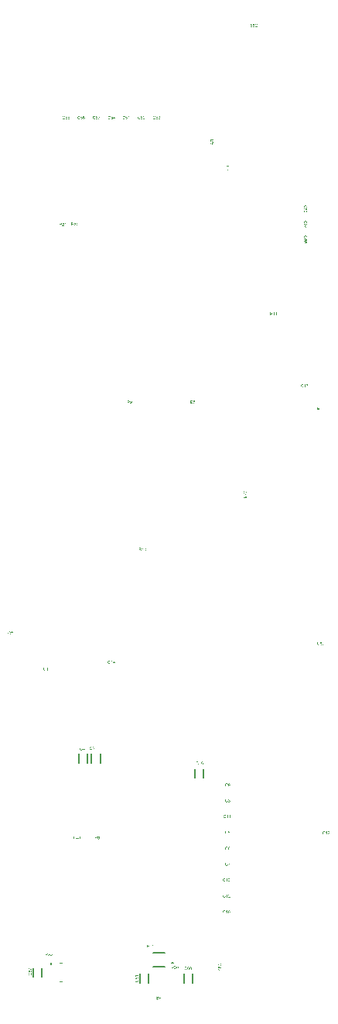
<source format=gbo>
G04*
G04 #@! TF.GenerationSoftware,Altium Limited,Altium Designer,21.1.1 (26)*
G04*
G04 Layer_Color=32896*
%FSAX44Y44*%
%MOMM*%
G71*
G04*
G04 #@! TF.SameCoordinates,7C830176-F0F4-4CA8-9266-6C2C436D825E*
G04*
G04*
G04 #@! TF.FilePolarity,Positive*
G04*
G01*
G75*
%ADD10C,0.2000*%
%ADD15C,0.1270*%
%ADD17C,0.1000*%
G36*
X00557875Y00577299D02*
X00557751Y00577274D01*
X00557637Y00577240D01*
X00557543Y00577200D01*
X00557469Y00577155D01*
X00557439Y00577136D01*
X00557414Y00577121D01*
X00557389Y00577106D01*
X00557374Y00577096D01*
X00557369Y00577091D01*
X00557365Y00577086D01*
X00557275Y00576997D01*
X00557206Y00576898D01*
X00557147Y00576794D01*
X00557107Y00576695D01*
X00557072Y00576606D01*
X00557062Y00576566D01*
X00557052Y00576531D01*
X00557048Y00576507D01*
X00557043Y00576487D01*
X00557038Y00576472D01*
Y00576467D01*
X00557439Y00576398D01*
X00557459Y00576502D01*
X00557488Y00576591D01*
X00557518Y00576665D01*
X00557553Y00576725D01*
X00557583Y00576774D01*
X00557607Y00576809D01*
X00557627Y00576828D01*
X00557632Y00576833D01*
X00557696Y00576883D01*
X00557761Y00576918D01*
X00557825Y00576947D01*
X00557890Y00576962D01*
X00557939Y00576972D01*
X00557984Y00576982D01*
X00558023D01*
X00558107Y00576977D01*
X00558182Y00576957D01*
X00558246Y00576937D01*
X00558301Y00576908D01*
X00558345Y00576883D01*
X00558380Y00576858D01*
X00558400Y00576838D01*
X00558405Y00576833D01*
X00558454Y00576779D01*
X00558489Y00576715D01*
X00558519Y00576655D01*
X00558534Y00576601D01*
X00558543Y00576546D01*
X00558553Y00576507D01*
Y00576482D01*
Y00576477D01*
Y00576472D01*
X00558543Y00576373D01*
X00558519Y00576289D01*
X00558489Y00576219D01*
X00558449Y00576165D01*
X00558410Y00576120D01*
X00558380Y00576086D01*
X00558355Y00576066D01*
X00558345Y00576061D01*
X00558266Y00576016D01*
X00558187Y00575987D01*
X00558112Y00575962D01*
X00558043Y00575947D01*
X00557979Y00575937D01*
X00557934Y00575932D01*
X00557870D01*
X00557850Y00575937D01*
X00557825D01*
X00557781Y00575585D01*
X00557840Y00575600D01*
X00557895Y00575610D01*
X00557944Y00575615D01*
X00557984Y00575620D01*
X00558018Y00575625D01*
X00558063D01*
X00558162Y00575615D01*
X00558246Y00575595D01*
X00558326Y00575570D01*
X00558390Y00575536D01*
X00558444Y00575501D01*
X00558484Y00575476D01*
X00558504Y00575457D01*
X00558514Y00575447D01*
X00558573Y00575377D01*
X00558618Y00575303D01*
X00558652Y00575224D01*
X00558672Y00575154D01*
X00558687Y00575090D01*
X00558692Y00575041D01*
X00558697Y00575021D01*
Y00575006D01*
Y00575001D01*
Y00574996D01*
X00558687Y00574892D01*
X00558667Y00574798D01*
X00558638Y00574714D01*
X00558603Y00574644D01*
X00558563Y00574585D01*
X00558534Y00574545D01*
X00558514Y00574520D01*
X00558504Y00574510D01*
X00558429Y00574446D01*
X00558350Y00574397D01*
X00558271Y00574367D01*
X00558192Y00574342D01*
X00558127Y00574327D01*
X00558078Y00574322D01*
X00558058Y00574317D01*
X00558028D01*
X00557944Y00574322D01*
X00557865Y00574342D01*
X00557795Y00574367D01*
X00557741Y00574392D01*
X00557691Y00574421D01*
X00557657Y00574441D01*
X00557637Y00574461D01*
X00557627Y00574466D01*
X00557573Y00574530D01*
X00557523Y00574605D01*
X00557483Y00574689D01*
X00557454Y00574768D01*
X00557429Y00574842D01*
X00557414Y00574902D01*
X00557404Y00574922D01*
Y00574941D01*
X00557399Y00574951D01*
Y00574956D01*
X00556998Y00574902D01*
X00557008Y00574827D01*
X00557023Y00574758D01*
X00557067Y00574629D01*
X00557117Y00574515D01*
X00557176Y00574416D01*
X00557201Y00574377D01*
X00557231Y00574342D01*
X00557256Y00574312D01*
X00557275Y00574283D01*
X00557295Y00574263D01*
X00557310Y00574248D01*
X00557315Y00574243D01*
X00557320Y00574238D01*
X00557374Y00574193D01*
X00557434Y00574154D01*
X00557488Y00574119D01*
X00557548Y00574095D01*
X00557667Y00574045D01*
X00557781Y00574015D01*
X00557830Y00574005D01*
X00557880Y00574000D01*
X00557919Y00573995D01*
X00557959Y00573991D01*
X00557989Y00573985D01*
X00558028D01*
X00558112Y00573991D01*
X00558197Y00574000D01*
X00558276Y00574010D01*
X00558350Y00574030D01*
X00558420Y00574055D01*
X00558484Y00574080D01*
X00558543Y00574104D01*
X00558598Y00574134D01*
X00558642Y00574159D01*
X00558687Y00574184D01*
X00558727Y00574208D01*
X00558756Y00574233D01*
X00558781Y00574253D01*
X00558796Y00574263D01*
X00558806Y00574273D01*
X00558811Y00574278D01*
X00558865Y00574337D01*
X00558915Y00574397D01*
X00558955Y00574456D01*
X00558989Y00574515D01*
X00559024Y00574575D01*
X00559049Y00574639D01*
X00559083Y00574753D01*
X00559098Y00574803D01*
X00559108Y00574852D01*
X00559113Y00574892D01*
X00559118Y00574931D01*
X00559123Y00574961D01*
Y00574981D01*
Y00574996D01*
Y00575001D01*
X00559118Y00575115D01*
X00559098Y00575219D01*
X00559073Y00575308D01*
X00559044Y00575382D01*
X00559009Y00575442D01*
X00558984Y00575486D01*
X00558964Y00575516D01*
X00558959Y00575526D01*
X00558895Y00575600D01*
X00558821Y00575660D01*
X00558746Y00575709D01*
X00558677Y00575744D01*
X00558613Y00575774D01*
X00558563Y00575788D01*
X00558543Y00575798D01*
X00558529D01*
X00558519Y00575803D01*
X00558514D01*
X00558593Y00575843D01*
X00558662Y00575892D01*
X00558717Y00575937D01*
X00558766Y00575982D01*
X00558801Y00576021D01*
X00558831Y00576051D01*
X00558845Y00576071D01*
X00558851Y00576081D01*
X00558890Y00576145D01*
X00558915Y00576214D01*
X00558935Y00576279D01*
X00558950Y00576338D01*
X00558959Y00576388D01*
X00558964Y00576427D01*
Y00576452D01*
Y00576462D01*
X00558959Y00576546D01*
X00558945Y00576620D01*
X00558925Y00576690D01*
X00558905Y00576754D01*
X00558885Y00576804D01*
X00558865Y00576843D01*
X00558851Y00576868D01*
X00558845Y00576878D01*
X00558796Y00576947D01*
X00558741Y00577012D01*
X00558682Y00577066D01*
X00558628Y00577111D01*
X00558578Y00577146D01*
X00558538Y00577170D01*
X00558509Y00577185D01*
X00558504Y00577190D01*
X00558499D01*
X00558415Y00577230D01*
X00558330Y00577259D01*
X00558246Y00577279D01*
X00558172Y00577294D01*
X00558107Y00577304D01*
X00558058Y00577309D01*
X00557944D01*
X00557875Y00577299D01*
D02*
G37*
G36*
X00555666Y00577230D02*
X00555611Y00577150D01*
X00555552Y00577076D01*
X00555492Y00577007D01*
X00555438Y00576952D01*
X00555393Y00576908D01*
X00555364Y00576878D01*
X00555359Y00576873D01*
X00555354Y00576868D01*
X00555260Y00576789D01*
X00555160Y00576715D01*
X00555061Y00576650D01*
X00554972Y00576596D01*
X00554893Y00576551D01*
X00554858Y00576536D01*
X00554829Y00576521D01*
X00554809Y00576507D01*
X00554789Y00576497D01*
X00554779Y00576492D01*
X00554774D01*
Y00576100D01*
X00554843Y00576130D01*
X00554918Y00576165D01*
X00554987Y00576195D01*
X00555051Y00576229D01*
X00555106Y00576259D01*
X00555151Y00576284D01*
X00555180Y00576303D01*
X00555185Y00576309D01*
X00555190D01*
X00555274Y00576358D01*
X00555349Y00576413D01*
X00555413Y00576457D01*
X00555468Y00576502D01*
X00555512Y00576536D01*
X00555547Y00576561D01*
X00555567Y00576581D01*
X00555572Y00576586D01*
Y00574040D01*
X00555973D01*
Y00577309D01*
X00555710D01*
X00555666Y00577230D01*
D02*
G37*
G36*
X00552600Y00577339D02*
X00552451Y00577319D01*
X00552318Y00577284D01*
X00552258Y00577269D01*
X00552203Y00577249D01*
X00552154Y00577230D01*
X00552104Y00577215D01*
X00552065Y00577195D01*
X00552035Y00577180D01*
X00552005Y00577170D01*
X00551986Y00577160D01*
X00551976Y00577150D01*
X00551971D01*
X00551847Y00577071D01*
X00551733Y00576977D01*
X00551639Y00576883D01*
X00551565Y00576789D01*
X00551500Y00576705D01*
X00551475Y00576670D01*
X00551456Y00576640D01*
X00551441Y00576611D01*
X00551431Y00576591D01*
X00551421Y00576581D01*
Y00576576D01*
X00551357Y00576432D01*
X00551307Y00576279D01*
X00551277Y00576130D01*
X00551253Y00575992D01*
X00551243Y00575927D01*
X00551238Y00575873D01*
X00551233Y00575818D01*
Y00575774D01*
X00551228Y00575739D01*
Y00575714D01*
Y00575694D01*
Y00575689D01*
X00551233Y00575516D01*
X00551253Y00575358D01*
X00551282Y00575209D01*
X00551297Y00575140D01*
X00551312Y00575080D01*
X00551327Y00575021D01*
X00551342Y00574971D01*
X00551357Y00574927D01*
X00551371Y00574887D01*
X00551381Y00574857D01*
X00551391Y00574837D01*
X00551396Y00574823D01*
Y00574818D01*
X00551465Y00574674D01*
X00551550Y00574550D01*
X00551629Y00574441D01*
X00551713Y00574357D01*
X00551782Y00574288D01*
X00551842Y00574238D01*
X00551867Y00574223D01*
X00551882Y00574208D01*
X00551892Y00574203D01*
X00551897Y00574198D01*
X00551961Y00574159D01*
X00552030Y00574129D01*
X00552169Y00574075D01*
X00552313Y00574040D01*
X00552451Y00574010D01*
X00552511Y00574005D01*
X00552570Y00573995D01*
X00552620Y00573991D01*
X00552664D01*
X00552704Y00573985D01*
X00552753D01*
X00552847Y00573991D01*
X00552937Y00573995D01*
X00553100Y00574030D01*
X00553174Y00574050D01*
X00553249Y00574075D01*
X00553313Y00574099D01*
X00553372Y00574124D01*
X00553427Y00574149D01*
X00553471Y00574174D01*
X00553511Y00574198D01*
X00553546Y00574218D01*
X00553576Y00574238D01*
X00553595Y00574253D01*
X00553605Y00574258D01*
X00553610Y00574263D01*
X00553675Y00574317D01*
X00553734Y00574377D01*
X00553833Y00574506D01*
X00553922Y00574639D01*
X00553987Y00574773D01*
X00554016Y00574832D01*
X00554036Y00574887D01*
X00554056Y00574941D01*
X00554076Y00574981D01*
X00554086Y00575021D01*
X00554096Y00575046D01*
X00554100Y00575065D01*
Y00575070D01*
X00553670Y00575179D01*
X00553630Y00575036D01*
X00553581Y00574907D01*
X00553521Y00574803D01*
X00553467Y00574714D01*
X00553412Y00574649D01*
X00553368Y00574600D01*
X00553338Y00574570D01*
X00553333Y00574565D01*
X00553328Y00574560D01*
X00553229Y00574491D01*
X00553130Y00574441D01*
X00553026Y00574402D01*
X00552932Y00574377D01*
X00552847Y00574362D01*
X00552808Y00574357D01*
X00552778D01*
X00552753Y00574352D01*
X00552719D01*
X00552610Y00574357D01*
X00552506Y00574377D01*
X00552412Y00574402D01*
X00552332Y00574426D01*
X00552263Y00574456D01*
X00552209Y00574476D01*
X00552189Y00574486D01*
X00552174Y00574496D01*
X00552169Y00574501D01*
X00552164D01*
X00552075Y00574565D01*
X00552001Y00574639D01*
X00551936Y00574714D01*
X00551882Y00574793D01*
X00551842Y00574857D01*
X00551817Y00574917D01*
X00551807Y00574936D01*
X00551797Y00574951D01*
X00551792Y00574961D01*
Y00574966D01*
X00551753Y00575085D01*
X00551723Y00575209D01*
X00551703Y00575333D01*
X00551688Y00575447D01*
X00551684Y00575496D01*
X00551679Y00575541D01*
Y00575585D01*
X00551674Y00575620D01*
Y00575650D01*
Y00575670D01*
Y00575684D01*
Y00575689D01*
X00551679Y00575808D01*
X00551688Y00575922D01*
X00551703Y00576026D01*
X00551723Y00576120D01*
X00551743Y00576199D01*
X00551748Y00576234D01*
X00551758Y00576259D01*
X00551763Y00576284D01*
X00551768Y00576299D01*
X00551773Y00576309D01*
Y00576313D01*
X00551817Y00576422D01*
X00551872Y00576521D01*
X00551931Y00576601D01*
X00551986Y00576670D01*
X00552040Y00576725D01*
X00552085Y00576764D01*
X00552114Y00576789D01*
X00552119Y00576799D01*
X00552124D01*
X00552223Y00576858D01*
X00552327Y00576903D01*
X00552431Y00576937D01*
X00552530Y00576957D01*
X00552620Y00576972D01*
X00552654Y00576977D01*
X00552689D01*
X00552714Y00576982D01*
X00552748D01*
X00552867Y00576977D01*
X00552971Y00576957D01*
X00553065Y00576933D01*
X00553140Y00576903D01*
X00553204Y00576868D01*
X00553249Y00576843D01*
X00553278Y00576824D01*
X00553288Y00576819D01*
X00553368Y00576749D01*
X00553432Y00576670D01*
X00553491Y00576581D01*
X00553536Y00576497D01*
X00553571Y00576422D01*
X00553585Y00576388D01*
X00553600Y00576358D01*
X00553610Y00576333D01*
X00553615Y00576313D01*
X00553620Y00576303D01*
Y00576299D01*
X00554046Y00576398D01*
X00553987Y00576556D01*
X00553952Y00576630D01*
X00553917Y00576695D01*
X00553878Y00576759D01*
X00553838Y00576819D01*
X00553803Y00576868D01*
X00553764Y00576918D01*
X00553729Y00576957D01*
X00553694Y00576992D01*
X00553660Y00577027D01*
X00553635Y00577051D01*
X00553610Y00577071D01*
X00553595Y00577086D01*
X00553585Y00577091D01*
X00553581Y00577096D01*
X00553516Y00577141D01*
X00553452Y00577180D01*
X00553382Y00577215D01*
X00553313Y00577245D01*
X00553174Y00577289D01*
X00553046Y00577319D01*
X00552986Y00577329D01*
X00552932Y00577334D01*
X00552882Y00577339D01*
X00552842Y00577344D01*
X00552808Y00577349D01*
X00552758D01*
X00552600Y00577339D01*
D02*
G37*
G36*
X00558013Y00559778D02*
X00557934Y00559773D01*
X00557786Y00559743D01*
X00557721Y00559729D01*
X00557657Y00559709D01*
X00557602Y00559684D01*
X00557553Y00559664D01*
X00557508Y00559639D01*
X00557469Y00559619D01*
X00557434Y00559595D01*
X00557404Y00559580D01*
X00557384Y00559565D01*
X00557369Y00559550D01*
X00557360Y00559545D01*
X00557355Y00559540D01*
X00557305Y00559491D01*
X00557266Y00559441D01*
X00557191Y00559327D01*
X00557137Y00559213D01*
X00557097Y00559100D01*
X00557067Y00559000D01*
X00557062Y00558956D01*
X00557052Y00558916D01*
X00557048Y00558886D01*
X00557043Y00558862D01*
Y00558847D01*
Y00558842D01*
X00557454Y00558797D01*
X00557464Y00558906D01*
X00557483Y00559000D01*
X00557508Y00559080D01*
X00557543Y00559149D01*
X00557573Y00559203D01*
X00557602Y00559243D01*
X00557622Y00559263D01*
X00557627Y00559273D01*
X00557696Y00559332D01*
X00557771Y00559377D01*
X00557850Y00559407D01*
X00557924Y00559431D01*
X00557989Y00559441D01*
X00558038Y00559446D01*
X00558058Y00559451D01*
X00558088D01*
X00558187Y00559446D01*
X00558276Y00559426D01*
X00558350Y00559402D01*
X00558415Y00559372D01*
X00558464Y00559337D01*
X00558504Y00559312D01*
X00558524Y00559293D01*
X00558534Y00559288D01*
X00558593Y00559223D01*
X00558633Y00559154D01*
X00558662Y00559090D01*
X00558687Y00559025D01*
X00558697Y00558971D01*
X00558702Y00558926D01*
X00558707Y00558896D01*
Y00558891D01*
Y00558886D01*
X00558697Y00558802D01*
X00558677Y00558713D01*
X00558647Y00558634D01*
X00558613Y00558560D01*
X00558578Y00558495D01*
X00558548Y00558446D01*
X00558538Y00558426D01*
X00558529Y00558411D01*
X00558519Y00558406D01*
Y00558401D01*
X00558479Y00558352D01*
X00558434Y00558297D01*
X00558385Y00558243D01*
X00558326Y00558188D01*
X00558207Y00558074D01*
X00558088Y00557960D01*
X00557979Y00557866D01*
X00557929Y00557822D01*
X00557885Y00557787D01*
X00557850Y00557752D01*
X00557825Y00557732D01*
X00557805Y00557718D01*
X00557800Y00557713D01*
X00557682Y00557609D01*
X00557573Y00557514D01*
X00557483Y00557430D01*
X00557409Y00557361D01*
X00557350Y00557301D01*
X00557310Y00557257D01*
X00557285Y00557227D01*
X00557275Y00557222D01*
Y00557217D01*
X00557211Y00557138D01*
X00557161Y00557064D01*
X00557112Y00556990D01*
X00557077Y00556925D01*
X00557048Y00556866D01*
X00557028Y00556826D01*
X00557018Y00556796D01*
X00557013Y00556791D01*
Y00556786D01*
X00556998Y00556737D01*
X00556983Y00556687D01*
X00556978Y00556643D01*
X00556973Y00556603D01*
X00556968Y00556568D01*
Y00556539D01*
Y00556519D01*
Y00556514D01*
X00559123D01*
Y00556895D01*
X00557523D01*
X00557578Y00556975D01*
X00557632Y00557039D01*
X00557657Y00557069D01*
X00557677Y00557089D01*
X00557687Y00557103D01*
X00557691Y00557108D01*
X00557716Y00557133D01*
X00557741Y00557158D01*
X00557805Y00557217D01*
X00557885Y00557287D01*
X00557959Y00557356D01*
X00558033Y00557420D01*
X00558093Y00557470D01*
X00558117Y00557490D01*
X00558137Y00557505D01*
X00558147Y00557514D01*
X00558152Y00557519D01*
X00558231Y00557589D01*
X00558301Y00557648D01*
X00558370Y00557708D01*
X00558429Y00557762D01*
X00558484Y00557817D01*
X00558534Y00557861D01*
X00558583Y00557906D01*
X00558623Y00557945D01*
X00558657Y00557980D01*
X00558687Y00558010D01*
X00558732Y00558054D01*
X00558756Y00558084D01*
X00558766Y00558094D01*
X00558831Y00558173D01*
X00558890Y00558243D01*
X00558935Y00558312D01*
X00558969Y00558371D01*
X00558999Y00558421D01*
X00559019Y00558456D01*
X00559029Y00558480D01*
X00559034Y00558490D01*
X00559063Y00558560D01*
X00559083Y00558629D01*
X00559098Y00558693D01*
X00559108Y00558753D01*
X00559113Y00558802D01*
X00559118Y00558842D01*
Y00558867D01*
Y00558877D01*
X00559113Y00558946D01*
X00559108Y00559015D01*
X00559073Y00559139D01*
X00559029Y00559248D01*
X00558979Y00559342D01*
X00558930Y00559417D01*
X00558905Y00559446D01*
X00558885Y00559476D01*
X00558865Y00559496D01*
X00558851Y00559511D01*
X00558845Y00559515D01*
X00558841Y00559520D01*
X00558786Y00559565D01*
X00558732Y00559610D01*
X00558672Y00559644D01*
X00558608Y00559674D01*
X00558484Y00559719D01*
X00558365Y00559748D01*
X00558311Y00559763D01*
X00558261Y00559768D01*
X00558217Y00559773D01*
X00558177Y00559778D01*
X00558142Y00559783D01*
X00558098D01*
X00558013Y00559778D01*
D02*
G37*
G36*
X00555695Y00559704D02*
X00555641Y00559624D01*
X00555582Y00559550D01*
X00555522Y00559481D01*
X00555468Y00559426D01*
X00555423Y00559382D01*
X00555393Y00559352D01*
X00555388Y00559347D01*
X00555383Y00559342D01*
X00555289Y00559263D01*
X00555190Y00559189D01*
X00555091Y00559124D01*
X00555002Y00559070D01*
X00554923Y00559025D01*
X00554888Y00559010D01*
X00554858Y00558996D01*
X00554838Y00558981D01*
X00554819Y00558971D01*
X00554809Y00558966D01*
X00554804D01*
Y00558574D01*
X00554873Y00558604D01*
X00554948Y00558639D01*
X00555017Y00558669D01*
X00555081Y00558703D01*
X00555136Y00558733D01*
X00555180Y00558758D01*
X00555210Y00558778D01*
X00555215Y00558783D01*
X00555220D01*
X00555304Y00558832D01*
X00555378Y00558886D01*
X00555443Y00558931D01*
X00555497Y00558976D01*
X00555542Y00559010D01*
X00555577Y00559035D01*
X00555596Y00559055D01*
X00555601Y00559060D01*
Y00556514D01*
X00556003D01*
Y00559783D01*
X00555740D01*
X00555695Y00559704D01*
D02*
G37*
G36*
X00552630Y00559813D02*
X00552481Y00559793D01*
X00552347Y00559758D01*
X00552288Y00559743D01*
X00552233Y00559724D01*
X00552184Y00559704D01*
X00552134Y00559689D01*
X00552095Y00559669D01*
X00552065Y00559654D01*
X00552035Y00559644D01*
X00552015Y00559634D01*
X00552005Y00559624D01*
X00552001D01*
X00551877Y00559545D01*
X00551763Y00559451D01*
X00551669Y00559357D01*
X00551594Y00559263D01*
X00551530Y00559179D01*
X00551505Y00559144D01*
X00551485Y00559114D01*
X00551470Y00559085D01*
X00551461Y00559065D01*
X00551451Y00559055D01*
Y00559050D01*
X00551386Y00558906D01*
X00551337Y00558753D01*
X00551307Y00558604D01*
X00551282Y00558465D01*
X00551272Y00558401D01*
X00551267Y00558347D01*
X00551263Y00558292D01*
Y00558247D01*
X00551258Y00558213D01*
Y00558188D01*
Y00558168D01*
Y00558163D01*
X00551263Y00557990D01*
X00551282Y00557831D01*
X00551312Y00557683D01*
X00551327Y00557614D01*
X00551342Y00557554D01*
X00551357Y00557495D01*
X00551371Y00557445D01*
X00551386Y00557401D01*
X00551401Y00557361D01*
X00551411Y00557331D01*
X00551421Y00557311D01*
X00551426Y00557297D01*
Y00557292D01*
X00551495Y00557148D01*
X00551580Y00557024D01*
X00551659Y00556915D01*
X00551743Y00556831D01*
X00551812Y00556762D01*
X00551872Y00556712D01*
X00551897Y00556697D01*
X00551911Y00556682D01*
X00551921Y00556677D01*
X00551926Y00556673D01*
X00551991Y00556633D01*
X00552060Y00556603D01*
X00552199Y00556549D01*
X00552342Y00556514D01*
X00552481Y00556484D01*
X00552540Y00556479D01*
X00552600Y00556469D01*
X00552649Y00556465D01*
X00552694D01*
X00552733Y00556460D01*
X00552783D01*
X00552877Y00556465D01*
X00552966Y00556469D01*
X00553130Y00556504D01*
X00553204Y00556524D01*
X00553278Y00556549D01*
X00553343Y00556573D01*
X00553402Y00556598D01*
X00553457Y00556623D01*
X00553501Y00556648D01*
X00553541Y00556673D01*
X00553576Y00556692D01*
X00553605Y00556712D01*
X00553625Y00556727D01*
X00553635Y00556732D01*
X00553640Y00556737D01*
X00553704Y00556791D01*
X00553764Y00556851D01*
X00553863Y00556980D01*
X00553952Y00557113D01*
X00554016Y00557247D01*
X00554046Y00557307D01*
X00554066Y00557361D01*
X00554086Y00557415D01*
X00554105Y00557455D01*
X00554115Y00557495D01*
X00554125Y00557519D01*
X00554130Y00557539D01*
Y00557544D01*
X00553699Y00557653D01*
X00553660Y00557510D01*
X00553610Y00557381D01*
X00553551Y00557277D01*
X00553496Y00557188D01*
X00553442Y00557123D01*
X00553397Y00557074D01*
X00553368Y00557044D01*
X00553363Y00557039D01*
X00553358Y00557034D01*
X00553259Y00556965D01*
X00553159Y00556915D01*
X00553055Y00556876D01*
X00552961Y00556851D01*
X00552877Y00556836D01*
X00552837Y00556831D01*
X00552808D01*
X00552783Y00556826D01*
X00552748D01*
X00552639Y00556831D01*
X00552535Y00556851D01*
X00552441Y00556876D01*
X00552362Y00556900D01*
X00552293Y00556930D01*
X00552238Y00556950D01*
X00552218Y00556960D01*
X00552203Y00556970D01*
X00552199Y00556975D01*
X00552194D01*
X00552104Y00557039D01*
X00552030Y00557113D01*
X00551966Y00557188D01*
X00551911Y00557267D01*
X00551872Y00557331D01*
X00551847Y00557391D01*
X00551837Y00557411D01*
X00551827Y00557425D01*
X00551822Y00557435D01*
Y00557440D01*
X00551782Y00557559D01*
X00551753Y00557683D01*
X00551733Y00557807D01*
X00551718Y00557921D01*
X00551713Y00557970D01*
X00551708Y00558015D01*
Y00558059D01*
X00551703Y00558094D01*
Y00558124D01*
Y00558144D01*
Y00558158D01*
Y00558163D01*
X00551708Y00558282D01*
X00551718Y00558396D01*
X00551733Y00558500D01*
X00551753Y00558594D01*
X00551773Y00558674D01*
X00551778Y00558708D01*
X00551787Y00558733D01*
X00551792Y00558758D01*
X00551797Y00558773D01*
X00551802Y00558783D01*
Y00558787D01*
X00551847Y00558896D01*
X00551901Y00558996D01*
X00551961Y00559075D01*
X00552015Y00559144D01*
X00552070Y00559198D01*
X00552114Y00559238D01*
X00552144Y00559263D01*
X00552149Y00559273D01*
X00552154D01*
X00552253Y00559332D01*
X00552357Y00559377D01*
X00552461Y00559412D01*
X00552560Y00559431D01*
X00552649Y00559446D01*
X00552684Y00559451D01*
X00552719D01*
X00552743Y00559456D01*
X00552778D01*
X00552897Y00559451D01*
X00553001Y00559431D01*
X00553095Y00559407D01*
X00553169Y00559377D01*
X00553234Y00559342D01*
X00553278Y00559317D01*
X00553308Y00559298D01*
X00553318Y00559293D01*
X00553397Y00559223D01*
X00553462Y00559144D01*
X00553521Y00559055D01*
X00553566Y00558971D01*
X00553600Y00558896D01*
X00553615Y00558862D01*
X00553630Y00558832D01*
X00553640Y00558807D01*
X00553645Y00558787D01*
X00553650Y00558778D01*
Y00558773D01*
X00554076Y00558872D01*
X00554016Y00559030D01*
X00553982Y00559104D01*
X00553947Y00559169D01*
X00553907Y00559233D01*
X00553868Y00559293D01*
X00553833Y00559342D01*
X00553793Y00559392D01*
X00553759Y00559431D01*
X00553724Y00559466D01*
X00553689Y00559501D01*
X00553665Y00559525D01*
X00553640Y00559545D01*
X00553625Y00559560D01*
X00553615Y00559565D01*
X00553610Y00559570D01*
X00553546Y00559615D01*
X00553481Y00559654D01*
X00553412Y00559689D01*
X00553343Y00559719D01*
X00553204Y00559763D01*
X00553075Y00559793D01*
X00553016Y00559803D01*
X00552961Y00559808D01*
X00552912Y00559813D01*
X00552872Y00559818D01*
X00552837Y00559823D01*
X00552788D01*
X00552630Y00559813D01*
D02*
G37*
G36*
X00556290Y00646572D02*
X00556235Y00646492D01*
X00556176Y00646418D01*
X00556116Y00646349D01*
X00556062Y00646294D01*
X00556017Y00646250D01*
X00555988Y00646220D01*
X00555983Y00646215D01*
X00555978Y00646210D01*
X00555884Y00646131D01*
X00555785Y00646057D01*
X00555686Y00645992D01*
X00555596Y00645938D01*
X00555517Y00645893D01*
X00555482Y00645878D01*
X00555453Y00645863D01*
X00555433Y00645849D01*
X00555413Y00645839D01*
X00555403Y00645834D01*
X00555398D01*
Y00645442D01*
X00555468Y00645472D01*
X00555542Y00645507D01*
X00555611Y00645537D01*
X00555676Y00645571D01*
X00555730Y00645601D01*
X00555775Y00645626D01*
X00555804Y00645646D01*
X00555809Y00645650D01*
X00555814D01*
X00555899Y00645700D01*
X00555973Y00645754D01*
X00556037Y00645799D01*
X00556092Y00645844D01*
X00556136Y00645878D01*
X00556171Y00645903D01*
X00556191Y00645923D01*
X00556196Y00645928D01*
Y00643382D01*
X00556597D01*
Y00646651D01*
X00556334D01*
X00556290Y00646572D01*
D02*
G37*
G36*
X00558816D02*
X00558761Y00646492D01*
X00558702Y00646418D01*
X00558642Y00646349D01*
X00558588Y00646294D01*
X00558543Y00646250D01*
X00558514Y00646220D01*
X00558509Y00646215D01*
X00558504Y00646210D01*
X00558410Y00646131D01*
X00558311Y00646057D01*
X00558212Y00645992D01*
X00558122Y00645938D01*
X00558043Y00645893D01*
X00558008Y00645878D01*
X00557979Y00645863D01*
X00557959Y00645849D01*
X00557939Y00645839D01*
X00557929Y00645834D01*
X00557924D01*
Y00645442D01*
X00557994Y00645472D01*
X00558068Y00645507D01*
X00558137Y00645537D01*
X00558202Y00645571D01*
X00558256Y00645601D01*
X00558301Y00645626D01*
X00558330Y00645646D01*
X00558335Y00645650D01*
X00558340D01*
X00558424Y00645700D01*
X00558499Y00645754D01*
X00558563Y00645799D01*
X00558618Y00645844D01*
X00558662Y00645878D01*
X00558697Y00645903D01*
X00558717Y00645923D01*
X00558722Y00645928D01*
Y00643382D01*
X00559123D01*
Y00646651D01*
X00558860D01*
X00558816Y00646572D01*
D02*
G37*
G36*
X00553224Y00646681D02*
X00553075Y00646661D01*
X00552942Y00646626D01*
X00552882Y00646611D01*
X00552828Y00646591D01*
X00552778Y00646572D01*
X00552729Y00646557D01*
X00552689Y00646537D01*
X00552659Y00646522D01*
X00552630Y00646512D01*
X00552610Y00646502D01*
X00552600Y00646492D01*
X00552595D01*
X00552471Y00646413D01*
X00552357Y00646319D01*
X00552263Y00646225D01*
X00552189Y00646131D01*
X00552124Y00646047D01*
X00552099Y00646012D01*
X00552080Y00645982D01*
X00552065Y00645953D01*
X00552055Y00645933D01*
X00552045Y00645923D01*
Y00645918D01*
X00551981Y00645774D01*
X00551931Y00645621D01*
X00551901Y00645472D01*
X00551877Y00645333D01*
X00551867Y00645269D01*
X00551862Y00645215D01*
X00551857Y00645160D01*
Y00645116D01*
X00551852Y00645081D01*
Y00645056D01*
Y00645036D01*
Y00645031D01*
X00551857Y00644858D01*
X00551877Y00644699D01*
X00551906Y00644551D01*
X00551921Y00644482D01*
X00551936Y00644422D01*
X00551951Y00644363D01*
X00551966Y00644313D01*
X00551981Y00644269D01*
X00551996Y00644229D01*
X00552005Y00644199D01*
X00552015Y00644179D01*
X00552020Y00644165D01*
Y00644160D01*
X00552090Y00644016D01*
X00552174Y00643892D01*
X00552253Y00643783D01*
X00552337Y00643699D01*
X00552407Y00643630D01*
X00552466Y00643580D01*
X00552491Y00643565D01*
X00552506Y00643550D01*
X00552516Y00643545D01*
X00552520Y00643540D01*
X00552585Y00643501D01*
X00552654Y00643471D01*
X00552793Y00643417D01*
X00552937Y00643382D01*
X00553075Y00643352D01*
X00553135Y00643347D01*
X00553194Y00643337D01*
X00553244Y00643333D01*
X00553288D01*
X00553328Y00643327D01*
X00553377D01*
X00553471Y00643333D01*
X00553561Y00643337D01*
X00553724Y00643372D01*
X00553798Y00643392D01*
X00553873Y00643417D01*
X00553937Y00643441D01*
X00553997Y00643466D01*
X00554051Y00643491D01*
X00554096Y00643516D01*
X00554135Y00643540D01*
X00554170Y00643560D01*
X00554200Y00643580D01*
X00554219Y00643595D01*
X00554229Y00643600D01*
X00554234Y00643605D01*
X00554299Y00643659D01*
X00554358Y00643719D01*
X00554457Y00643848D01*
X00554546Y00643981D01*
X00554611Y00644115D01*
X00554640Y00644174D01*
X00554660Y00644229D01*
X00554680Y00644283D01*
X00554700Y00644323D01*
X00554710Y00644363D01*
X00554720Y00644388D01*
X00554725Y00644407D01*
Y00644412D01*
X00554294Y00644521D01*
X00554254Y00644378D01*
X00554205Y00644249D01*
X00554145Y00644145D01*
X00554091Y00644056D01*
X00554036Y00643991D01*
X00553992Y00643942D01*
X00553962Y00643912D01*
X00553957Y00643907D01*
X00553952Y00643902D01*
X00553853Y00643833D01*
X00553754Y00643783D01*
X00553650Y00643744D01*
X00553556Y00643719D01*
X00553471Y00643704D01*
X00553432Y00643699D01*
X00553402D01*
X00553377Y00643694D01*
X00553343D01*
X00553234Y00643699D01*
X00553130Y00643719D01*
X00553036Y00643744D01*
X00552956Y00643768D01*
X00552887Y00643798D01*
X00552833Y00643818D01*
X00552813Y00643828D01*
X00552798Y00643838D01*
X00552793Y00643843D01*
X00552788D01*
X00552699Y00643907D01*
X00552625Y00643981D01*
X00552560Y00644056D01*
X00552506Y00644135D01*
X00552466Y00644199D01*
X00552441Y00644259D01*
X00552431Y00644278D01*
X00552421Y00644293D01*
X00552416Y00644303D01*
Y00644308D01*
X00552377Y00644427D01*
X00552347Y00644551D01*
X00552327Y00644675D01*
X00552313Y00644789D01*
X00552308Y00644838D01*
X00552303Y00644883D01*
Y00644927D01*
X00552298Y00644962D01*
Y00644992D01*
Y00645012D01*
Y00645026D01*
Y00645031D01*
X00552303Y00645150D01*
X00552313Y00645264D01*
X00552327Y00645368D01*
X00552347Y00645462D01*
X00552367Y00645542D01*
X00552372Y00645576D01*
X00552382Y00645601D01*
X00552387Y00645626D01*
X00552392Y00645641D01*
X00552397Y00645650D01*
Y00645655D01*
X00552441Y00645764D01*
X00552496Y00645863D01*
X00552555Y00645943D01*
X00552610Y00646012D01*
X00552664Y00646067D01*
X00552709Y00646106D01*
X00552738Y00646131D01*
X00552743Y00646141D01*
X00552748D01*
X00552847Y00646200D01*
X00552951Y00646245D01*
X00553055Y00646280D01*
X00553154Y00646299D01*
X00553244Y00646314D01*
X00553278Y00646319D01*
X00553313D01*
X00553338Y00646324D01*
X00553372D01*
X00553491Y00646319D01*
X00553595Y00646299D01*
X00553689Y00646275D01*
X00553764Y00646245D01*
X00553828Y00646210D01*
X00553873Y00646185D01*
X00553902Y00646166D01*
X00553912Y00646161D01*
X00553992Y00646091D01*
X00554056Y00646012D01*
X00554115Y00645923D01*
X00554160Y00645839D01*
X00554195Y00645764D01*
X00554210Y00645730D01*
X00554224Y00645700D01*
X00554234Y00645675D01*
X00554239Y00645655D01*
X00554244Y00645646D01*
Y00645641D01*
X00554670Y00645740D01*
X00554611Y00645898D01*
X00554576Y00645972D01*
X00554541Y00646037D01*
X00554502Y00646101D01*
X00554462Y00646161D01*
X00554427Y00646210D01*
X00554388Y00646260D01*
X00554353Y00646299D01*
X00554319Y00646334D01*
X00554284Y00646369D01*
X00554259Y00646393D01*
X00554234Y00646413D01*
X00554219Y00646428D01*
X00554210Y00646433D01*
X00554205Y00646438D01*
X00554140Y00646483D01*
X00554076Y00646522D01*
X00554006Y00646557D01*
X00553937Y00646587D01*
X00553798Y00646631D01*
X00553670Y00646661D01*
X00553610Y00646671D01*
X00553556Y00646676D01*
X00553506Y00646681D01*
X00553467Y00646686D01*
X00553432Y00646691D01*
X00553382D01*
X00553224Y00646681D01*
D02*
G37*
G36*
X00555676Y00542432D02*
X00555621Y00542352D01*
X00555562Y00542278D01*
X00555502Y00542209D01*
X00555448Y00542154D01*
X00555403Y00542110D01*
X00555373Y00542080D01*
X00555368Y00542075D01*
X00555364Y00542070D01*
X00555270Y00541991D01*
X00555170Y00541917D01*
X00555071Y00541852D01*
X00554982Y00541798D01*
X00554903Y00541753D01*
X00554868Y00541738D01*
X00554838Y00541724D01*
X00554819Y00541709D01*
X00554799Y00541699D01*
X00554789Y00541694D01*
X00554784D01*
Y00541302D01*
X00554853Y00541332D01*
X00554928Y00541367D01*
X00554997Y00541397D01*
X00555061Y00541431D01*
X00555116Y00541461D01*
X00555160Y00541486D01*
X00555190Y00541506D01*
X00555195Y00541511D01*
X00555200D01*
X00555284Y00541560D01*
X00555359Y00541614D01*
X00555423Y00541659D01*
X00555477Y00541704D01*
X00555522Y00541738D01*
X00555557Y00541763D01*
X00555577Y00541783D01*
X00555582Y00541788D01*
Y00539242D01*
X00555983D01*
Y00542511D01*
X00555720D01*
X00555676Y00542432D01*
D02*
G37*
G36*
X00552610Y00542541D02*
X00552461Y00542521D01*
X00552327Y00542486D01*
X00552268Y00542471D01*
X00552213Y00542452D01*
X00552164Y00542432D01*
X00552114Y00542417D01*
X00552075Y00542397D01*
X00552045Y00542382D01*
X00552015Y00542372D01*
X00551996Y00542362D01*
X00551986Y00542352D01*
X00551981D01*
X00551857Y00542273D01*
X00551743Y00542179D01*
X00551649Y00542085D01*
X00551575Y00541991D01*
X00551510Y00541907D01*
X00551485Y00541872D01*
X00551465Y00541842D01*
X00551451Y00541813D01*
X00551441Y00541793D01*
X00551431Y00541783D01*
Y00541778D01*
X00551367Y00541634D01*
X00551317Y00541481D01*
X00551287Y00541332D01*
X00551263Y00541194D01*
X00551253Y00541129D01*
X00551248Y00541075D01*
X00551243Y00541020D01*
Y00540975D01*
X00551238Y00540941D01*
Y00540916D01*
Y00540896D01*
Y00540891D01*
X00551243Y00540718D01*
X00551263Y00540560D01*
X00551292Y00540411D01*
X00551307Y00540342D01*
X00551322Y00540282D01*
X00551337Y00540223D01*
X00551352Y00540173D01*
X00551367Y00540129D01*
X00551381Y00540089D01*
X00551391Y00540059D01*
X00551401Y00540039D01*
X00551406Y00540025D01*
Y00540020D01*
X00551475Y00539876D01*
X00551560Y00539752D01*
X00551639Y00539643D01*
X00551723Y00539559D01*
X00551792Y00539490D01*
X00551852Y00539440D01*
X00551877Y00539425D01*
X00551892Y00539410D01*
X00551901Y00539405D01*
X00551906Y00539400D01*
X00551971Y00539361D01*
X00552040Y00539331D01*
X00552179Y00539277D01*
X00552322Y00539242D01*
X00552461Y00539212D01*
X00552520Y00539207D01*
X00552580Y00539197D01*
X00552630Y00539193D01*
X00552674D01*
X00552714Y00539188D01*
X00552763D01*
X00552857Y00539193D01*
X00552947Y00539197D01*
X00553110Y00539232D01*
X00553184Y00539252D01*
X00553259Y00539277D01*
X00553323Y00539301D01*
X00553382Y00539326D01*
X00553437Y00539351D01*
X00553481Y00539376D01*
X00553521Y00539400D01*
X00553556Y00539420D01*
X00553585Y00539440D01*
X00553605Y00539455D01*
X00553615Y00539460D01*
X00553620Y00539465D01*
X00553685Y00539519D01*
X00553744Y00539579D01*
X00553843Y00539708D01*
X00553932Y00539841D01*
X00553997Y00539975D01*
X00554026Y00540034D01*
X00554046Y00540089D01*
X00554066Y00540143D01*
X00554086Y00540183D01*
X00554096Y00540223D01*
X00554105Y00540247D01*
X00554110Y00540267D01*
Y00540272D01*
X00553680Y00540381D01*
X00553640Y00540238D01*
X00553590Y00540109D01*
X00553531Y00540005D01*
X00553476Y00539916D01*
X00553422Y00539851D01*
X00553377Y00539802D01*
X00553348Y00539772D01*
X00553343Y00539767D01*
X00553338Y00539762D01*
X00553239Y00539693D01*
X00553140Y00539643D01*
X00553036Y00539604D01*
X00552942Y00539579D01*
X00552857Y00539564D01*
X00552818Y00539559D01*
X00552788D01*
X00552763Y00539554D01*
X00552729D01*
X00552620Y00539559D01*
X00552516Y00539579D01*
X00552421Y00539604D01*
X00552342Y00539628D01*
X00552273Y00539658D01*
X00552218Y00539678D01*
X00552199Y00539688D01*
X00552184Y00539698D01*
X00552179Y00539703D01*
X00552174D01*
X00552085Y00539767D01*
X00552010Y00539841D01*
X00551946Y00539916D01*
X00551892Y00539995D01*
X00551852Y00540059D01*
X00551827Y00540119D01*
X00551817Y00540139D01*
X00551807Y00540153D01*
X00551802Y00540163D01*
Y00540168D01*
X00551763Y00540287D01*
X00551733Y00540411D01*
X00551713Y00540535D01*
X00551698Y00540649D01*
X00551693Y00540698D01*
X00551688Y00540743D01*
Y00540787D01*
X00551684Y00540822D01*
Y00540852D01*
Y00540872D01*
Y00540886D01*
Y00540891D01*
X00551688Y00541010D01*
X00551698Y00541124D01*
X00551713Y00541228D01*
X00551733Y00541322D01*
X00551753Y00541401D01*
X00551758Y00541436D01*
X00551768Y00541461D01*
X00551773Y00541486D01*
X00551778Y00541501D01*
X00551782Y00541511D01*
Y00541515D01*
X00551827Y00541624D01*
X00551882Y00541724D01*
X00551941Y00541803D01*
X00551996Y00541872D01*
X00552050Y00541926D01*
X00552095Y00541966D01*
X00552124Y00541991D01*
X00552129Y00542001D01*
X00552134D01*
X00552233Y00542060D01*
X00552337Y00542105D01*
X00552441Y00542140D01*
X00552540Y00542159D01*
X00552630Y00542174D01*
X00552664Y00542179D01*
X00552699D01*
X00552724Y00542184D01*
X00552758D01*
X00552877Y00542179D01*
X00552981Y00542159D01*
X00553075Y00542135D01*
X00553150Y00542105D01*
X00553214Y00542070D01*
X00553259Y00542045D01*
X00553288Y00542026D01*
X00553298Y00542021D01*
X00553377Y00541951D01*
X00553442Y00541872D01*
X00553501Y00541783D01*
X00553546Y00541699D01*
X00553581Y00541624D01*
X00553595Y00541590D01*
X00553610Y00541560D01*
X00553620Y00541535D01*
X00553625Y00541515D01*
X00553630Y00541506D01*
Y00541501D01*
X00554056Y00541600D01*
X00553997Y00541758D01*
X00553962Y00541832D01*
X00553927Y00541897D01*
X00553888Y00541961D01*
X00553848Y00542021D01*
X00553813Y00542070D01*
X00553774Y00542120D01*
X00553739Y00542159D01*
X00553704Y00542194D01*
X00553670Y00542229D01*
X00553645Y00542253D01*
X00553620Y00542273D01*
X00553605Y00542288D01*
X00553595Y00542293D01*
X00553590Y00542298D01*
X00553526Y00542343D01*
X00553462Y00542382D01*
X00553392Y00542417D01*
X00553323Y00542447D01*
X00553184Y00542491D01*
X00553055Y00542521D01*
X00552996Y00542531D01*
X00552942Y00542536D01*
X00552892Y00542541D01*
X00552852Y00542546D01*
X00552818Y00542551D01*
X00552768D01*
X00552610Y00542541D01*
D02*
G37*
G36*
X00557934Y00542501D02*
X00557820Y00542481D01*
X00557716Y00542452D01*
X00557632Y00542417D01*
X00557563Y00542377D01*
X00557513Y00542347D01*
X00557493Y00542338D01*
X00557478Y00542328D01*
X00557473Y00542318D01*
X00557469D01*
X00557384Y00542239D01*
X00557315Y00542154D01*
X00557256Y00542065D01*
X00557206Y00541976D01*
X00557166Y00541897D01*
X00557152Y00541862D01*
X00557142Y00541832D01*
X00557132Y00541808D01*
X00557122Y00541788D01*
X00557117Y00541778D01*
Y00541773D01*
X00557097Y00541704D01*
X00557077Y00541634D01*
X00557052Y00541481D01*
X00557033Y00541327D01*
X00557018Y00541179D01*
X00557013Y00541109D01*
X00557008Y00541045D01*
Y00540990D01*
X00557003Y00540941D01*
Y00540901D01*
Y00540872D01*
Y00540852D01*
Y00540847D01*
X00557008Y00540683D01*
X00557018Y00540525D01*
X00557033Y00540386D01*
X00557052Y00540252D01*
X00557077Y00540134D01*
X00557102Y00540025D01*
X00557132Y00539925D01*
X00557161Y00539841D01*
X00557191Y00539762D01*
X00557221Y00539698D01*
X00557246Y00539643D01*
X00557271Y00539599D01*
X00557290Y00539564D01*
X00557305Y00539539D01*
X00557315Y00539524D01*
X00557320Y00539519D01*
X00557374Y00539460D01*
X00557429Y00539410D01*
X00557488Y00539366D01*
X00557553Y00539326D01*
X00557612Y00539296D01*
X00557677Y00539267D01*
X00557795Y00539227D01*
X00557850Y00539217D01*
X00557900Y00539207D01*
X00557944Y00539197D01*
X00557984Y00539193D01*
X00558018Y00539188D01*
X00558063D01*
X00558192Y00539197D01*
X00558306Y00539217D01*
X00558405Y00539247D01*
X00558494Y00539282D01*
X00558558Y00539316D01*
X00558613Y00539346D01*
X00558628Y00539361D01*
X00558642Y00539366D01*
X00558647Y00539376D01*
X00558652D01*
X00558737Y00539455D01*
X00558806Y00539544D01*
X00558865Y00539633D01*
X00558915Y00539722D01*
X00558955Y00539802D01*
X00558969Y00539831D01*
X00558984Y00539861D01*
X00558994Y00539886D01*
X00558999Y00539906D01*
X00559004Y00539916D01*
Y00539921D01*
X00559024Y00539990D01*
X00559044Y00540059D01*
X00559073Y00540213D01*
X00559093Y00540366D01*
X00559108Y00540515D01*
X00559113Y00540584D01*
X00559118Y00540649D01*
Y00540703D01*
X00559123Y00540753D01*
Y00540792D01*
Y00540822D01*
Y00540842D01*
Y00540847D01*
X00559118Y00541020D01*
Y00541094D01*
X00559113Y00541169D01*
X00559108Y00541238D01*
X00559098Y00541302D01*
X00559093Y00541357D01*
X00559088Y00541411D01*
X00559078Y00541456D01*
X00559073Y00541501D01*
X00559068Y00541535D01*
X00559058Y00541560D01*
X00559053Y00541585D01*
Y00541600D01*
X00559049Y00541609D01*
Y00541614D01*
X00559019Y00541718D01*
X00558984Y00541813D01*
X00558950Y00541897D01*
X00558920Y00541966D01*
X00558890Y00542021D01*
X00558865Y00542065D01*
X00558851Y00542090D01*
X00558845Y00542100D01*
X00558796Y00542169D01*
X00558741Y00542229D01*
X00558687Y00542283D01*
X00558638Y00542328D01*
X00558588Y00542357D01*
X00558553Y00542382D01*
X00558529Y00542397D01*
X00558519Y00542402D01*
X00558444Y00542437D01*
X00558365Y00542466D01*
X00558286Y00542486D01*
X00558217Y00542496D01*
X00558157Y00542506D01*
X00558107Y00542511D01*
X00558063D01*
X00557934Y00542501D01*
D02*
G37*
G36*
X00557924Y00681190D02*
X00557845Y00681180D01*
X00557771Y00681165D01*
X00557701Y00681150D01*
X00557578Y00681101D01*
X00557523Y00681071D01*
X00557473Y00681046D01*
X00557424Y00681017D01*
X00557384Y00680987D01*
X00557350Y00680962D01*
X00557325Y00680942D01*
X00557300Y00680923D01*
X00557285Y00680908D01*
X00557275Y00680898D01*
X00557271Y00680893D01*
X00557221Y00680833D01*
X00557176Y00680774D01*
X00557137Y00680710D01*
X00557107Y00680640D01*
X00557077Y00680576D01*
X00557052Y00680507D01*
X00557018Y00680383D01*
X00557008Y00680323D01*
X00556998Y00680269D01*
X00556993Y00680219D01*
X00556988Y00680180D01*
X00556983Y00680145D01*
Y00680115D01*
Y00680100D01*
Y00680095D01*
X00556988Y00680006D01*
X00556993Y00679922D01*
X00557008Y00679848D01*
X00557028Y00679773D01*
X00557048Y00679704D01*
X00557072Y00679640D01*
X00557097Y00679580D01*
X00557122Y00679531D01*
X00557147Y00679481D01*
X00557171Y00679442D01*
X00557196Y00679407D01*
X00557216Y00679377D01*
X00557236Y00679352D01*
X00557251Y00679338D01*
X00557256Y00679328D01*
X00557261Y00679323D01*
X00557315Y00679273D01*
X00557369Y00679229D01*
X00557429Y00679189D01*
X00557483Y00679154D01*
X00557543Y00679125D01*
X00557597Y00679100D01*
X00557706Y00679065D01*
X00557800Y00679045D01*
X00557840Y00679040D01*
X00557875Y00679035D01*
X00557904Y00679031D01*
X00557944D01*
X00558033Y00679035D01*
X00558117Y00679050D01*
X00558192Y00679065D01*
X00558256Y00679090D01*
X00558311Y00679110D01*
X00558355Y00679125D01*
X00558380Y00679139D01*
X00558390Y00679144D01*
X00558464Y00679194D01*
X00558529Y00679243D01*
X00558588Y00679298D01*
X00558633Y00679348D01*
X00558672Y00679387D01*
X00558697Y00679427D01*
X00558717Y00679447D01*
X00558722Y00679456D01*
Y00679422D01*
Y00679397D01*
Y00679382D01*
Y00679377D01*
Y00679283D01*
X00558712Y00679194D01*
X00558702Y00679115D01*
X00558692Y00679040D01*
X00558682Y00678976D01*
X00558672Y00678926D01*
X00558667Y00678912D01*
Y00678897D01*
X00558662Y00678892D01*
Y00678887D01*
X00558638Y00678803D01*
X00558613Y00678728D01*
X00558588Y00678664D01*
X00558568Y00678609D01*
X00558543Y00678565D01*
X00558529Y00678530D01*
X00558519Y00678511D01*
X00558514Y00678505D01*
X00558479Y00678456D01*
X00558439Y00678411D01*
X00558405Y00678372D01*
X00558365Y00678342D01*
X00558335Y00678317D01*
X00558311Y00678298D01*
X00558291Y00678288D01*
X00558286Y00678283D01*
X00558231Y00678253D01*
X00558177Y00678233D01*
X00558122Y00678218D01*
X00558073Y00678208D01*
X00558028Y00678203D01*
X00557994Y00678198D01*
X00557964D01*
X00557885Y00678203D01*
X00557815Y00678218D01*
X00557756Y00678238D01*
X00557706Y00678258D01*
X00557662Y00678278D01*
X00557632Y00678298D01*
X00557612Y00678312D01*
X00557607Y00678317D01*
X00557558Y00678367D01*
X00557518Y00678431D01*
X00557488Y00678496D01*
X00557464Y00678560D01*
X00557444Y00678615D01*
X00557434Y00678664D01*
X00557429Y00678684D01*
X00557424Y00678699D01*
Y00678704D01*
Y00678709D01*
X00557043Y00678679D01*
X00557067Y00678540D01*
X00557107Y00678421D01*
X00557152Y00678317D01*
X00557201Y00678233D01*
X00557251Y00678169D01*
X00557290Y00678119D01*
X00557320Y00678089D01*
X00557325Y00678084D01*
X00557330Y00678080D01*
X00557429Y00678010D01*
X00557528Y00677961D01*
X00557632Y00677921D01*
X00557731Y00677896D01*
X00557820Y00677881D01*
X00557860Y00677877D01*
X00557890D01*
X00557919Y00677871D01*
X00557954D01*
X00558083Y00677881D01*
X00558207Y00677901D01*
X00558311Y00677931D01*
X00558405Y00677966D01*
X00558479Y00678000D01*
X00558509Y00678015D01*
X00558534Y00678030D01*
X00558558Y00678045D01*
X00558573Y00678050D01*
X00558578Y00678060D01*
X00558583D01*
X00558677Y00678139D01*
X00558756Y00678228D01*
X00558826Y00678322D01*
X00558885Y00678416D01*
X00558930Y00678496D01*
X00558945Y00678530D01*
X00558959Y00678565D01*
X00558969Y00678590D01*
X00558979Y00678609D01*
X00558984Y00678619D01*
Y00678624D01*
X00559009Y00678699D01*
X00559029Y00678773D01*
X00559063Y00678936D01*
X00559088Y00679105D01*
X00559108Y00679263D01*
X00559113Y00679338D01*
X00559118Y00679402D01*
Y00679466D01*
X00559123Y00679516D01*
Y00679560D01*
Y00679590D01*
Y00679615D01*
Y00679620D01*
Y00679729D01*
X00559118Y00679833D01*
X00559108Y00679927D01*
X00559103Y00680016D01*
X00559093Y00680095D01*
X00559078Y00680170D01*
X00559068Y00680239D01*
X00559053Y00680298D01*
X00559039Y00680353D01*
X00559029Y00680403D01*
X00559019Y00680442D01*
X00559004Y00680472D01*
X00558999Y00680497D01*
X00558989Y00680516D01*
X00558984Y00680526D01*
Y00680531D01*
X00558930Y00680645D01*
X00558865Y00680744D01*
X00558796Y00680824D01*
X00558732Y00680898D01*
X00558672Y00680952D01*
X00558628Y00680992D01*
X00558608Y00681002D01*
X00558593Y00681012D01*
X00558588Y00681022D01*
X00558583D01*
X00558484Y00681081D01*
X00558380Y00681121D01*
X00558286Y00681150D01*
X00558197Y00681175D01*
X00558117Y00681185D01*
X00558083Y00681190D01*
X00558058D01*
X00558033Y00681195D01*
X00558004D01*
X00557924Y00681190D01*
D02*
G37*
G36*
X00555116Y00681225D02*
X00554967Y00681205D01*
X00554834Y00681170D01*
X00554774Y00681155D01*
X00554720Y00681135D01*
X00554670Y00681116D01*
X00554621Y00681101D01*
X00554581Y00681081D01*
X00554551Y00681066D01*
X00554521Y00681056D01*
X00554502Y00681046D01*
X00554492Y00681037D01*
X00554487D01*
X00554363Y00680957D01*
X00554249Y00680863D01*
X00554155Y00680769D01*
X00554081Y00680675D01*
X00554016Y00680591D01*
X00553992Y00680556D01*
X00553972Y00680526D01*
X00553957Y00680497D01*
X00553947Y00680477D01*
X00553937Y00680467D01*
Y00680462D01*
X00553873Y00680318D01*
X00553823Y00680165D01*
X00553793Y00680016D01*
X00553769Y00679877D01*
X00553759Y00679813D01*
X00553754Y00679759D01*
X00553749Y00679704D01*
Y00679660D01*
X00553744Y00679625D01*
Y00679600D01*
Y00679580D01*
Y00679575D01*
X00553749Y00679402D01*
X00553769Y00679243D01*
X00553798Y00679095D01*
X00553813Y00679026D01*
X00553828Y00678966D01*
X00553843Y00678907D01*
X00553858Y00678857D01*
X00553873Y00678813D01*
X00553888Y00678773D01*
X00553898Y00678743D01*
X00553907Y00678723D01*
X00553912Y00678709D01*
Y00678704D01*
X00553982Y00678560D01*
X00554066Y00678436D01*
X00554145Y00678327D01*
X00554229Y00678243D01*
X00554299Y00678174D01*
X00554358Y00678124D01*
X00554383Y00678109D01*
X00554398Y00678094D01*
X00554408Y00678089D01*
X00554413Y00678084D01*
X00554477Y00678045D01*
X00554546Y00678015D01*
X00554685Y00677961D01*
X00554829Y00677926D01*
X00554967Y00677896D01*
X00555027Y00677891D01*
X00555086Y00677881D01*
X00555136Y00677877D01*
X00555180D01*
X00555220Y00677871D01*
X00555270D01*
X00555364Y00677877D01*
X00555453Y00677881D01*
X00555616Y00677916D01*
X00555690Y00677936D01*
X00555765Y00677961D01*
X00555829Y00677985D01*
X00555889Y00678010D01*
X00555943Y00678035D01*
X00555988Y00678060D01*
X00556027Y00678084D01*
X00556062Y00678104D01*
X00556092Y00678124D01*
X00556111Y00678139D01*
X00556121Y00678144D01*
X00556126Y00678149D01*
X00556191Y00678203D01*
X00556250Y00678263D01*
X00556349Y00678392D01*
X00556438Y00678525D01*
X00556503Y00678659D01*
X00556533Y00678718D01*
X00556552Y00678773D01*
X00556572Y00678827D01*
X00556592Y00678867D01*
X00556602Y00678907D01*
X00556612Y00678932D01*
X00556617Y00678951D01*
Y00678956D01*
X00556186Y00679065D01*
X00556146Y00678922D01*
X00556097Y00678793D01*
X00556037Y00678689D01*
X00555983Y00678600D01*
X00555928Y00678535D01*
X00555884Y00678486D01*
X00555854Y00678456D01*
X00555849Y00678451D01*
X00555844Y00678446D01*
X00555745Y00678377D01*
X00555646Y00678327D01*
X00555542Y00678288D01*
X00555448Y00678263D01*
X00555364Y00678248D01*
X00555324Y00678243D01*
X00555294D01*
X00555270Y00678238D01*
X00555235D01*
X00555126Y00678243D01*
X00555022Y00678263D01*
X00554928Y00678288D01*
X00554848Y00678312D01*
X00554779Y00678342D01*
X00554725Y00678362D01*
X00554705Y00678372D01*
X00554690Y00678382D01*
X00554685Y00678387D01*
X00554680D01*
X00554591Y00678451D01*
X00554517Y00678525D01*
X00554452Y00678600D01*
X00554398Y00678679D01*
X00554358Y00678743D01*
X00554333Y00678803D01*
X00554323Y00678822D01*
X00554314Y00678837D01*
X00554309Y00678847D01*
Y00678852D01*
X00554269Y00678971D01*
X00554239Y00679095D01*
X00554219Y00679219D01*
X00554205Y00679333D01*
X00554200Y00679382D01*
X00554195Y00679427D01*
Y00679471D01*
X00554190Y00679506D01*
Y00679536D01*
Y00679556D01*
Y00679570D01*
Y00679575D01*
X00554195Y00679694D01*
X00554205Y00679808D01*
X00554219Y00679912D01*
X00554239Y00680006D01*
X00554259Y00680086D01*
X00554264Y00680120D01*
X00554274Y00680145D01*
X00554279Y00680170D01*
X00554284Y00680185D01*
X00554289Y00680194D01*
Y00680199D01*
X00554333Y00680308D01*
X00554388Y00680407D01*
X00554447Y00680487D01*
X00554502Y00680556D01*
X00554556Y00680611D01*
X00554601Y00680650D01*
X00554631Y00680675D01*
X00554636Y00680685D01*
X00554640D01*
X00554739Y00680744D01*
X00554843Y00680789D01*
X00554948Y00680824D01*
X00555047Y00680843D01*
X00555136Y00680858D01*
X00555170Y00680863D01*
X00555205D01*
X00555230Y00680868D01*
X00555265D01*
X00555383Y00680863D01*
X00555487Y00680843D01*
X00555582Y00680819D01*
X00555656Y00680789D01*
X00555720Y00680754D01*
X00555765Y00680729D01*
X00555794Y00680710D01*
X00555804Y00680705D01*
X00555884Y00680635D01*
X00555948Y00680556D01*
X00556007Y00680467D01*
X00556052Y00680383D01*
X00556087Y00680308D01*
X00556102Y00680274D01*
X00556116Y00680244D01*
X00556126Y00680219D01*
X00556131Y00680199D01*
X00556136Y00680190D01*
Y00680185D01*
X00556562Y00680284D01*
X00556503Y00680442D01*
X00556468Y00680516D01*
X00556433Y00680581D01*
X00556394Y00680645D01*
X00556354Y00680705D01*
X00556320Y00680754D01*
X00556280Y00680804D01*
X00556245Y00680843D01*
X00556211Y00680878D01*
X00556176Y00680913D01*
X00556151Y00680937D01*
X00556126Y00680957D01*
X00556111Y00680972D01*
X00556102Y00680977D01*
X00556097Y00680982D01*
X00556032Y00681027D01*
X00555968Y00681066D01*
X00555899Y00681101D01*
X00555829Y00681131D01*
X00555690Y00681175D01*
X00555562Y00681205D01*
X00555502Y00681215D01*
X00555448Y00681220D01*
X00555398Y00681225D01*
X00555359Y00681230D01*
X00555324Y00681235D01*
X00555274D01*
X00555116Y00681225D01*
D02*
G37*
G36*
Y00663953D02*
X00554967Y00663933D01*
X00554834Y00663898D01*
X00554774Y00663883D01*
X00554720Y00663864D01*
X00554670Y00663844D01*
X00554621Y00663829D01*
X00554581Y00663809D01*
X00554551Y00663794D01*
X00554521Y00663784D01*
X00554502Y00663774D01*
X00554492Y00663764D01*
X00554487D01*
X00554363Y00663685D01*
X00554249Y00663591D01*
X00554155Y00663497D01*
X00554081Y00663403D01*
X00554016Y00663319D01*
X00553992Y00663284D01*
X00553972Y00663254D01*
X00553957Y00663225D01*
X00553947Y00663205D01*
X00553937Y00663195D01*
Y00663190D01*
X00553873Y00663046D01*
X00553823Y00662893D01*
X00553793Y00662744D01*
X00553769Y00662606D01*
X00553759Y00662541D01*
X00553754Y00662487D01*
X00553749Y00662432D01*
Y00662387D01*
X00553744Y00662353D01*
Y00662328D01*
Y00662308D01*
Y00662303D01*
X00553749Y00662130D01*
X00553769Y00661972D01*
X00553798Y00661823D01*
X00553813Y00661754D01*
X00553828Y00661694D01*
X00553843Y00661635D01*
X00553858Y00661585D01*
X00553873Y00661541D01*
X00553888Y00661501D01*
X00553898Y00661471D01*
X00553907Y00661451D01*
X00553912Y00661437D01*
Y00661432D01*
X00553982Y00661288D01*
X00554066Y00661164D01*
X00554145Y00661055D01*
X00554229Y00660971D01*
X00554299Y00660902D01*
X00554358Y00660852D01*
X00554383Y00660837D01*
X00554398Y00660822D01*
X00554408Y00660817D01*
X00554413Y00660813D01*
X00554477Y00660773D01*
X00554546Y00660743D01*
X00554685Y00660689D01*
X00554829Y00660654D01*
X00554967Y00660624D01*
X00555027Y00660619D01*
X00555086Y00660609D01*
X00555136Y00660604D01*
X00555180D01*
X00555220Y00660600D01*
X00555270D01*
X00555364Y00660604D01*
X00555453Y00660609D01*
X00555616Y00660644D01*
X00555690Y00660664D01*
X00555765Y00660689D01*
X00555829Y00660713D01*
X00555889Y00660738D01*
X00555943Y00660763D01*
X00555988Y00660788D01*
X00556027Y00660813D01*
X00556062Y00660832D01*
X00556092Y00660852D01*
X00556111Y00660867D01*
X00556121Y00660872D01*
X00556126Y00660877D01*
X00556191Y00660931D01*
X00556250Y00660991D01*
X00556349Y00661120D01*
X00556438Y00661253D01*
X00556503Y00661387D01*
X00556533Y00661447D01*
X00556552Y00661501D01*
X00556572Y00661555D01*
X00556592Y00661595D01*
X00556602Y00661635D01*
X00556612Y00661659D01*
X00556617Y00661679D01*
Y00661684D01*
X00556186Y00661793D01*
X00556146Y00661650D01*
X00556097Y00661521D01*
X00556037Y00661417D01*
X00555983Y00661328D01*
X00555928Y00661263D01*
X00555884Y00661214D01*
X00555854Y00661184D01*
X00555849Y00661179D01*
X00555844Y00661174D01*
X00555745Y00661105D01*
X00555646Y00661055D01*
X00555542Y00661016D01*
X00555448Y00660991D01*
X00555364Y00660976D01*
X00555324Y00660971D01*
X00555294D01*
X00555270Y00660966D01*
X00555235D01*
X00555126Y00660971D01*
X00555022Y00660991D01*
X00554928Y00661016D01*
X00554848Y00661040D01*
X00554779Y00661070D01*
X00554725Y00661090D01*
X00554705Y00661100D01*
X00554690Y00661110D01*
X00554685Y00661115D01*
X00554680D01*
X00554591Y00661179D01*
X00554517Y00661253D01*
X00554452Y00661328D01*
X00554398Y00661407D01*
X00554358Y00661471D01*
X00554333Y00661531D01*
X00554323Y00661551D01*
X00554314Y00661565D01*
X00554309Y00661575D01*
Y00661580D01*
X00554269Y00661699D01*
X00554239Y00661823D01*
X00554219Y00661947D01*
X00554205Y00662061D01*
X00554200Y00662110D01*
X00554195Y00662155D01*
Y00662199D01*
X00554190Y00662234D01*
Y00662264D01*
Y00662283D01*
Y00662298D01*
Y00662303D01*
X00554195Y00662422D01*
X00554205Y00662536D01*
X00554219Y00662640D01*
X00554239Y00662734D01*
X00554259Y00662813D01*
X00554264Y00662848D01*
X00554274Y00662873D01*
X00554279Y00662898D01*
X00554284Y00662913D01*
X00554289Y00662923D01*
Y00662927D01*
X00554333Y00663036D01*
X00554388Y00663136D01*
X00554447Y00663215D01*
X00554502Y00663284D01*
X00554556Y00663338D01*
X00554601Y00663378D01*
X00554631Y00663403D01*
X00554636Y00663413D01*
X00554640D01*
X00554739Y00663472D01*
X00554843Y00663517D01*
X00554948Y00663551D01*
X00555047Y00663571D01*
X00555136Y00663586D01*
X00555170Y00663591D01*
X00555205D01*
X00555230Y00663596D01*
X00555265D01*
X00555383Y00663591D01*
X00555487Y00663571D01*
X00555582Y00663547D01*
X00555656Y00663517D01*
X00555720Y00663482D01*
X00555765Y00663457D01*
X00555794Y00663438D01*
X00555804Y00663433D01*
X00555884Y00663363D01*
X00555948Y00663284D01*
X00556007Y00663195D01*
X00556052Y00663111D01*
X00556087Y00663036D01*
X00556102Y00663002D01*
X00556116Y00662972D01*
X00556126Y00662947D01*
X00556131Y00662927D01*
X00556136Y00662917D01*
Y00662913D01*
X00556562Y00663012D01*
X00556503Y00663170D01*
X00556468Y00663244D01*
X00556433Y00663309D01*
X00556394Y00663373D01*
X00556354Y00663433D01*
X00556320Y00663482D01*
X00556280Y00663532D01*
X00556245Y00663571D01*
X00556211Y00663606D01*
X00556176Y00663641D01*
X00556151Y00663665D01*
X00556126Y00663685D01*
X00556111Y00663700D01*
X00556102Y00663705D01*
X00556097Y00663710D01*
X00556032Y00663755D01*
X00555968Y00663794D01*
X00555899Y00663829D01*
X00555829Y00663859D01*
X00555690Y00663903D01*
X00555562Y00663933D01*
X00555502Y00663943D01*
X00555448Y00663948D01*
X00555398Y00663953D01*
X00555359Y00663958D01*
X00555324Y00663963D01*
X00555274D01*
X00555116Y00663953D01*
D02*
G37*
G36*
X00557959Y00663918D02*
X00557890Y00663913D01*
X00557756Y00663883D01*
X00557637Y00663849D01*
X00557543Y00663804D01*
X00557498Y00663779D01*
X00557464Y00663760D01*
X00557434Y00663735D01*
X00557404Y00663720D01*
X00557384Y00663705D01*
X00557369Y00663690D01*
X00557365Y00663685D01*
X00557360Y00663680D01*
X00557315Y00663636D01*
X00557275Y00663586D01*
X00557241Y00663537D01*
X00557216Y00663482D01*
X00557166Y00663383D01*
X00557137Y00663289D01*
X00557122Y00663205D01*
X00557117Y00663170D01*
X00557112Y00663140D01*
X00557107Y00663116D01*
Y00663096D01*
Y00663086D01*
Y00663081D01*
X00557112Y00662997D01*
X00557127Y00662923D01*
X00557147Y00662853D01*
X00557166Y00662794D01*
X00557186Y00662744D01*
X00557206Y00662710D01*
X00557221Y00662690D01*
X00557226Y00662680D01*
X00557275Y00662620D01*
X00557335Y00662571D01*
X00557394Y00662526D01*
X00557459Y00662487D01*
X00557513Y00662462D01*
X00557558Y00662437D01*
X00557588Y00662427D01*
X00557592Y00662422D01*
X00557597D01*
X00557493Y00662387D01*
X00557399Y00662343D01*
X00557320Y00662293D01*
X00557256Y00662244D01*
X00557206Y00662199D01*
X00557166Y00662160D01*
X00557147Y00662135D01*
X00557137Y00662130D01*
Y00662125D01*
X00557082Y00662041D01*
X00557048Y00661952D01*
X00557018Y00661862D01*
X00556998Y00661778D01*
X00556988Y00661709D01*
X00556983Y00661674D01*
Y00661650D01*
X00556978Y00661625D01*
Y00661610D01*
Y00661600D01*
Y00661595D01*
X00556983Y00661516D01*
X00556993Y00661441D01*
X00557003Y00661372D01*
X00557023Y00661303D01*
X00557072Y00661184D01*
X00557097Y00661130D01*
X00557127Y00661080D01*
X00557152Y00661035D01*
X00557176Y00660996D01*
X00557201Y00660961D01*
X00557226Y00660931D01*
X00557246Y00660912D01*
X00557256Y00660897D01*
X00557266Y00660887D01*
X00557271Y00660882D01*
X00557330Y00660832D01*
X00557389Y00660788D01*
X00557454Y00660753D01*
X00557518Y00660718D01*
X00557583Y00660694D01*
X00557647Y00660669D01*
X00557771Y00660634D01*
X00557830Y00660624D01*
X00557880Y00660614D01*
X00557929Y00660609D01*
X00557969Y00660604D01*
X00558004Y00660600D01*
X00558048D01*
X00558137Y00660604D01*
X00558221Y00660609D01*
X00558301Y00660624D01*
X00558370Y00660644D01*
X00558439Y00660664D01*
X00558504Y00660689D01*
X00558563Y00660713D01*
X00558618Y00660743D01*
X00558667Y00660768D01*
X00558707Y00660793D01*
X00558741Y00660817D01*
X00558771Y00660837D01*
X00558796Y00660857D01*
X00558811Y00660872D01*
X00558821Y00660877D01*
X00558826Y00660882D01*
X00558880Y00660936D01*
X00558925Y00660991D01*
X00558964Y00661050D01*
X00558999Y00661110D01*
X00559029Y00661169D01*
X00559049Y00661228D01*
X00559088Y00661338D01*
X00559108Y00661437D01*
X00559113Y00661481D01*
X00559118Y00661516D01*
X00559123Y00661545D01*
Y00661565D01*
Y00661580D01*
Y00661585D01*
X00559118Y00661694D01*
X00559098Y00661793D01*
X00559073Y00661882D01*
X00559044Y00661957D01*
X00559014Y00662021D01*
X00558989Y00662066D01*
X00558969Y00662095D01*
X00558964Y00662105D01*
X00558900Y00662179D01*
X00558826Y00662249D01*
X00558751Y00662303D01*
X00558677Y00662348D01*
X00558613Y00662378D01*
X00558558Y00662402D01*
X00558538Y00662412D01*
X00558524Y00662417D01*
X00558514Y00662422D01*
X00558509D01*
X00558593Y00662457D01*
X00558667Y00662502D01*
X00558732Y00662541D01*
X00558781Y00662581D01*
X00558821Y00662620D01*
X00558851Y00662650D01*
X00558865Y00662670D01*
X00558870Y00662675D01*
X00558910Y00662739D01*
X00558940Y00662809D01*
X00558959Y00662873D01*
X00558974Y00662937D01*
X00558984Y00662992D01*
X00558989Y00663031D01*
Y00663061D01*
Y00663071D01*
X00558984Y00663136D01*
X00558979Y00663200D01*
X00558950Y00663314D01*
X00558905Y00663418D01*
X00558860Y00663507D01*
X00558811Y00663576D01*
X00558786Y00663606D01*
X00558766Y00663631D01*
X00558751Y00663651D01*
X00558737Y00663665D01*
X00558732Y00663670D01*
X00558727Y00663675D01*
X00558677Y00663720D01*
X00558623Y00663760D01*
X00558568Y00663789D01*
X00558509Y00663819D01*
X00558395Y00663864D01*
X00558286Y00663893D01*
X00558187Y00663908D01*
X00558147Y00663918D01*
X00558107D01*
X00558078Y00663923D01*
X00558038D01*
X00557959Y00663918D01*
D02*
G37*
G36*
X00555126Y00594611D02*
X00554977Y00594591D01*
X00554843Y00594556D01*
X00554784Y00594541D01*
X00554730Y00594521D01*
X00554680Y00594502D01*
X00554631Y00594487D01*
X00554591Y00594467D01*
X00554561Y00594452D01*
X00554532Y00594442D01*
X00554512Y00594432D01*
X00554502Y00594422D01*
X00554497D01*
X00554373Y00594343D01*
X00554259Y00594249D01*
X00554165Y00594155D01*
X00554091Y00594061D01*
X00554026Y00593977D01*
X00554002Y00593942D01*
X00553982Y00593912D01*
X00553967Y00593883D01*
X00553957Y00593863D01*
X00553947Y00593853D01*
Y00593848D01*
X00553883Y00593704D01*
X00553833Y00593551D01*
X00553803Y00593402D01*
X00553779Y00593264D01*
X00553769Y00593199D01*
X00553764Y00593145D01*
X00553759Y00593090D01*
Y00593046D01*
X00553754Y00593011D01*
Y00592986D01*
Y00592966D01*
Y00592961D01*
X00553759Y00592788D01*
X00553779Y00592630D01*
X00553808Y00592481D01*
X00553823Y00592412D01*
X00553838Y00592352D01*
X00553853Y00592293D01*
X00553868Y00592243D01*
X00553883Y00592199D01*
X00553898Y00592159D01*
X00553907Y00592129D01*
X00553917Y00592109D01*
X00553922Y00592095D01*
Y00592090D01*
X00553992Y00591946D01*
X00554076Y00591822D01*
X00554155Y00591713D01*
X00554239Y00591629D01*
X00554309Y00591560D01*
X00554368Y00591510D01*
X00554393Y00591495D01*
X00554408Y00591480D01*
X00554417Y00591475D01*
X00554422Y00591470D01*
X00554487Y00591431D01*
X00554556Y00591401D01*
X00554695Y00591347D01*
X00554838Y00591312D01*
X00554977Y00591282D01*
X00555037Y00591277D01*
X00555096Y00591267D01*
X00555146Y00591263D01*
X00555190D01*
X00555230Y00591258D01*
X00555279D01*
X00555373Y00591263D01*
X00555463Y00591267D01*
X00555626Y00591302D01*
X00555700Y00591322D01*
X00555775Y00591347D01*
X00555839Y00591371D01*
X00555899Y00591396D01*
X00555953Y00591421D01*
X00555998Y00591446D01*
X00556037Y00591470D01*
X00556072Y00591490D01*
X00556102Y00591510D01*
X00556121Y00591525D01*
X00556131Y00591530D01*
X00556136Y00591535D01*
X00556201Y00591589D01*
X00556260Y00591649D01*
X00556359Y00591778D01*
X00556448Y00591911D01*
X00556513Y00592045D01*
X00556542Y00592104D01*
X00556562Y00592159D01*
X00556582Y00592213D01*
X00556602Y00592253D01*
X00556612Y00592293D01*
X00556622Y00592318D01*
X00556627Y00592337D01*
Y00592342D01*
X00556196Y00592451D01*
X00556156Y00592308D01*
X00556106Y00592179D01*
X00556047Y00592075D01*
X00555993Y00591986D01*
X00555938Y00591921D01*
X00555894Y00591872D01*
X00555864Y00591842D01*
X00555859Y00591837D01*
X00555854Y00591832D01*
X00555755Y00591763D01*
X00555656Y00591713D01*
X00555552Y00591674D01*
X00555458Y00591649D01*
X00555373Y00591634D01*
X00555334Y00591629D01*
X00555304D01*
X00555279Y00591624D01*
X00555245D01*
X00555136Y00591629D01*
X00555032Y00591649D01*
X00554938Y00591674D01*
X00554858Y00591698D01*
X00554789Y00591728D01*
X00554734Y00591748D01*
X00554715Y00591758D01*
X00554700Y00591768D01*
X00554695Y00591773D01*
X00554690D01*
X00554601Y00591837D01*
X00554526Y00591911D01*
X00554462Y00591986D01*
X00554408Y00592065D01*
X00554368Y00592129D01*
X00554343Y00592189D01*
X00554333Y00592209D01*
X00554323Y00592223D01*
X00554319Y00592233D01*
Y00592238D01*
X00554279Y00592357D01*
X00554249Y00592481D01*
X00554229Y00592605D01*
X00554215Y00592719D01*
X00554210Y00592768D01*
X00554205Y00592813D01*
Y00592857D01*
X00554200Y00592892D01*
Y00592922D01*
Y00592942D01*
Y00592956D01*
Y00592961D01*
X00554205Y00593080D01*
X00554215Y00593194D01*
X00554229Y00593298D01*
X00554249Y00593392D01*
X00554269Y00593471D01*
X00554274Y00593506D01*
X00554284Y00593531D01*
X00554289Y00593556D01*
X00554294Y00593571D01*
X00554299Y00593581D01*
Y00593585D01*
X00554343Y00593694D01*
X00554398Y00593793D01*
X00554457Y00593873D01*
X00554512Y00593942D01*
X00554566Y00593997D01*
X00554611Y00594036D01*
X00554640Y00594061D01*
X00554645Y00594071D01*
X00554650D01*
X00554749Y00594130D01*
X00554853Y00594175D01*
X00554957Y00594210D01*
X00555056Y00594229D01*
X00555146Y00594244D01*
X00555180Y00594249D01*
X00555215D01*
X00555240Y00594254D01*
X00555274D01*
X00555393Y00594249D01*
X00555497Y00594229D01*
X00555591Y00594205D01*
X00555666Y00594175D01*
X00555730Y00594140D01*
X00555775Y00594115D01*
X00555804Y00594096D01*
X00555814Y00594091D01*
X00555894Y00594021D01*
X00555958Y00593942D01*
X00556017Y00593853D01*
X00556062Y00593769D01*
X00556097Y00593694D01*
X00556111Y00593660D01*
X00556126Y00593630D01*
X00556136Y00593605D01*
X00556141Y00593585D01*
X00556146Y00593576D01*
Y00593571D01*
X00556572Y00593670D01*
X00556513Y00593828D01*
X00556478Y00593902D01*
X00556443Y00593967D01*
X00556404Y00594031D01*
X00556364Y00594091D01*
X00556329Y00594140D01*
X00556290Y00594190D01*
X00556255Y00594229D01*
X00556220Y00594264D01*
X00556186Y00594299D01*
X00556161Y00594323D01*
X00556136Y00594343D01*
X00556121Y00594358D01*
X00556111Y00594363D01*
X00556106Y00594368D01*
X00556042Y00594413D01*
X00555978Y00594452D01*
X00555908Y00594487D01*
X00555839Y00594517D01*
X00555700Y00594561D01*
X00555572Y00594591D01*
X00555512Y00594601D01*
X00555458Y00594606D01*
X00555408Y00594611D01*
X00555368Y00594616D01*
X00555334Y00594621D01*
X00555284D01*
X00555126Y00594611D01*
D02*
G37*
G36*
X00557018Y00594145D02*
X00558613D01*
X00558499Y00594006D01*
X00558395Y00593863D01*
X00558296Y00593719D01*
X00558207Y00593585D01*
X00558172Y00593521D01*
X00558137Y00593467D01*
X00558107Y00593417D01*
X00558083Y00593372D01*
X00558063Y00593338D01*
X00558048Y00593313D01*
X00558038Y00593293D01*
X00558033Y00593288D01*
X00557939Y00593100D01*
X00557855Y00592912D01*
X00557786Y00592733D01*
X00557756Y00592649D01*
X00557726Y00592575D01*
X00557701Y00592501D01*
X00557682Y00592436D01*
X00557662Y00592382D01*
X00557647Y00592332D01*
X00557637Y00592293D01*
X00557627Y00592263D01*
X00557622Y00592243D01*
Y00592238D01*
X00557573Y00592040D01*
X00557553Y00591951D01*
X00557538Y00591862D01*
X00557523Y00591782D01*
X00557513Y00591708D01*
X00557503Y00591634D01*
X00557493Y00591570D01*
X00557488Y00591515D01*
X00557483Y00591461D01*
X00557478Y00591416D01*
Y00591381D01*
X00557473Y00591352D01*
Y00591332D01*
Y00591317D01*
Y00591312D01*
X00557885D01*
X00557900Y00591490D01*
X00557919Y00591659D01*
X00557944Y00591807D01*
X00557959Y00591877D01*
X00557969Y00591941D01*
X00557984Y00591996D01*
X00557994Y00592050D01*
X00558004Y00592095D01*
X00558013Y00592134D01*
X00558023Y00592164D01*
X00558028Y00592184D01*
X00558033Y00592199D01*
Y00592203D01*
X00558103Y00592421D01*
X00558177Y00592625D01*
X00558217Y00592724D01*
X00558256Y00592818D01*
X00558296Y00592907D01*
X00558330Y00592986D01*
X00558365Y00593060D01*
X00558400Y00593130D01*
X00558429Y00593189D01*
X00558454Y00593239D01*
X00558474Y00593278D01*
X00558489Y00593308D01*
X00558499Y00593328D01*
X00558504Y00593333D01*
X00558563Y00593432D01*
X00558618Y00593531D01*
X00558677Y00593620D01*
X00558732Y00593704D01*
X00558781Y00593783D01*
X00558836Y00593853D01*
X00558885Y00593922D01*
X00558930Y00593982D01*
X00558969Y00594031D01*
X00559009Y00594081D01*
X00559044Y00594120D01*
X00559068Y00594155D01*
X00559093Y00594180D01*
X00559108Y00594200D01*
X00559118Y00594210D01*
X00559123Y00594215D01*
Y00594526D01*
X00557018D01*
Y00594145D01*
D02*
G37*
G36*
X00558048Y00611848D02*
X00557959Y00611838D01*
X00557875Y00611818D01*
X00557795Y00611794D01*
X00557721Y00611764D01*
X00557657Y00611734D01*
X00557592Y00611699D01*
X00557538Y00611665D01*
X00557488Y00611630D01*
X00557444Y00611595D01*
X00557409Y00611566D01*
X00557374Y00611536D01*
X00557350Y00611511D01*
X00557335Y00611491D01*
X00557325Y00611482D01*
X00557320Y00611477D01*
X00557261Y00611392D01*
X00557206Y00611293D01*
X00557161Y00611194D01*
X00557122Y00611080D01*
X00557087Y00610971D01*
X00557057Y00610857D01*
X00557033Y00610743D01*
X00557018Y00610630D01*
X00557003Y00610526D01*
X00556993Y00610426D01*
X00556983Y00610337D01*
X00556978Y00610258D01*
X00556973Y00610194D01*
Y00610144D01*
Y00610129D01*
Y00610115D01*
Y00610109D01*
Y00610105D01*
X00556978Y00609951D01*
X00556988Y00609812D01*
X00557003Y00609679D01*
X00557023Y00609560D01*
X00557048Y00609451D01*
X00557072Y00609352D01*
X00557102Y00609263D01*
X00557132Y00609183D01*
X00557156Y00609114D01*
X00557186Y00609054D01*
X00557211Y00609005D01*
X00557236Y00608965D01*
X00557256Y00608936D01*
X00557271Y00608916D01*
X00557280Y00608901D01*
X00557285Y00608896D01*
X00557345Y00608832D01*
X00557409Y00608777D01*
X00557478Y00608728D01*
X00557548Y00608683D01*
X00557617Y00608648D01*
X00557682Y00608619D01*
X00557751Y00608594D01*
X00557815Y00608574D01*
X00557875Y00608559D01*
X00557929Y00608549D01*
X00557979Y00608539D01*
X00558018Y00608535D01*
X00558053D01*
X00558083Y00608530D01*
X00558103D01*
X00558207Y00608535D01*
X00558306Y00608549D01*
X00558395Y00608574D01*
X00558474Y00608599D01*
X00558534Y00608624D01*
X00558583Y00608648D01*
X00558613Y00608663D01*
X00558623Y00608668D01*
X00558707Y00608728D01*
X00558776Y00608792D01*
X00558841Y00608856D01*
X00558895Y00608921D01*
X00558935Y00608980D01*
X00558964Y00609025D01*
X00558974Y00609045D01*
X00558984Y00609059D01*
X00558989Y00609064D01*
Y00609069D01*
X00559034Y00609169D01*
X00559068Y00609268D01*
X00559088Y00609367D01*
X00559108Y00609451D01*
X00559118Y00609530D01*
Y00609560D01*
X00559123Y00609590D01*
Y00609609D01*
Y00609624D01*
Y00609634D01*
Y00609639D01*
X00559118Y00609723D01*
X00559113Y00609807D01*
X00559098Y00609882D01*
X00559078Y00609956D01*
X00559058Y00610020D01*
X00559034Y00610085D01*
X00559009Y00610139D01*
X00558984Y00610194D01*
X00558955Y00610238D01*
X00558930Y00610278D01*
X00558905Y00610313D01*
X00558885Y00610342D01*
X00558865Y00610367D01*
X00558851Y00610382D01*
X00558845Y00610392D01*
X00558841Y00610397D01*
X00558786Y00610451D01*
X00558732Y00610496D01*
X00558672Y00610536D01*
X00558613Y00610570D01*
X00558558Y00610600D01*
X00558499Y00610620D01*
X00558395Y00610659D01*
X00558301Y00610679D01*
X00558261Y00610684D01*
X00558226Y00610689D01*
X00558197Y00610694D01*
X00558157D01*
X00558073Y00610689D01*
X00557994Y00610679D01*
X00557919Y00610659D01*
X00557855Y00610639D01*
X00557800Y00610620D01*
X00557756Y00610600D01*
X00557731Y00610590D01*
X00557721Y00610585D01*
X00557647Y00610540D01*
X00557578Y00610491D01*
X00557518Y00610436D01*
X00557469Y00610382D01*
X00557424Y00610332D01*
X00557394Y00610293D01*
X00557374Y00610268D01*
X00557369Y00610263D01*
Y00610347D01*
X00557374Y00610432D01*
X00557379Y00610511D01*
X00557384Y00610585D01*
X00557394Y00610649D01*
X00557404Y00610714D01*
X00557414Y00610768D01*
X00557424Y00610818D01*
X00557434Y00610862D01*
X00557444Y00610902D01*
X00557454Y00610937D01*
X00557464Y00610961D01*
X00557469Y00610981D01*
X00557473Y00611001D01*
X00557478Y00611006D01*
Y00611011D01*
X00557523Y00611105D01*
X00557573Y00611189D01*
X00557622Y00611259D01*
X00557672Y00611313D01*
X00557711Y00611358D01*
X00557746Y00611392D01*
X00557766Y00611412D01*
X00557776Y00611417D01*
X00557835Y00611452D01*
X00557890Y00611482D01*
X00557949Y00611501D01*
X00558004Y00611511D01*
X00558048Y00611521D01*
X00558083Y00611526D01*
X00558117D01*
X00558202Y00611521D01*
X00558281Y00611501D01*
X00558350Y00611472D01*
X00558410Y00611442D01*
X00558454Y00611407D01*
X00558489Y00611382D01*
X00558514Y00611363D01*
X00558519Y00611353D01*
X00558553Y00611308D01*
X00558583Y00611259D01*
X00558633Y00611145D01*
X00558647Y00611095D01*
X00558662Y00611055D01*
X00558672Y00611026D01*
Y00611021D01*
Y00611016D01*
X00559068Y00611046D01*
X00559044Y00611179D01*
X00558999Y00611298D01*
X00558955Y00611397D01*
X00558900Y00611482D01*
X00558851Y00611546D01*
X00558811Y00611595D01*
X00558781Y00611625D01*
X00558776Y00611635D01*
X00558771D01*
X00558722Y00611675D01*
X00558672Y00611709D01*
X00558568Y00611759D01*
X00558464Y00611799D01*
X00558365Y00611828D01*
X00558276Y00611843D01*
X00558236Y00611848D01*
X00558207D01*
X00558177Y00611853D01*
X00558142D01*
X00558048Y00611848D01*
D02*
G37*
G36*
X00555126Y00611883D02*
X00554977Y00611863D01*
X00554843Y00611828D01*
X00554784Y00611813D01*
X00554730Y00611794D01*
X00554680Y00611774D01*
X00554631Y00611759D01*
X00554591Y00611739D01*
X00554561Y00611724D01*
X00554532Y00611714D01*
X00554512Y00611704D01*
X00554502Y00611694D01*
X00554497D01*
X00554373Y00611615D01*
X00554259Y00611521D01*
X00554165Y00611427D01*
X00554091Y00611333D01*
X00554026Y00611249D01*
X00554002Y00611214D01*
X00553982Y00611184D01*
X00553967Y00611155D01*
X00553957Y00611135D01*
X00553947Y00611125D01*
Y00611120D01*
X00553883Y00610976D01*
X00553833Y00610823D01*
X00553803Y00610674D01*
X00553779Y00610536D01*
X00553769Y00610471D01*
X00553764Y00610417D01*
X00553759Y00610362D01*
Y00610317D01*
X00553754Y00610283D01*
Y00610258D01*
Y00610238D01*
Y00610233D01*
X00553759Y00610060D01*
X00553779Y00609902D01*
X00553808Y00609753D01*
X00553823Y00609684D01*
X00553838Y00609624D01*
X00553853Y00609565D01*
X00553868Y00609515D01*
X00553883Y00609471D01*
X00553898Y00609431D01*
X00553907Y00609401D01*
X00553917Y00609381D01*
X00553922Y00609367D01*
Y00609362D01*
X00553992Y00609218D01*
X00554076Y00609094D01*
X00554155Y00608985D01*
X00554239Y00608901D01*
X00554309Y00608832D01*
X00554368Y00608782D01*
X00554393Y00608767D01*
X00554408Y00608752D01*
X00554417Y00608747D01*
X00554422Y00608742D01*
X00554487Y00608703D01*
X00554556Y00608673D01*
X00554695Y00608619D01*
X00554838Y00608584D01*
X00554977Y00608554D01*
X00555037Y00608549D01*
X00555096Y00608539D01*
X00555146Y00608535D01*
X00555190D01*
X00555230Y00608530D01*
X00555279D01*
X00555373Y00608535D01*
X00555463Y00608539D01*
X00555626Y00608574D01*
X00555700Y00608594D01*
X00555775Y00608619D01*
X00555839Y00608643D01*
X00555899Y00608668D01*
X00555953Y00608693D01*
X00555998Y00608718D01*
X00556037Y00608742D01*
X00556072Y00608762D01*
X00556102Y00608782D01*
X00556121Y00608797D01*
X00556131Y00608802D01*
X00556136Y00608807D01*
X00556201Y00608861D01*
X00556260Y00608921D01*
X00556359Y00609050D01*
X00556448Y00609183D01*
X00556513Y00609317D01*
X00556542Y00609376D01*
X00556562Y00609431D01*
X00556582Y00609485D01*
X00556602Y00609525D01*
X00556612Y00609565D01*
X00556622Y00609590D01*
X00556627Y00609609D01*
Y00609614D01*
X00556196Y00609723D01*
X00556156Y00609580D01*
X00556106Y00609451D01*
X00556047Y00609347D01*
X00555993Y00609258D01*
X00555938Y00609193D01*
X00555894Y00609144D01*
X00555864Y00609114D01*
X00555859Y00609109D01*
X00555854Y00609104D01*
X00555755Y00609035D01*
X00555656Y00608985D01*
X00555552Y00608946D01*
X00555458Y00608921D01*
X00555373Y00608906D01*
X00555334Y00608901D01*
X00555304D01*
X00555279Y00608896D01*
X00555245D01*
X00555136Y00608901D01*
X00555032Y00608921D01*
X00554938Y00608946D01*
X00554858Y00608970D01*
X00554789Y00609000D01*
X00554734Y00609020D01*
X00554715Y00609030D01*
X00554700Y00609040D01*
X00554695Y00609045D01*
X00554690D01*
X00554601Y00609109D01*
X00554526Y00609183D01*
X00554462Y00609258D01*
X00554408Y00609337D01*
X00554368Y00609401D01*
X00554343Y00609461D01*
X00554333Y00609481D01*
X00554323Y00609495D01*
X00554319Y00609505D01*
Y00609510D01*
X00554279Y00609629D01*
X00554249Y00609753D01*
X00554229Y00609877D01*
X00554215Y00609991D01*
X00554210Y00610040D01*
X00554205Y00610085D01*
Y00610129D01*
X00554200Y00610164D01*
Y00610194D01*
Y00610214D01*
Y00610228D01*
Y00610233D01*
X00554205Y00610352D01*
X00554215Y00610466D01*
X00554229Y00610570D01*
X00554249Y00610664D01*
X00554269Y00610743D01*
X00554274Y00610778D01*
X00554284Y00610803D01*
X00554289Y00610828D01*
X00554294Y00610843D01*
X00554299Y00610853D01*
Y00610857D01*
X00554343Y00610966D01*
X00554398Y00611065D01*
X00554457Y00611145D01*
X00554512Y00611214D01*
X00554566Y00611269D01*
X00554611Y00611308D01*
X00554640Y00611333D01*
X00554645Y00611343D01*
X00554650D01*
X00554749Y00611402D01*
X00554853Y00611447D01*
X00554957Y00611482D01*
X00555056Y00611501D01*
X00555146Y00611516D01*
X00555180Y00611521D01*
X00555215D01*
X00555240Y00611526D01*
X00555274D01*
X00555393Y00611521D01*
X00555497Y00611501D01*
X00555591Y00611477D01*
X00555666Y00611447D01*
X00555730Y00611412D01*
X00555775Y00611387D01*
X00555804Y00611368D01*
X00555814Y00611363D01*
X00555894Y00611293D01*
X00555958Y00611214D01*
X00556017Y00611125D01*
X00556062Y00611041D01*
X00556097Y00610966D01*
X00556111Y00610932D01*
X00556126Y00610902D01*
X00556136Y00610877D01*
X00556141Y00610857D01*
X00556146Y00610848D01*
Y00610843D01*
X00556572Y00610942D01*
X00556513Y00611100D01*
X00556478Y00611174D01*
X00556443Y00611239D01*
X00556404Y00611303D01*
X00556364Y00611363D01*
X00556329Y00611412D01*
X00556290Y00611462D01*
X00556255Y00611501D01*
X00556220Y00611536D01*
X00556186Y00611571D01*
X00556161Y00611595D01*
X00556136Y00611615D01*
X00556121Y00611630D01*
X00556111Y00611635D01*
X00556106Y00611640D01*
X00556042Y00611685D01*
X00555978Y00611724D01*
X00555908Y00611759D01*
X00555839Y00611789D01*
X00555700Y00611833D01*
X00555572Y00611863D01*
X00555512Y00611873D01*
X00555458Y00611878D01*
X00555408Y00611883D01*
X00555368Y00611888D01*
X00555334Y00611893D01*
X00555284D01*
X00555126Y00611883D01*
D02*
G37*
G36*
X00557038Y00627645D02*
X00557414Y00627591D01*
X00557449Y00627640D01*
X00557488Y00627685D01*
X00557528Y00627725D01*
X00557563Y00627759D01*
X00557597Y00627784D01*
X00557627Y00627804D01*
X00557647Y00627814D01*
X00557652Y00627819D01*
X00557711Y00627849D01*
X00557771Y00627873D01*
X00557830Y00627888D01*
X00557885Y00627903D01*
X00557934Y00627908D01*
X00557969Y00627913D01*
X00558004D01*
X00558112Y00627903D01*
X00558212Y00627883D01*
X00558301Y00627849D01*
X00558370Y00627814D01*
X00558429Y00627779D01*
X00558469Y00627744D01*
X00558494Y00627725D01*
X00558504Y00627715D01*
X00558568Y00627635D01*
X00558618Y00627546D01*
X00558652Y00627457D01*
X00558672Y00627373D01*
X00558687Y00627294D01*
X00558692Y00627259D01*
Y00627229D01*
X00558697Y00627210D01*
Y00627190D01*
Y00627180D01*
Y00627175D01*
X00558687Y00627046D01*
X00558667Y00626932D01*
X00558633Y00626833D01*
X00558598Y00626749D01*
X00558563Y00626684D01*
X00558529Y00626635D01*
X00558509Y00626605D01*
X00558499Y00626600D01*
Y00626595D01*
X00558459Y00626556D01*
X00558420Y00626526D01*
X00558340Y00626472D01*
X00558256Y00626437D01*
X00558182Y00626407D01*
X00558112Y00626392D01*
X00558058Y00626387D01*
X00558038Y00626382D01*
X00558008D01*
X00557924Y00626387D01*
X00557845Y00626407D01*
X00557776Y00626432D01*
X00557716Y00626457D01*
X00557667Y00626486D01*
X00557632Y00626506D01*
X00557612Y00626526D01*
X00557602Y00626531D01*
X00557543Y00626595D01*
X00557498Y00626670D01*
X00557459Y00626744D01*
X00557434Y00626818D01*
X00557414Y00626888D01*
X00557399Y00626942D01*
X00557394Y00626962D01*
X00557389Y00626977D01*
Y00626987D01*
Y00626992D01*
X00556968Y00626962D01*
X00556978Y00626888D01*
X00556993Y00626813D01*
X00557033Y00626684D01*
X00557087Y00626571D01*
X00557142Y00626477D01*
X00557171Y00626437D01*
X00557196Y00626402D01*
X00557221Y00626372D01*
X00557241Y00626348D01*
X00557261Y00626328D01*
X00557275Y00626313D01*
X00557280Y00626308D01*
X00557285Y00626303D01*
X00557340Y00626259D01*
X00557399Y00626224D01*
X00557459Y00626189D01*
X00557518Y00626160D01*
X00557637Y00626115D01*
X00557751Y00626085D01*
X00557805Y00626075D01*
X00557855Y00626070D01*
X00557900Y00626065D01*
X00557934Y00626060D01*
X00557964Y00626055D01*
X00558008D01*
X00558107Y00626060D01*
X00558202Y00626070D01*
X00558286Y00626090D01*
X00558370Y00626115D01*
X00558444Y00626145D01*
X00558519Y00626179D01*
X00558583Y00626214D01*
X00558638Y00626254D01*
X00558692Y00626288D01*
X00558737Y00626323D01*
X00558776Y00626358D01*
X00558806Y00626387D01*
X00558831Y00626412D01*
X00558851Y00626432D01*
X00558860Y00626442D01*
X00558865Y00626447D01*
X00558910Y00626506D01*
X00558950Y00626571D01*
X00558984Y00626635D01*
X00559014Y00626704D01*
X00559058Y00626828D01*
X00559093Y00626947D01*
X00559103Y00627001D01*
X00559108Y00627051D01*
X00559113Y00627096D01*
X00559118Y00627135D01*
X00559123Y00627165D01*
Y00627190D01*
Y00627205D01*
Y00627210D01*
X00559118Y00627294D01*
X00559108Y00627378D01*
X00559093Y00627452D01*
X00559078Y00627527D01*
X00559053Y00627591D01*
X00559029Y00627655D01*
X00559004Y00627710D01*
X00558974Y00627764D01*
X00558945Y00627809D01*
X00558920Y00627849D01*
X00558895Y00627883D01*
X00558870Y00627913D01*
X00558855Y00627938D01*
X00558841Y00627952D01*
X00558831Y00627962D01*
X00558826Y00627967D01*
X00558771Y00628022D01*
X00558712Y00628066D01*
X00558652Y00628106D01*
X00558588Y00628141D01*
X00558529Y00628170D01*
X00558469Y00628190D01*
X00558355Y00628230D01*
X00558306Y00628240D01*
X00558256Y00628250D01*
X00558217Y00628255D01*
X00558177Y00628260D01*
X00558147Y00628265D01*
X00558107D01*
X00557989Y00628255D01*
X00557875Y00628230D01*
X00557771Y00628200D01*
X00557682Y00628161D01*
X00557602Y00628121D01*
X00557573Y00628106D01*
X00557543Y00628091D01*
X00557523Y00628076D01*
X00557508Y00628066D01*
X00557498Y00628061D01*
X00557493Y00628056D01*
X00557672Y00628933D01*
X00558969D01*
Y00629315D01*
X00557355D01*
X00557038Y00627645D01*
D02*
G37*
G36*
X00555101Y00629409D02*
X00554953Y00629389D01*
X00554819Y00629354D01*
X00554759Y00629339D01*
X00554705Y00629319D01*
X00554655Y00629300D01*
X00554606Y00629285D01*
X00554566Y00629265D01*
X00554536Y00629250D01*
X00554507Y00629240D01*
X00554487Y00629230D01*
X00554477Y00629221D01*
X00554472D01*
X00554348Y00629141D01*
X00554234Y00629047D01*
X00554140Y00628953D01*
X00554066Y00628859D01*
X00554002Y00628775D01*
X00553977Y00628740D01*
X00553957Y00628710D01*
X00553942Y00628681D01*
X00553932Y00628661D01*
X00553922Y00628651D01*
Y00628646D01*
X00553858Y00628502D01*
X00553808Y00628349D01*
X00553779Y00628200D01*
X00553754Y00628061D01*
X00553744Y00627997D01*
X00553739Y00627943D01*
X00553734Y00627888D01*
Y00627844D01*
X00553729Y00627809D01*
Y00627784D01*
Y00627764D01*
Y00627759D01*
X00553734Y00627586D01*
X00553754Y00627427D01*
X00553784Y00627279D01*
X00553798Y00627210D01*
X00553813Y00627150D01*
X00553828Y00627091D01*
X00553843Y00627041D01*
X00553858Y00626997D01*
X00553873Y00626957D01*
X00553883Y00626927D01*
X00553893Y00626907D01*
X00553898Y00626893D01*
Y00626888D01*
X00553967Y00626744D01*
X00554051Y00626620D01*
X00554130Y00626511D01*
X00554215Y00626427D01*
X00554284Y00626358D01*
X00554343Y00626308D01*
X00554368Y00626293D01*
X00554383Y00626278D01*
X00554393Y00626273D01*
X00554398Y00626269D01*
X00554462Y00626229D01*
X00554532Y00626199D01*
X00554670Y00626145D01*
X00554814Y00626110D01*
X00554953Y00626080D01*
X00555012Y00626075D01*
X00555071Y00626065D01*
X00555121Y00626060D01*
X00555165D01*
X00555205Y00626055D01*
X00555255D01*
X00555349Y00626060D01*
X00555438Y00626065D01*
X00555601Y00626100D01*
X00555676Y00626120D01*
X00555750Y00626145D01*
X00555814Y00626169D01*
X00555874Y00626194D01*
X00555928Y00626219D01*
X00555973Y00626244D01*
X00556012Y00626269D01*
X00556047Y00626288D01*
X00556077Y00626308D01*
X00556097Y00626323D01*
X00556106Y00626328D01*
X00556111Y00626333D01*
X00556176Y00626387D01*
X00556235Y00626447D01*
X00556334Y00626576D01*
X00556423Y00626709D01*
X00556488Y00626843D01*
X00556518Y00626903D01*
X00556537Y00626957D01*
X00556557Y00627011D01*
X00556577Y00627051D01*
X00556587Y00627091D01*
X00556597Y00627116D01*
X00556602Y00627135D01*
Y00627140D01*
X00556171Y00627249D01*
X00556131Y00627106D01*
X00556082Y00626977D01*
X00556022Y00626873D01*
X00555968Y00626784D01*
X00555913Y00626719D01*
X00555869Y00626670D01*
X00555839Y00626640D01*
X00555834Y00626635D01*
X00555829Y00626630D01*
X00555730Y00626561D01*
X00555631Y00626511D01*
X00555527Y00626472D01*
X00555433Y00626447D01*
X00555349Y00626432D01*
X00555309Y00626427D01*
X00555279D01*
X00555255Y00626422D01*
X00555220D01*
X00555111Y00626427D01*
X00555007Y00626447D01*
X00554913Y00626472D01*
X00554834Y00626496D01*
X00554764Y00626526D01*
X00554710Y00626546D01*
X00554690Y00626556D01*
X00554675Y00626566D01*
X00554670Y00626571D01*
X00554665D01*
X00554576Y00626635D01*
X00554502Y00626709D01*
X00554437Y00626784D01*
X00554383Y00626863D01*
X00554343Y00626927D01*
X00554319Y00626987D01*
X00554309Y00627006D01*
X00554299Y00627021D01*
X00554294Y00627031D01*
Y00627036D01*
X00554254Y00627155D01*
X00554224Y00627279D01*
X00554205Y00627403D01*
X00554190Y00627517D01*
X00554185Y00627566D01*
X00554180Y00627611D01*
Y00627655D01*
X00554175Y00627690D01*
Y00627720D01*
Y00627739D01*
Y00627754D01*
Y00627759D01*
X00554180Y00627878D01*
X00554190Y00627992D01*
X00554205Y00628096D01*
X00554224Y00628190D01*
X00554244Y00628270D01*
X00554249Y00628304D01*
X00554259Y00628329D01*
X00554264Y00628354D01*
X00554269Y00628369D01*
X00554274Y00628378D01*
Y00628383D01*
X00554319Y00628492D01*
X00554373Y00628591D01*
X00554432Y00628671D01*
X00554487Y00628740D01*
X00554541Y00628795D01*
X00554586Y00628834D01*
X00554616Y00628859D01*
X00554621Y00628869D01*
X00554626D01*
X00554725Y00628928D01*
X00554829Y00628973D01*
X00554933Y00629007D01*
X00555032Y00629027D01*
X00555121Y00629042D01*
X00555155Y00629047D01*
X00555190D01*
X00555215Y00629052D01*
X00555250D01*
X00555368Y00629047D01*
X00555472Y00629027D01*
X00555567Y00629003D01*
X00555641Y00628973D01*
X00555705Y00628938D01*
X00555750Y00628913D01*
X00555780Y00628894D01*
X00555789Y00628889D01*
X00555869Y00628819D01*
X00555933Y00628740D01*
X00555993Y00628651D01*
X00556037Y00628567D01*
X00556072Y00628492D01*
X00556087Y00628458D01*
X00556102Y00628428D01*
X00556111Y00628403D01*
X00556116Y00628383D01*
X00556121Y00628373D01*
Y00628369D01*
X00556547Y00628468D01*
X00556488Y00628626D01*
X00556453Y00628700D01*
X00556418Y00628765D01*
X00556379Y00628829D01*
X00556339Y00628889D01*
X00556305Y00628938D01*
X00556265Y00628988D01*
X00556230Y00629027D01*
X00556196Y00629062D01*
X00556161Y00629097D01*
X00556136Y00629121D01*
X00556111Y00629141D01*
X00556097Y00629156D01*
X00556087Y00629161D01*
X00556082Y00629166D01*
X00556017Y00629211D01*
X00555953Y00629250D01*
X00555884Y00629285D01*
X00555814Y00629315D01*
X00555676Y00629359D01*
X00555547Y00629389D01*
X00555487Y00629399D01*
X00555433Y00629404D01*
X00555383Y00629409D01*
X00555344Y00629414D01*
X00555309Y00629419D01*
X00555260D01*
X00555101Y00629409D01*
D02*
G37*
G36*
X00363993Y00495659D02*
X00363914Y00495655D01*
X00363765Y00495625D01*
X00363701Y00495610D01*
X00363637Y00495590D01*
X00363582Y00495565D01*
X00363533Y00495546D01*
X00363488Y00495521D01*
X00363448Y00495501D01*
X00363414Y00495476D01*
X00363384Y00495461D01*
X00363364Y00495447D01*
X00363349Y00495432D01*
X00363339Y00495427D01*
X00363335Y00495422D01*
X00363285Y00495372D01*
X00363245Y00495323D01*
X00363171Y00495209D01*
X00363116Y00495095D01*
X00363077Y00494981D01*
X00363047Y00494882D01*
X00363042Y00494837D01*
X00363032Y00494798D01*
X00363027Y00494768D01*
X00363022Y00494743D01*
Y00494728D01*
Y00494723D01*
X00363433Y00494679D01*
X00363443Y00494788D01*
X00363463Y00494882D01*
X00363488Y00494961D01*
X00363523Y00495031D01*
X00363552Y00495085D01*
X00363582Y00495125D01*
X00363602Y00495144D01*
X00363607Y00495154D01*
X00363676Y00495214D01*
X00363750Y00495258D01*
X00363830Y00495288D01*
X00363904Y00495313D01*
X00363969Y00495323D01*
X00364018Y00495328D01*
X00364038Y00495333D01*
X00364067D01*
X00364167Y00495328D01*
X00364256Y00495308D01*
X00364330Y00495283D01*
X00364394Y00495253D01*
X00364444Y00495219D01*
X00364484Y00495194D01*
X00364503Y00495174D01*
X00364513Y00495169D01*
X00364573Y00495105D01*
X00364612Y00495036D01*
X00364642Y00494971D01*
X00364667Y00494907D01*
X00364677Y00494852D01*
X00364682Y00494808D01*
X00364687Y00494778D01*
Y00494773D01*
Y00494768D01*
X00364677Y00494684D01*
X00364657Y00494595D01*
X00364627Y00494515D01*
X00364593Y00494441D01*
X00364558Y00494377D01*
X00364528Y00494327D01*
X00364518Y00494307D01*
X00364508Y00494292D01*
X00364498Y00494288D01*
Y00494283D01*
X00364459Y00494233D01*
X00364414Y00494179D01*
X00364365Y00494124D01*
X00364305Y00494070D01*
X00364186Y00493956D01*
X00364067Y00493842D01*
X00363959Y00493748D01*
X00363909Y00493703D01*
X00363864Y00493668D01*
X00363830Y00493634D01*
X00363805Y00493614D01*
X00363785Y00493599D01*
X00363780Y00493594D01*
X00363661Y00493490D01*
X00363552Y00493396D01*
X00363463Y00493312D01*
X00363389Y00493242D01*
X00363330Y00493183D01*
X00363290Y00493139D01*
X00363265Y00493109D01*
X00363255Y00493104D01*
Y00493099D01*
X00363191Y00493020D01*
X00363141Y00492945D01*
X00363092Y00492871D01*
X00363057Y00492807D01*
X00363027Y00492747D01*
X00363008Y00492707D01*
X00362998Y00492678D01*
X00362993Y00492673D01*
Y00492668D01*
X00362978Y00492618D01*
X00362963Y00492569D01*
X00362958Y00492524D01*
X00362953Y00492485D01*
X00362948Y00492450D01*
Y00492420D01*
Y00492401D01*
Y00492396D01*
X00365103D01*
Y00492777D01*
X00363503D01*
X00363557Y00492856D01*
X00363612Y00492920D01*
X00363637Y00492950D01*
X00363656Y00492970D01*
X00363666Y00492985D01*
X00363671Y00492990D01*
X00363696Y00493015D01*
X00363721Y00493039D01*
X00363785Y00493099D01*
X00363864Y00493168D01*
X00363939Y00493237D01*
X00364013Y00493302D01*
X00364072Y00493351D01*
X00364097Y00493371D01*
X00364117Y00493386D01*
X00364127Y00493396D01*
X00364132Y00493401D01*
X00364211Y00493470D01*
X00364281Y00493530D01*
X00364350Y00493589D01*
X00364409Y00493644D01*
X00364464Y00493698D01*
X00364513Y00493743D01*
X00364563Y00493787D01*
X00364602Y00493827D01*
X00364637Y00493862D01*
X00364667Y00493891D01*
X00364711Y00493936D01*
X00364736Y00493966D01*
X00364746Y00493975D01*
X00364810Y00494055D01*
X00364870Y00494124D01*
X00364915Y00494193D01*
X00364949Y00494253D01*
X00364979Y00494302D01*
X00364999Y00494337D01*
X00365009Y00494362D01*
X00365014Y00494372D01*
X00365043Y00494441D01*
X00365063Y00494510D01*
X00365078Y00494575D01*
X00365088Y00494634D01*
X00365093Y00494684D01*
X00365098Y00494723D01*
Y00494748D01*
Y00494758D01*
X00365093Y00494827D01*
X00365088Y00494897D01*
X00365053Y00495021D01*
X00365009Y00495130D01*
X00364959Y00495224D01*
X00364910Y00495298D01*
X00364885Y00495328D01*
X00364865Y00495357D01*
X00364845Y00495377D01*
X00364830Y00495392D01*
X00364825Y00495397D01*
X00364820Y00495402D01*
X00364766Y00495447D01*
X00364711Y00495491D01*
X00364652Y00495526D01*
X00364588Y00495555D01*
X00364464Y00495600D01*
X00364345Y00495630D01*
X00364290Y00495645D01*
X00364241Y00495650D01*
X00364196Y00495655D01*
X00364157Y00495659D01*
X00364122Y00495664D01*
X00364077D01*
X00363993Y00495659D01*
D02*
G37*
G36*
X00356861Y00492396D02*
X00357292D01*
Y00493842D01*
X00357847D01*
X00357896Y00493837D01*
X00357936D01*
X00357970Y00493832D01*
X00357995Y00493827D01*
X00358015D01*
X00358025Y00493822D01*
X00358030D01*
X00358104Y00493797D01*
X00358163Y00493768D01*
X00358188Y00493753D01*
X00358208Y00493743D01*
X00358218Y00493738D01*
X00358223Y00493733D01*
X00358263Y00493708D01*
X00358297Y00493673D01*
X00358372Y00493604D01*
X00358396Y00493569D01*
X00358421Y00493540D01*
X00358436Y00493520D01*
X00358441Y00493515D01*
X00358490Y00493451D01*
X00358540Y00493381D01*
X00358595Y00493307D01*
X00358644Y00493233D01*
X00358689Y00493168D01*
X00358723Y00493119D01*
X00358733Y00493099D01*
X00358743Y00493084D01*
X00358753Y00493074D01*
Y00493069D01*
X00359184Y00492396D01*
X00359724D01*
X00359159Y00493277D01*
X00359095Y00493371D01*
X00359030Y00493456D01*
X00358971Y00493530D01*
X00358916Y00493594D01*
X00358872Y00493644D01*
X00358837Y00493683D01*
X00358812Y00493703D01*
X00358802Y00493713D01*
X00358768Y00493743D01*
X00358723Y00493772D01*
X00358639Y00493827D01*
X00358604Y00493847D01*
X00358575Y00493862D01*
X00358555Y00493871D01*
X00358545Y00493876D01*
X00358629Y00493891D01*
X00358708Y00493906D01*
X00358783Y00493926D01*
X00358847Y00493951D01*
X00358911Y00493975D01*
X00358966Y00494000D01*
X00359020Y00494025D01*
X00359065Y00494050D01*
X00359105Y00494075D01*
X00359139Y00494094D01*
X00359169Y00494119D01*
X00359194Y00494134D01*
X00359209Y00494154D01*
X00359224Y00494164D01*
X00359233Y00494174D01*
X00359273Y00494218D01*
X00359308Y00494268D01*
X00359367Y00494367D01*
X00359407Y00494461D01*
X00359431Y00494555D01*
X00359451Y00494634D01*
X00359456Y00494669D01*
Y00494699D01*
X00359461Y00494723D01*
Y00494743D01*
Y00494753D01*
Y00494758D01*
X00359456Y00494857D01*
X00359441Y00494946D01*
X00359417Y00495031D01*
X00359392Y00495105D01*
X00359367Y00495164D01*
X00359342Y00495209D01*
X00359328Y00495238D01*
X00359323Y00495248D01*
X00359268Y00495328D01*
X00359209Y00495392D01*
X00359149Y00495447D01*
X00359090Y00495486D01*
X00359040Y00495521D01*
X00359001Y00495546D01*
X00358971Y00495555D01*
X00358966Y00495560D01*
X00358961D01*
X00358916Y00495575D01*
X00358867Y00495590D01*
X00358763Y00495610D01*
X00358654Y00495630D01*
X00358550Y00495640D01*
X00358451Y00495645D01*
X00358411D01*
X00358372Y00495650D01*
X00356861D01*
Y00492396D01*
D02*
G37*
G36*
X00359778D02*
X00360234D01*
X00360586Y00493381D01*
X00361953D01*
X00362329Y00492396D01*
X00362814D01*
X00361492Y00495650D01*
X00361021D01*
X00359778Y00492396D01*
D02*
G37*
G36*
X00537670Y01383311D02*
X00537675Y01383271D01*
Y01383232D01*
X00537680Y01383133D01*
X00537690Y01383029D01*
X00537710Y01382920D01*
X00537730Y01382816D01*
X00537744Y01382766D01*
X00537759Y01382722D01*
Y01382717D01*
X00537764Y01382712D01*
X00537774Y01382682D01*
X00537799Y01382642D01*
X00537834Y01382593D01*
X00537873Y01382533D01*
X00537928Y01382474D01*
X00537992Y01382415D01*
X00538071Y01382360D01*
X00538081Y01382355D01*
X00538111Y01382340D01*
X00538156Y01382316D01*
X00538215Y01382291D01*
X00538289Y01382266D01*
X00538373Y01382241D01*
X00538463Y01382226D01*
X00538562Y01382221D01*
X00538567D01*
X00538577D01*
X00538596D01*
X00538621Y01382226D01*
X00538651D01*
X00538685Y01382231D01*
X00538765Y01382251D01*
X00538859Y01382276D01*
X00538953Y01382316D01*
X00539052Y01382375D01*
X00539102Y01382410D01*
X00539146Y01382449D01*
X00539156Y01382459D01*
X00539166Y01382474D01*
X00539186Y01382489D01*
X00539201Y01382514D01*
X00539225Y01382543D01*
X00539245Y01382578D01*
X00539270Y01382618D01*
X00539295Y01382662D01*
X00539319Y01382717D01*
X00539344Y01382771D01*
X00539369Y01382836D01*
X00539394Y01382900D01*
X00539414Y01382974D01*
X00539428Y01383053D01*
X00539443Y01383138D01*
X00539448Y01383128D01*
X00539458Y01383108D01*
X00539473Y01383078D01*
X00539493Y01383044D01*
X00539547Y01382959D01*
X00539577Y01382915D01*
X00539607Y01382880D01*
X00539617Y01382870D01*
X00539636Y01382845D01*
X00539676Y01382811D01*
X00539726Y01382766D01*
X00539790Y01382712D01*
X00539864Y01382652D01*
X00539949Y01382588D01*
X00540043Y01382523D01*
X00540924Y01381959D01*
Y01382499D01*
X00540251Y01382930D01*
X00540246D01*
X00540236Y01382940D01*
X00540221Y01382950D01*
X00540201Y01382959D01*
X00540152Y01382994D01*
X00540087Y01383039D01*
X00540013Y01383088D01*
X00539939Y01383143D01*
X00539869Y01383192D01*
X00539805Y01383242D01*
X00539800Y01383247D01*
X00539780Y01383262D01*
X00539750Y01383286D01*
X00539716Y01383311D01*
X00539646Y01383385D01*
X00539612Y01383420D01*
X00539587Y01383460D01*
X00539582Y01383465D01*
X00539577Y01383474D01*
X00539567Y01383494D01*
X00539552Y01383519D01*
X00539523Y01383578D01*
X00539498Y01383653D01*
Y01383658D01*
X00539493Y01383668D01*
Y01383687D01*
X00539488Y01383712D01*
X00539483Y01383747D01*
Y01383786D01*
X00539478Y01383836D01*
Y01384391D01*
X00540924D01*
Y01384822D01*
X00537670D01*
Y01383311D01*
D02*
G37*
G36*
Y01380661D02*
Y01380191D01*
X00540924Y01378868D01*
Y01379354D01*
X00539939Y01379730D01*
Y01381097D01*
X00540924Y01381449D01*
Y01381904D01*
X00537670Y01380661D01*
D02*
G37*
G36*
X00538473Y01378368D02*
X00538468Y01378358D01*
X00538458Y01378338D01*
X00538443Y01378318D01*
X00538428Y01378289D01*
X00538413Y01378254D01*
X00538368Y01378175D01*
X00538314Y01378086D01*
X00538250Y01377987D01*
X00538175Y01377888D01*
X00538096Y01377793D01*
X00538091Y01377789D01*
X00538086Y01377784D01*
X00538056Y01377754D01*
X00538012Y01377709D01*
X00537957Y01377655D01*
X00537888Y01377595D01*
X00537814Y01377536D01*
X00537735Y01377481D01*
X00537655Y01377437D01*
Y01377174D01*
X00540924D01*
Y01377576D01*
X00538378D01*
X00538383Y01377580D01*
X00538403Y01377600D01*
X00538428Y01377635D01*
X00538463Y01377679D01*
X00538507Y01377734D01*
X00538552Y01377798D01*
X00538606Y01377873D01*
X00538656Y01377957D01*
Y01377962D01*
X00538661Y01377967D01*
X00538681Y01377997D01*
X00538705Y01378041D01*
X00538735Y01378096D01*
X00538770Y01378160D01*
X00538800Y01378229D01*
X00538834Y01378304D01*
X00538864Y01378373D01*
X00538473D01*
Y01378368D01*
D02*
G37*
G36*
X00481381Y00447258D02*
X00481445Y00447164D01*
X00481510Y00447079D01*
X00481569Y00447005D01*
X00481623Y00446941D01*
X00481668Y00446891D01*
X00481703Y00446852D01*
X00481727Y00446832D01*
X00481737Y00446822D01*
X00481772Y00446792D01*
X00481817Y00446762D01*
X00481901Y00446708D01*
X00481936Y00446688D01*
X00481965Y00446673D01*
X00481985Y00446663D01*
X00481995Y00446658D01*
X00481911Y00446643D01*
X00481832Y00446629D01*
X00481757Y00446609D01*
X00481693Y00446584D01*
X00481628Y00446559D01*
X00481574Y00446535D01*
X00481520Y00446510D01*
X00481475Y00446485D01*
X00481435Y00446460D01*
X00481401Y00446440D01*
X00481371Y00446416D01*
X00481346Y00446401D01*
X00481331Y00446381D01*
X00481316Y00446371D01*
X00481306Y00446361D01*
X00481267Y00446316D01*
X00481232Y00446267D01*
X00481173Y00446168D01*
X00481133Y00446074D01*
X00481108Y00445980D01*
X00481088Y00445900D01*
X00481084Y00445866D01*
Y00445836D01*
X00481079Y00445811D01*
Y00445792D01*
Y00445782D01*
Y00445777D01*
X00481084Y00445678D01*
X00481099Y00445588D01*
X00481123Y00445504D01*
X00481148Y00445430D01*
X00481173Y00445370D01*
X00481198Y00445326D01*
X00481212Y00445296D01*
X00481217Y00445286D01*
X00481272Y00445207D01*
X00481331Y00445143D01*
X00481391Y00445088D01*
X00481450Y00445049D01*
X00481500Y00445014D01*
X00481539Y00444989D01*
X00481569Y00444979D01*
X00481574Y00444974D01*
X00481579D01*
X00481623Y00444959D01*
X00481673Y00444945D01*
X00481777Y00444925D01*
X00481886Y00444905D01*
X00481990Y00444895D01*
X00482089Y00444890D01*
X00482129D01*
X00482168Y00444885D01*
X00483679D01*
Y00448139D01*
X00483248D01*
Y00446693D01*
X00482693D01*
X00482644Y00446698D01*
X00482604D01*
X00482570Y00446703D01*
X00482545Y00446708D01*
X00482525D01*
X00482515Y00446713D01*
X00482510D01*
X00482436Y00446738D01*
X00482376Y00446767D01*
X00482352Y00446782D01*
X00482332Y00446792D01*
X00482322Y00446797D01*
X00482317Y00446802D01*
X00482277Y00446827D01*
X00482243Y00446861D01*
X00482168Y00446931D01*
X00482144Y00446965D01*
X00482119Y00446995D01*
X00482104Y00447015D01*
X00482099Y00447020D01*
X00482049Y00447084D01*
X00482000Y00447154D01*
X00481945Y00447228D01*
X00481896Y00447302D01*
X00481851Y00447367D01*
X00481817Y00447416D01*
X00481807Y00447436D01*
X00481797Y00447451D01*
X00481787Y00447461D01*
Y00447466D01*
X00481356Y00448139D01*
X00480816D01*
X00481381Y00447258D01*
D02*
G37*
G36*
X00479449Y00448189D02*
X00479365Y00448179D01*
X00479286Y00448169D01*
X00479211Y00448149D01*
X00479142Y00448124D01*
X00479078Y00448100D01*
X00479018Y00448075D01*
X00478964Y00448045D01*
X00478919Y00448020D01*
X00478875Y00447996D01*
X00478835Y00447971D01*
X00478805Y00447946D01*
X00478780Y00447926D01*
X00478766Y00447916D01*
X00478756Y00447906D01*
X00478751Y00447901D01*
X00478696Y00447842D01*
X00478647Y00447783D01*
X00478607Y00447723D01*
X00478572Y00447664D01*
X00478538Y00447604D01*
X00478513Y00447540D01*
X00478478Y00447426D01*
X00478464Y00447377D01*
X00478454Y00447327D01*
X00478449Y00447287D01*
X00478444Y00447248D01*
X00478439Y00447218D01*
Y00447198D01*
Y00447183D01*
Y00447178D01*
X00478444Y00447064D01*
X00478464Y00446960D01*
X00478488Y00446871D01*
X00478518Y00446797D01*
X00478553Y00446738D01*
X00478577Y00446693D01*
X00478597Y00446663D01*
X00478602Y00446653D01*
X00478666Y00446579D01*
X00478741Y00446520D01*
X00478815Y00446470D01*
X00478885Y00446435D01*
X00478949Y00446406D01*
X00478998Y00446391D01*
X00479018Y00446381D01*
X00479033D01*
X00479043Y00446376D01*
X00479048D01*
X00478969Y00446336D01*
X00478899Y00446287D01*
X00478845Y00446242D01*
X00478795Y00446198D01*
X00478761Y00446158D01*
X00478731Y00446128D01*
X00478716Y00446109D01*
X00478711Y00446099D01*
X00478671Y00446034D01*
X00478647Y00445965D01*
X00478627Y00445900D01*
X00478612Y00445841D01*
X00478602Y00445792D01*
X00478597Y00445752D01*
Y00445727D01*
Y00445717D01*
X00478602Y00445633D01*
X00478617Y00445559D01*
X00478637Y00445489D01*
X00478657Y00445425D01*
X00478676Y00445376D01*
X00478696Y00445336D01*
X00478711Y00445311D01*
X00478716Y00445301D01*
X00478766Y00445232D01*
X00478820Y00445167D01*
X00478880Y00445113D01*
X00478934Y00445068D01*
X00478983Y00445034D01*
X00479023Y00445009D01*
X00479053Y00444994D01*
X00479058Y00444989D01*
X00479063D01*
X00479147Y00444949D01*
X00479231Y00444920D01*
X00479315Y00444900D01*
X00479390Y00444885D01*
X00479454Y00444875D01*
X00479504Y00444870D01*
X00479618D01*
X00479687Y00444880D01*
X00479811Y00444905D01*
X00479925Y00444940D01*
X00480019Y00444979D01*
X00480093Y00445024D01*
X00480123Y00445044D01*
X00480148Y00445059D01*
X00480172Y00445073D01*
X00480187Y00445083D01*
X00480192Y00445088D01*
X00480197Y00445093D01*
X00480286Y00445182D01*
X00480355Y00445281D01*
X00480415Y00445385D01*
X00480455Y00445484D01*
X00480489Y00445574D01*
X00480499Y00445613D01*
X00480509Y00445648D01*
X00480514Y00445673D01*
X00480519Y00445692D01*
X00480524Y00445707D01*
Y00445712D01*
X00480123Y00445782D01*
X00480103Y00445678D01*
X00480073Y00445588D01*
X00480043Y00445514D01*
X00480009Y00445455D01*
X00479979Y00445405D01*
X00479954Y00445370D01*
X00479935Y00445351D01*
X00479930Y00445346D01*
X00479865Y00445296D01*
X00479801Y00445261D01*
X00479736Y00445232D01*
X00479672Y00445217D01*
X00479622Y00445207D01*
X00479578Y00445197D01*
X00479538D01*
X00479454Y00445202D01*
X00479380Y00445222D01*
X00479315Y00445242D01*
X00479261Y00445271D01*
X00479216Y00445296D01*
X00479182Y00445321D01*
X00479162Y00445341D01*
X00479157Y00445346D01*
X00479107Y00445400D01*
X00479073Y00445465D01*
X00479043Y00445524D01*
X00479028Y00445578D01*
X00479018Y00445633D01*
X00479008Y00445673D01*
Y00445697D01*
Y00445702D01*
Y00445707D01*
X00479018Y00445806D01*
X00479043Y00445891D01*
X00479073Y00445960D01*
X00479112Y00446014D01*
X00479152Y00446059D01*
X00479182Y00446094D01*
X00479206Y00446114D01*
X00479216Y00446118D01*
X00479296Y00446163D01*
X00479375Y00446193D01*
X00479449Y00446217D01*
X00479518Y00446232D01*
X00479583Y00446242D01*
X00479627Y00446247D01*
X00479692D01*
X00479712Y00446242D01*
X00479736D01*
X00479781Y00446594D01*
X00479721Y00446579D01*
X00479667Y00446569D01*
X00479618Y00446564D01*
X00479578Y00446559D01*
X00479543Y00446554D01*
X00479499D01*
X00479400Y00446564D01*
X00479315Y00446584D01*
X00479236Y00446609D01*
X00479172Y00446643D01*
X00479117Y00446678D01*
X00479078Y00446703D01*
X00479058Y00446723D01*
X00479048Y00446733D01*
X00478988Y00446802D01*
X00478944Y00446876D01*
X00478909Y00446955D01*
X00478889Y00447025D01*
X00478875Y00447089D01*
X00478870Y00447139D01*
X00478865Y00447159D01*
Y00447173D01*
Y00447178D01*
Y00447183D01*
X00478875Y00447287D01*
X00478894Y00447381D01*
X00478924Y00447466D01*
X00478959Y00447535D01*
X00478998Y00447594D01*
X00479028Y00447634D01*
X00479048Y00447659D01*
X00479058Y00447669D01*
X00479132Y00447733D01*
X00479211Y00447783D01*
X00479291Y00447812D01*
X00479370Y00447837D01*
X00479434Y00447852D01*
X00479484Y00447857D01*
X00479504Y00447862D01*
X00479533D01*
X00479618Y00447857D01*
X00479697Y00447837D01*
X00479766Y00447812D01*
X00479821Y00447788D01*
X00479870Y00447758D01*
X00479905Y00447738D01*
X00479925Y00447718D01*
X00479935Y00447713D01*
X00479989Y00447649D01*
X00480038Y00447575D01*
X00480078Y00447490D01*
X00480108Y00447411D01*
X00480133Y00447337D01*
X00480148Y00447277D01*
X00480157Y00447258D01*
Y00447238D01*
X00480162Y00447228D01*
Y00447223D01*
X00480564Y00447277D01*
X00480554Y00447352D01*
X00480539Y00447421D01*
X00480494Y00447550D01*
X00480445Y00447664D01*
X00480385Y00447763D01*
X00480360Y00447802D01*
X00480331Y00447837D01*
X00480306Y00447867D01*
X00480286Y00447896D01*
X00480266Y00447916D01*
X00480252Y00447931D01*
X00480247Y00447936D01*
X00480242Y00447941D01*
X00480187Y00447986D01*
X00480128Y00448025D01*
X00480073Y00448060D01*
X00480014Y00448085D01*
X00479895Y00448134D01*
X00479781Y00448164D01*
X00479731Y00448174D01*
X00479682Y00448179D01*
X00479642Y00448184D01*
X00479603Y00448189D01*
X00479573Y00448194D01*
X00479533D01*
X00479449Y00448189D01*
D02*
G37*
G36*
X00476537Y00444870D02*
X00476799D01*
X00476844Y00444949D01*
X00476898Y00445029D01*
X00476958Y00445103D01*
X00477017Y00445172D01*
X00477072Y00445227D01*
X00477116Y00445271D01*
X00477146Y00445301D01*
X00477151Y00445306D01*
X00477156Y00445311D01*
X00477250Y00445390D01*
X00477349Y00445465D01*
X00477448Y00445529D01*
X00477537Y00445583D01*
X00477617Y00445628D01*
X00477651Y00445643D01*
X00477681Y00445658D01*
X00477701Y00445673D01*
X00477720Y00445682D01*
X00477730Y00445687D01*
X00477735D01*
Y00446079D01*
X00477666Y00446049D01*
X00477592Y00446014D01*
X00477522Y00445985D01*
X00477458Y00445950D01*
X00477403Y00445920D01*
X00477359Y00445896D01*
X00477329Y00445876D01*
X00477324Y00445871D01*
X00477319D01*
X00477235Y00445821D01*
X00477161Y00445767D01*
X00477096Y00445722D01*
X00477042Y00445678D01*
X00476997Y00445643D01*
X00476963Y00445618D01*
X00476943Y00445598D01*
X00476938Y00445593D01*
Y00448139D01*
X00476537D01*
Y00444870D01*
D02*
G37*
G36*
X00498764Y00481712D02*
X00498640Y00481687D01*
X00498526Y00481652D01*
X00498432Y00481613D01*
X00498358Y00481568D01*
X00498328Y00481548D01*
X00498303Y00481534D01*
X00498278Y00481519D01*
X00498264Y00481509D01*
X00498259Y00481504D01*
X00498254Y00481499D01*
X00498164Y00481410D01*
X00498095Y00481311D01*
X00498036Y00481207D01*
X00497996Y00481108D01*
X00497961Y00481018D01*
X00497951Y00480979D01*
X00497942Y00480944D01*
X00497937Y00480919D01*
X00497932Y00480900D01*
X00497927Y00480885D01*
Y00480880D01*
X00498328Y00480810D01*
X00498348Y00480914D01*
X00498377Y00481004D01*
X00498407Y00481078D01*
X00498442Y00481137D01*
X00498471Y00481187D01*
X00498496Y00481222D01*
X00498516Y00481241D01*
X00498521Y00481246D01*
X00498585Y00481296D01*
X00498650Y00481330D01*
X00498714Y00481360D01*
X00498779Y00481375D01*
X00498828Y00481385D01*
X00498873Y00481395D01*
X00498912D01*
X00498997Y00481390D01*
X00499071Y00481370D01*
X00499135Y00481350D01*
X00499190Y00481321D01*
X00499234Y00481296D01*
X00499269Y00481271D01*
X00499289Y00481251D01*
X00499294Y00481246D01*
X00499343Y00481192D01*
X00499378Y00481127D01*
X00499408Y00481068D01*
X00499422Y00481013D01*
X00499432Y00480959D01*
X00499442Y00480919D01*
Y00480895D01*
Y00480890D01*
Y00480885D01*
X00499432Y00480786D01*
X00499408Y00480701D01*
X00499378Y00480632D01*
X00499338Y00480578D01*
X00499299Y00480533D01*
X00499269Y00480498D01*
X00499244Y00480479D01*
X00499234Y00480474D01*
X00499155Y00480429D01*
X00499076Y00480399D01*
X00499002Y00480374D01*
X00498932Y00480360D01*
X00498868Y00480350D01*
X00498823Y00480345D01*
X00498759D01*
X00498739Y00480350D01*
X00498714D01*
X00498670Y00479998D01*
X00498729Y00480013D01*
X00498783Y00480023D01*
X00498833Y00480028D01*
X00498873Y00480033D01*
X00498907Y00480038D01*
X00498952D01*
X00499051Y00480028D01*
X00499135Y00480008D01*
X00499214Y00479983D01*
X00499279Y00479949D01*
X00499333Y00479914D01*
X00499373Y00479889D01*
X00499393Y00479869D01*
X00499403Y00479859D01*
X00499462Y00479790D01*
X00499507Y00479716D01*
X00499541Y00479636D01*
X00499561Y00479567D01*
X00499576Y00479503D01*
X00499581Y00479453D01*
X00499586Y00479434D01*
Y00479419D01*
Y00479414D01*
Y00479409D01*
X00499576Y00479305D01*
X00499556Y00479211D01*
X00499526Y00479126D01*
X00499492Y00479057D01*
X00499452Y00478998D01*
X00499422Y00478958D01*
X00499403Y00478933D01*
X00499393Y00478923D01*
X00499319Y00478859D01*
X00499239Y00478809D01*
X00499160Y00478780D01*
X00499081Y00478755D01*
X00499016Y00478740D01*
X00498967Y00478735D01*
X00498947Y00478730D01*
X00498917D01*
X00498833Y00478735D01*
X00498754Y00478755D01*
X00498685Y00478780D01*
X00498630Y00478804D01*
X00498581Y00478834D01*
X00498546Y00478854D01*
X00498526Y00478874D01*
X00498516Y00478879D01*
X00498462Y00478943D01*
X00498412Y00479017D01*
X00498372Y00479102D01*
X00498343Y00479181D01*
X00498318Y00479255D01*
X00498303Y00479315D01*
X00498293Y00479334D01*
Y00479354D01*
X00498288Y00479364D01*
Y00479369D01*
X00497887Y00479315D01*
X00497897Y00479240D01*
X00497912Y00479171D01*
X00497956Y00479042D01*
X00498006Y00478928D01*
X00498065Y00478829D01*
X00498090Y00478790D01*
X00498120Y00478755D01*
X00498145Y00478725D01*
X00498164Y00478695D01*
X00498184Y00478676D01*
X00498199Y00478661D01*
X00498204Y00478656D01*
X00498209Y00478651D01*
X00498264Y00478606D01*
X00498323Y00478567D01*
X00498377Y00478532D01*
X00498437Y00478507D01*
X00498556Y00478458D01*
X00498670Y00478428D01*
X00498719Y00478418D01*
X00498769Y00478413D01*
X00498808Y00478408D01*
X00498848Y00478403D01*
X00498878Y00478398D01*
X00498917D01*
X00499002Y00478403D01*
X00499086Y00478413D01*
X00499165Y00478423D01*
X00499239Y00478443D01*
X00499309Y00478468D01*
X00499373Y00478492D01*
X00499432Y00478517D01*
X00499487Y00478547D01*
X00499531Y00478572D01*
X00499576Y00478596D01*
X00499616Y00478621D01*
X00499645Y00478646D01*
X00499670Y00478666D01*
X00499685Y00478676D01*
X00499695Y00478686D01*
X00499700Y00478690D01*
X00499754Y00478750D01*
X00499804Y00478809D01*
X00499843Y00478869D01*
X00499878Y00478928D01*
X00499913Y00478988D01*
X00499938Y00479052D01*
X00499972Y00479166D01*
X00499987Y00479216D01*
X00499997Y00479265D01*
X00500002Y00479305D01*
X00500007Y00479344D01*
X00500012Y00479374D01*
Y00479394D01*
Y00479409D01*
Y00479414D01*
X00500007Y00479528D01*
X00499987Y00479632D01*
X00499962Y00479721D01*
X00499933Y00479795D01*
X00499898Y00479855D01*
X00499873Y00479899D01*
X00499853Y00479929D01*
X00499848Y00479939D01*
X00499784Y00480013D01*
X00499710Y00480072D01*
X00499635Y00480122D01*
X00499566Y00480157D01*
X00499502Y00480186D01*
X00499452Y00480201D01*
X00499432Y00480211D01*
X00499417D01*
X00499408Y00480216D01*
X00499403D01*
X00499482Y00480256D01*
X00499551Y00480305D01*
X00499606Y00480350D01*
X00499655Y00480394D01*
X00499690Y00480434D01*
X00499720Y00480464D01*
X00499734Y00480484D01*
X00499739Y00480493D01*
X00499779Y00480558D01*
X00499804Y00480627D01*
X00499824Y00480691D01*
X00499838Y00480751D01*
X00499848Y00480801D01*
X00499853Y00480840D01*
Y00480865D01*
Y00480875D01*
X00499848Y00480959D01*
X00499834Y00481033D01*
X00499814Y00481103D01*
X00499794Y00481167D01*
X00499774Y00481217D01*
X00499754Y00481256D01*
X00499739Y00481281D01*
X00499734Y00481291D01*
X00499685Y00481360D01*
X00499631Y00481425D01*
X00499571Y00481479D01*
X00499517Y00481524D01*
X00499467Y00481558D01*
X00499427Y00481583D01*
X00499398Y00481598D01*
X00499393Y00481603D01*
X00499388D01*
X00499304Y00481642D01*
X00499219Y00481672D01*
X00499135Y00481692D01*
X00499061Y00481707D01*
X00498997Y00481717D01*
X00498947Y00481722D01*
X00498833D01*
X00498764Y00481712D01*
D02*
G37*
G36*
X00494772Y00478453D02*
X00495202D01*
Y00479899D01*
X00495757D01*
X00495807Y00479894D01*
X00495846D01*
X00495881Y00479889D01*
X00495906Y00479884D01*
X00495926D01*
X00495936Y00479879D01*
X00495941D01*
X00496015Y00479855D01*
X00496074Y00479825D01*
X00496099Y00479810D01*
X00496119Y00479800D01*
X00496129Y00479795D01*
X00496134Y00479790D01*
X00496173Y00479765D01*
X00496208Y00479731D01*
X00496282Y00479661D01*
X00496307Y00479627D01*
X00496332Y00479597D01*
X00496347Y00479577D01*
X00496352Y00479572D01*
X00496401Y00479508D01*
X00496451Y00479438D01*
X00496505Y00479364D01*
X00496555Y00479290D01*
X00496599Y00479225D01*
X00496634Y00479176D01*
X00496644Y00479156D01*
X00496654Y00479141D01*
X00496664Y00479131D01*
Y00479126D01*
X00497095Y00478453D01*
X00497634D01*
X00497070Y00479334D01*
X00497005Y00479428D01*
X00496941Y00479513D01*
X00496882Y00479587D01*
X00496827Y00479651D01*
X00496782Y00479701D01*
X00496748Y00479740D01*
X00496723Y00479760D01*
X00496713Y00479770D01*
X00496679Y00479800D01*
X00496634Y00479830D01*
X00496550Y00479884D01*
X00496515Y00479904D01*
X00496485Y00479919D01*
X00496465Y00479929D01*
X00496456Y00479934D01*
X00496540Y00479949D01*
X00496619Y00479963D01*
X00496693Y00479983D01*
X00496758Y00480008D01*
X00496822Y00480033D01*
X00496877Y00480057D01*
X00496931Y00480082D01*
X00496976Y00480107D01*
X00497015Y00480132D01*
X00497050Y00480152D01*
X00497080Y00480176D01*
X00497104Y00480191D01*
X00497119Y00480211D01*
X00497134Y00480221D01*
X00497144Y00480231D01*
X00497184Y00480275D01*
X00497218Y00480325D01*
X00497278Y00480424D01*
X00497317Y00480518D01*
X00497342Y00480612D01*
X00497362Y00480691D01*
X00497367Y00480726D01*
Y00480756D01*
X00497372Y00480781D01*
Y00480801D01*
Y00480810D01*
Y00480815D01*
X00497367Y00480914D01*
X00497352Y00481004D01*
X00497327Y00481088D01*
X00497303Y00481162D01*
X00497278Y00481222D01*
X00497253Y00481266D01*
X00497238Y00481296D01*
X00497233Y00481306D01*
X00497179Y00481385D01*
X00497119Y00481449D01*
X00497060Y00481504D01*
X00497001Y00481543D01*
X00496951Y00481578D01*
X00496911Y00481603D01*
X00496882Y00481613D01*
X00496877Y00481618D01*
X00496872D01*
X00496827Y00481633D01*
X00496778Y00481647D01*
X00496674Y00481667D01*
X00496565Y00481687D01*
X00496461Y00481697D01*
X00496362Y00481702D01*
X00496322D01*
X00496282Y00481707D01*
X00494772D01*
Y00478453D01*
D02*
G37*
G36*
X00501339Y00481712D02*
X00501225Y00481692D01*
X00501121Y00481662D01*
X00501037Y00481628D01*
X00500968Y00481588D01*
X00500918Y00481558D01*
X00500899Y00481548D01*
X00500884Y00481539D01*
X00500879Y00481529D01*
X00500874D01*
X00500789Y00481449D01*
X00500720Y00481365D01*
X00500661Y00481276D01*
X00500611Y00481187D01*
X00500572Y00481108D01*
X00500557Y00481073D01*
X00500547Y00481043D01*
X00500537Y00481018D01*
X00500527Y00480999D01*
X00500522Y00480989D01*
Y00480984D01*
X00500502Y00480914D01*
X00500482Y00480845D01*
X00500458Y00480691D01*
X00500438Y00480538D01*
X00500423Y00480389D01*
X00500418Y00480320D01*
X00500413Y00480256D01*
Y00480201D01*
X00500408Y00480152D01*
Y00480112D01*
Y00480082D01*
Y00480062D01*
Y00480057D01*
X00500413Y00479894D01*
X00500423Y00479736D01*
X00500438Y00479597D01*
X00500458Y00479463D01*
X00500482Y00479344D01*
X00500507Y00479235D01*
X00500537Y00479136D01*
X00500567Y00479052D01*
X00500596Y00478973D01*
X00500626Y00478908D01*
X00500651Y00478854D01*
X00500676Y00478809D01*
X00500695Y00478775D01*
X00500710Y00478750D01*
X00500720Y00478735D01*
X00500725Y00478730D01*
X00500780Y00478671D01*
X00500834Y00478621D01*
X00500894Y00478577D01*
X00500958Y00478537D01*
X00501017Y00478507D01*
X00501082Y00478478D01*
X00501201Y00478438D01*
X00501255Y00478428D01*
X00501305Y00478418D01*
X00501349Y00478408D01*
X00501389Y00478403D01*
X00501423Y00478398D01*
X00501468D01*
X00501597Y00478408D01*
X00501711Y00478428D01*
X00501810Y00478458D01*
X00501899Y00478492D01*
X00501963Y00478527D01*
X00502018Y00478557D01*
X00502033Y00478572D01*
X00502048Y00478577D01*
X00502052Y00478587D01*
X00502057D01*
X00502142Y00478666D01*
X00502211Y00478755D01*
X00502270Y00478844D01*
X00502320Y00478933D01*
X00502360Y00479012D01*
X00502374Y00479042D01*
X00502389Y00479072D01*
X00502399Y00479097D01*
X00502404Y00479117D01*
X00502409Y00479126D01*
Y00479131D01*
X00502429Y00479201D01*
X00502449Y00479270D01*
X00502478Y00479424D01*
X00502498Y00479577D01*
X00502513Y00479726D01*
X00502518Y00479795D01*
X00502523Y00479859D01*
Y00479914D01*
X00502528Y00479963D01*
Y00480003D01*
Y00480033D01*
Y00480053D01*
Y00480057D01*
X00502523Y00480231D01*
Y00480305D01*
X00502518Y00480379D01*
X00502513Y00480449D01*
X00502503Y00480513D01*
X00502498Y00480568D01*
X00502493Y00480622D01*
X00502483Y00480667D01*
X00502478Y00480711D01*
X00502473Y00480746D01*
X00502464Y00480771D01*
X00502459Y00480796D01*
Y00480810D01*
X00502454Y00480820D01*
Y00480825D01*
X00502424Y00480929D01*
X00502389Y00481023D01*
X00502355Y00481108D01*
X00502325Y00481177D01*
X00502295Y00481231D01*
X00502270Y00481276D01*
X00502256Y00481301D01*
X00502251Y00481311D01*
X00502201Y00481380D01*
X00502147Y00481439D01*
X00502092Y00481494D01*
X00502043Y00481539D01*
X00501993Y00481568D01*
X00501958Y00481593D01*
X00501934Y00481608D01*
X00501924Y00481613D01*
X00501849Y00481647D01*
X00501770Y00481677D01*
X00501691Y00481697D01*
X00501622Y00481707D01*
X00501562Y00481717D01*
X00501513Y00481722D01*
X00501468D01*
X00501339Y00481712D01*
D02*
G37*
G36*
X00376259Y01293838D02*
X00376180Y01293833D01*
X00376031Y01293803D01*
X00375967Y01293788D01*
X00375902Y01293769D01*
X00375848Y01293744D01*
X00375798Y01293724D01*
X00375754Y01293699D01*
X00375714Y01293680D01*
X00375679Y01293655D01*
X00375650Y01293640D01*
X00375630Y01293625D01*
X00375615Y01293610D01*
X00375605Y01293605D01*
X00375600Y01293600D01*
X00375551Y01293551D01*
X00375511Y01293501D01*
X00375437Y01293387D01*
X00375382Y01293273D01*
X00375343Y01293159D01*
X00375313Y01293060D01*
X00375308Y01293016D01*
X00375298Y01292976D01*
X00375293Y01292946D01*
X00375288Y01292922D01*
Y01292907D01*
Y01292902D01*
X00375699Y01292857D01*
X00375709Y01292966D01*
X00375729Y01293060D01*
X00375754Y01293140D01*
X00375788Y01293209D01*
X00375818Y01293264D01*
X00375848Y01293303D01*
X00375868Y01293323D01*
X00375873Y01293333D01*
X00375942Y01293392D01*
X00376016Y01293437D01*
X00376095Y01293467D01*
X00376170Y01293491D01*
X00376234Y01293501D01*
X00376284Y01293506D01*
X00376303Y01293511D01*
X00376333D01*
X00376432Y01293506D01*
X00376521Y01293486D01*
X00376596Y01293462D01*
X00376660Y01293432D01*
X00376710Y01293397D01*
X00376749Y01293372D01*
X00376769Y01293353D01*
X00376779Y01293348D01*
X00376838Y01293283D01*
X00376878Y01293214D01*
X00376908Y01293150D01*
X00376932Y01293085D01*
X00376942Y01293031D01*
X00376947Y01292986D01*
X00376952Y01292956D01*
Y01292951D01*
Y01292946D01*
X00376942Y01292862D01*
X00376923Y01292773D01*
X00376893Y01292694D01*
X00376858Y01292620D01*
X00376824Y01292555D01*
X00376794Y01292506D01*
X00376784Y01292486D01*
X00376774Y01292471D01*
X00376764Y01292466D01*
Y01292461D01*
X00376725Y01292412D01*
X00376680Y01292357D01*
X00376630Y01292303D01*
X00376571Y01292248D01*
X00376452Y01292134D01*
X00376333Y01292020D01*
X00376224Y01291926D01*
X00376175Y01291882D01*
X00376130Y01291847D01*
X00376095Y01291812D01*
X00376071Y01291792D01*
X00376051Y01291778D01*
X00376046Y01291773D01*
X00375927Y01291669D01*
X00375818Y01291575D01*
X00375729Y01291490D01*
X00375655Y01291421D01*
X00375595Y01291362D01*
X00375556Y01291317D01*
X00375531Y01291287D01*
X00375521Y01291282D01*
Y01291277D01*
X00375457Y01291198D01*
X00375407Y01291124D01*
X00375357Y01291049D01*
X00375323Y01290985D01*
X00375293Y01290926D01*
X00375273Y01290886D01*
X00375263Y01290856D01*
X00375258Y01290851D01*
Y01290846D01*
X00375243Y01290797D01*
X00375229Y01290747D01*
X00375224Y01290703D01*
X00375219Y01290663D01*
X00375214Y01290629D01*
Y01290599D01*
Y01290579D01*
Y01290574D01*
X00377368D01*
Y01290955D01*
X00375769D01*
X00375823Y01291035D01*
X00375877Y01291099D01*
X00375902Y01291129D01*
X00375922Y01291149D01*
X00375932Y01291163D01*
X00375937Y01291168D01*
X00375962Y01291193D01*
X00375987Y01291218D01*
X00376051Y01291277D01*
X00376130Y01291347D01*
X00376204Y01291416D01*
X00376279Y01291480D01*
X00376338Y01291530D01*
X00376363Y01291550D01*
X00376383Y01291565D01*
X00376393Y01291575D01*
X00376398Y01291579D01*
X00376477Y01291649D01*
X00376546Y01291708D01*
X00376615Y01291768D01*
X00376675Y01291822D01*
X00376729Y01291877D01*
X00376779Y01291921D01*
X00376828Y01291966D01*
X00376868Y01292005D01*
X00376903Y01292040D01*
X00376932Y01292070D01*
X00376977Y01292114D01*
X00377002Y01292144D01*
X00377012Y01292154D01*
X00377076Y01292233D01*
X00377136Y01292303D01*
X00377180Y01292372D01*
X00377215Y01292431D01*
X00377244Y01292481D01*
X00377264Y01292516D01*
X00377274Y01292540D01*
X00377279Y01292550D01*
X00377309Y01292620D01*
X00377329Y01292689D01*
X00377344Y01292753D01*
X00377354Y01292813D01*
X00377359Y01292862D01*
X00377363Y01292902D01*
Y01292927D01*
Y01292937D01*
X00377359Y01293006D01*
X00377354Y01293075D01*
X00377319Y01293199D01*
X00377274Y01293308D01*
X00377225Y01293402D01*
X00377175Y01293477D01*
X00377150Y01293506D01*
X00377131Y01293536D01*
X00377111Y01293556D01*
X00377096Y01293571D01*
X00377091Y01293575D01*
X00377086Y01293580D01*
X00377032Y01293625D01*
X00376977Y01293670D01*
X00376918Y01293704D01*
X00376853Y01293734D01*
X00376729Y01293779D01*
X00376610Y01293808D01*
X00376556Y01293823D01*
X00376507Y01293828D01*
X00376462Y01293833D01*
X00376422Y01293838D01*
X00376388Y01293843D01*
X00376343D01*
X00376259Y01293838D01*
D02*
G37*
G36*
X00378993Y01293764D02*
X00378938Y01293685D01*
X00378879Y01293610D01*
X00378820Y01293541D01*
X00378765Y01293486D01*
X00378721Y01293442D01*
X00378691Y01293412D01*
X00378686Y01293407D01*
X00378681Y01293402D01*
X00378587Y01293323D01*
X00378488Y01293249D01*
X00378389Y01293184D01*
X00378299Y01293130D01*
X00378220Y01293085D01*
X00378186Y01293070D01*
X00378156Y01293056D01*
X00378136Y01293041D01*
X00378116Y01293031D01*
X00378106Y01293026D01*
X00378101D01*
Y01292634D01*
X00378171Y01292664D01*
X00378245Y01292699D01*
X00378314Y01292729D01*
X00378379Y01292763D01*
X00378433Y01292793D01*
X00378478Y01292818D01*
X00378507Y01292838D01*
X00378512Y01292843D01*
X00378517D01*
X00378602Y01292892D01*
X00378676Y01292946D01*
X00378740Y01292991D01*
X00378795Y01293036D01*
X00378839Y01293070D01*
X00378874Y01293095D01*
X00378894Y01293115D01*
X00378899Y01293120D01*
Y01290574D01*
X00379300D01*
Y01293843D01*
X00379038D01*
X00378993Y01293764D01*
D02*
G37*
G36*
X00372158Y01290574D02*
X00372589D01*
Y01292020D01*
X00373143D01*
X00373193Y01292015D01*
X00373233D01*
X00373267Y01292010D01*
X00373292Y01292005D01*
X00373312D01*
X00373322Y01292000D01*
X00373327D01*
X00373401Y01291976D01*
X00373460Y01291946D01*
X00373485Y01291931D01*
X00373505Y01291921D01*
X00373515Y01291916D01*
X00373520Y01291911D01*
X00373559Y01291886D01*
X00373594Y01291852D01*
X00373669Y01291783D01*
X00373693Y01291748D01*
X00373718Y01291718D01*
X00373733Y01291698D01*
X00373738Y01291693D01*
X00373787Y01291629D01*
X00373837Y01291560D01*
X00373891Y01291485D01*
X00373941Y01291411D01*
X00373985Y01291347D01*
X00374020Y01291297D01*
X00374030Y01291277D01*
X00374040Y01291263D01*
X00374050Y01291253D01*
Y01291248D01*
X00374481Y01290574D01*
X00375021D01*
X00374456Y01291456D01*
X00374392Y01291550D01*
X00374327Y01291634D01*
X00374268Y01291708D01*
X00374213Y01291773D01*
X00374169Y01291822D01*
X00374134Y01291862D01*
X00374109Y01291882D01*
X00374099Y01291891D01*
X00374065Y01291921D01*
X00374020Y01291951D01*
X00373936Y01292005D01*
X00373901Y01292025D01*
X00373871Y01292040D01*
X00373852Y01292050D01*
X00373842Y01292055D01*
X00373926Y01292070D01*
X00374005Y01292085D01*
X00374080Y01292104D01*
X00374144Y01292129D01*
X00374208Y01292154D01*
X00374263Y01292179D01*
X00374317Y01292204D01*
X00374362Y01292228D01*
X00374402Y01292253D01*
X00374436Y01292273D01*
X00374466Y01292298D01*
X00374491Y01292312D01*
X00374506Y01292332D01*
X00374520Y01292342D01*
X00374530Y01292352D01*
X00374570Y01292397D01*
X00374605Y01292446D01*
X00374664Y01292545D01*
X00374704Y01292639D01*
X00374728Y01292733D01*
X00374748Y01292813D01*
X00374753Y01292847D01*
Y01292877D01*
X00374758Y01292902D01*
Y01292922D01*
Y01292932D01*
Y01292937D01*
X00374753Y01293036D01*
X00374738Y01293125D01*
X00374714Y01293209D01*
X00374689Y01293283D01*
X00374664Y01293343D01*
X00374639Y01293387D01*
X00374624Y01293417D01*
X00374619Y01293427D01*
X00374565Y01293506D01*
X00374506Y01293571D01*
X00374446Y01293625D01*
X00374387Y01293665D01*
X00374337Y01293699D01*
X00374297Y01293724D01*
X00374268Y01293734D01*
X00374263Y01293739D01*
X00374258D01*
X00374213Y01293754D01*
X00374164Y01293769D01*
X00374060Y01293788D01*
X00373951Y01293808D01*
X00373847Y01293818D01*
X00373748Y01293823D01*
X00373708D01*
X00373669Y01293828D01*
X00372158D01*
Y01290574D01*
D02*
G37*
G36*
X00389467Y01294092D02*
X00389388Y01294087D01*
X00389239Y01294057D01*
X00389175Y01294043D01*
X00389110Y01294023D01*
X00389056Y01293998D01*
X00389006Y01293978D01*
X00388962Y01293953D01*
X00388922Y01293934D01*
X00388887Y01293909D01*
X00388858Y01293894D01*
X00388838Y01293879D01*
X00388823Y01293864D01*
X00388813Y01293859D01*
X00388808Y01293854D01*
X00388759Y01293805D01*
X00388719Y01293755D01*
X00388645Y01293641D01*
X00388590Y01293527D01*
X00388551Y01293414D01*
X00388521Y01293314D01*
X00388516Y01293270D01*
X00388506Y01293230D01*
X00388501Y01293201D01*
X00388496Y01293176D01*
Y01293161D01*
Y01293156D01*
X00388907Y01293111D01*
X00388917Y01293220D01*
X00388937Y01293314D01*
X00388962Y01293394D01*
X00388996Y01293463D01*
X00389026Y01293517D01*
X00389056Y01293557D01*
X00389076Y01293577D01*
X00389081Y01293587D01*
X00389150Y01293646D01*
X00389224Y01293691D01*
X00389303Y01293721D01*
X00389378Y01293745D01*
X00389442Y01293755D01*
X00389492Y01293760D01*
X00389511Y01293765D01*
X00389541D01*
X00389640Y01293760D01*
X00389729Y01293740D01*
X00389804Y01293716D01*
X00389868Y01293686D01*
X00389918Y01293651D01*
X00389957Y01293626D01*
X00389977Y01293607D01*
X00389987Y01293602D01*
X00390046Y01293537D01*
X00390086Y01293468D01*
X00390116Y01293404D01*
X00390140Y01293339D01*
X00390150Y01293285D01*
X00390155Y01293240D01*
X00390160Y01293210D01*
Y01293205D01*
Y01293201D01*
X00390150Y01293116D01*
X00390131Y01293027D01*
X00390101Y01292948D01*
X00390066Y01292874D01*
X00390032Y01292809D01*
X00390002Y01292760D01*
X00389992Y01292740D01*
X00389982Y01292725D01*
X00389972Y01292720D01*
Y01292715D01*
X00389933Y01292666D01*
X00389888Y01292611D01*
X00389838Y01292557D01*
X00389779Y01292502D01*
X00389660Y01292388D01*
X00389541Y01292274D01*
X00389432Y01292180D01*
X00389383Y01292136D01*
X00389338Y01292101D01*
X00389303Y01292066D01*
X00389279Y01292046D01*
X00389259Y01292032D01*
X00389254Y01292027D01*
X00389135Y01291923D01*
X00389026Y01291828D01*
X00388937Y01291744D01*
X00388863Y01291675D01*
X00388803Y01291615D01*
X00388764Y01291571D01*
X00388739Y01291541D01*
X00388729Y01291536D01*
Y01291531D01*
X00388665Y01291452D01*
X00388615Y01291378D01*
X00388565Y01291304D01*
X00388531Y01291239D01*
X00388501Y01291180D01*
X00388481Y01291140D01*
X00388471Y01291110D01*
X00388466Y01291105D01*
Y01291100D01*
X00388451Y01291051D01*
X00388437Y01291001D01*
X00388432Y01290957D01*
X00388427Y01290917D01*
X00388422Y01290883D01*
Y01290853D01*
Y01290833D01*
Y01290828D01*
X00390576D01*
Y01291209D01*
X00388977D01*
X00389031Y01291289D01*
X00389086Y01291353D01*
X00389110Y01291383D01*
X00389130Y01291402D01*
X00389140Y01291417D01*
X00389145Y01291422D01*
X00389170Y01291447D01*
X00389194Y01291472D01*
X00389259Y01291531D01*
X00389338Y01291601D01*
X00389412Y01291670D01*
X00389487Y01291734D01*
X00389546Y01291784D01*
X00389571Y01291804D01*
X00389591Y01291819D01*
X00389601Y01291828D01*
X00389606Y01291833D01*
X00389685Y01291903D01*
X00389754Y01291962D01*
X00389823Y01292022D01*
X00389883Y01292076D01*
X00389937Y01292131D01*
X00389987Y01292175D01*
X00390037Y01292220D01*
X00390076Y01292259D01*
X00390111Y01292294D01*
X00390140Y01292324D01*
X00390185Y01292368D01*
X00390210Y01292398D01*
X00390220Y01292408D01*
X00390284Y01292487D01*
X00390344Y01292557D01*
X00390388Y01292626D01*
X00390423Y01292685D01*
X00390452Y01292735D01*
X00390472Y01292770D01*
X00390482Y01292794D01*
X00390487Y01292804D01*
X00390517Y01292874D01*
X00390537Y01292943D01*
X00390552Y01293007D01*
X00390561Y01293067D01*
X00390566Y01293116D01*
X00390571Y01293156D01*
Y01293181D01*
Y01293191D01*
X00390566Y01293260D01*
X00390561Y01293329D01*
X00390527Y01293453D01*
X00390482Y01293562D01*
X00390433Y01293656D01*
X00390383Y01293730D01*
X00390358Y01293760D01*
X00390339Y01293790D01*
X00390319Y01293810D01*
X00390304Y01293825D01*
X00390299Y01293829D01*
X00390294Y01293835D01*
X00390240Y01293879D01*
X00390185Y01293924D01*
X00390126Y01293958D01*
X00390061Y01293988D01*
X00389937Y01294033D01*
X00389818Y01294062D01*
X00389764Y01294077D01*
X00389715Y01294082D01*
X00389670Y01294087D01*
X00389630Y01294092D01*
X00389596Y01294097D01*
X00389551D01*
X00389467Y01294092D01*
D02*
G37*
G36*
X00385366Y01290828D02*
X00385797D01*
Y01292274D01*
X00386351D01*
X00386401Y01292269D01*
X00386441D01*
X00386475Y01292264D01*
X00386500Y01292259D01*
X00386520D01*
X00386530Y01292254D01*
X00386535D01*
X00386609Y01292230D01*
X00386668Y01292200D01*
X00386693Y01292185D01*
X00386713Y01292175D01*
X00386723Y01292170D01*
X00386728Y01292165D01*
X00386768Y01292141D01*
X00386802Y01292106D01*
X00386876Y01292036D01*
X00386901Y01292002D01*
X00386926Y01291972D01*
X00386941Y01291952D01*
X00386946Y01291947D01*
X00386995Y01291883D01*
X00387045Y01291814D01*
X00387099Y01291739D01*
X00387149Y01291665D01*
X00387193Y01291601D01*
X00387228Y01291551D01*
X00387238Y01291531D01*
X00387248Y01291517D01*
X00387258Y01291507D01*
Y01291502D01*
X00387689Y01290828D01*
X00388229D01*
X00387664Y01291710D01*
X00387600Y01291804D01*
X00387535Y01291888D01*
X00387476Y01291962D01*
X00387421Y01292027D01*
X00387377Y01292076D01*
X00387342Y01292116D01*
X00387317Y01292136D01*
X00387307Y01292146D01*
X00387273Y01292175D01*
X00387228Y01292205D01*
X00387144Y01292259D01*
X00387109Y01292279D01*
X00387080Y01292294D01*
X00387060Y01292304D01*
X00387050Y01292309D01*
X00387134Y01292324D01*
X00387213Y01292339D01*
X00387288Y01292359D01*
X00387352Y01292383D01*
X00387416Y01292408D01*
X00387471Y01292433D01*
X00387525Y01292457D01*
X00387570Y01292482D01*
X00387609Y01292507D01*
X00387644Y01292527D01*
X00387674Y01292552D01*
X00387699Y01292567D01*
X00387714Y01292586D01*
X00387728Y01292596D01*
X00387738Y01292606D01*
X00387778Y01292651D01*
X00387813Y01292700D01*
X00387872Y01292799D01*
X00387912Y01292893D01*
X00387936Y01292988D01*
X00387956Y01293067D01*
X00387961Y01293101D01*
Y01293131D01*
X00387966Y01293156D01*
Y01293176D01*
Y01293186D01*
Y01293191D01*
X00387961Y01293290D01*
X00387946Y01293379D01*
X00387922Y01293463D01*
X00387897Y01293537D01*
X00387872Y01293597D01*
X00387847Y01293641D01*
X00387832Y01293671D01*
X00387827Y01293681D01*
X00387773Y01293760D01*
X00387714Y01293825D01*
X00387654Y01293879D01*
X00387595Y01293919D01*
X00387545Y01293953D01*
X00387505Y01293978D01*
X00387476Y01293988D01*
X00387471Y01293993D01*
X00387466D01*
X00387421Y01294008D01*
X00387372Y01294023D01*
X00387268Y01294043D01*
X00387159Y01294062D01*
X00387055Y01294072D01*
X00386956Y01294077D01*
X00386916D01*
X00386876Y01294082D01*
X00385366D01*
Y01290828D01*
D02*
G37*
G36*
X00391934Y01294087D02*
X00391820Y01294067D01*
X00391716Y01294037D01*
X00391631Y01294003D01*
X00391562Y01293963D01*
X00391512Y01293934D01*
X00391493Y01293924D01*
X00391478Y01293914D01*
X00391473Y01293904D01*
X00391468D01*
X00391384Y01293825D01*
X00391314Y01293740D01*
X00391255Y01293651D01*
X00391205Y01293562D01*
X00391166Y01293483D01*
X00391151Y01293448D01*
X00391141Y01293418D01*
X00391131Y01293394D01*
X00391121Y01293374D01*
X00391116Y01293364D01*
Y01293359D01*
X00391096Y01293290D01*
X00391077Y01293220D01*
X00391052Y01293067D01*
X00391032Y01292913D01*
X00391017Y01292765D01*
X00391012Y01292695D01*
X00391007Y01292631D01*
Y01292576D01*
X00391002Y01292527D01*
Y01292487D01*
Y01292457D01*
Y01292438D01*
Y01292433D01*
X00391007Y01292269D01*
X00391017Y01292111D01*
X00391032Y01291972D01*
X00391052Y01291838D01*
X00391077Y01291720D01*
X00391101Y01291611D01*
X00391131Y01291512D01*
X00391161Y01291427D01*
X00391190Y01291348D01*
X00391220Y01291284D01*
X00391245Y01291229D01*
X00391270Y01291185D01*
X00391290Y01291150D01*
X00391304Y01291125D01*
X00391314Y01291110D01*
X00391319Y01291105D01*
X00391374Y01291046D01*
X00391428Y01290996D01*
X00391488Y01290952D01*
X00391552Y01290912D01*
X00391612Y01290883D01*
X00391676Y01290853D01*
X00391795Y01290813D01*
X00391849Y01290803D01*
X00391899Y01290793D01*
X00391943Y01290783D01*
X00391983Y01290779D01*
X00392018Y01290773D01*
X00392062D01*
X00392191Y01290783D01*
X00392305Y01290803D01*
X00392404Y01290833D01*
X00392493Y01290868D01*
X00392558Y01290902D01*
X00392612Y01290932D01*
X00392627Y01290947D01*
X00392642Y01290952D01*
X00392647Y01290962D01*
X00392652D01*
X00392736Y01291041D01*
X00392805Y01291130D01*
X00392865Y01291219D01*
X00392914Y01291308D01*
X00392954Y01291388D01*
X00392969Y01291417D01*
X00392984Y01291447D01*
X00392993Y01291472D01*
X00392998Y01291492D01*
X00393003Y01291502D01*
Y01291507D01*
X00393023Y01291576D01*
X00393043Y01291645D01*
X00393073Y01291799D01*
X00393092Y01291952D01*
X00393107Y01292101D01*
X00393112Y01292170D01*
X00393117Y01292235D01*
Y01292289D01*
X00393122Y01292339D01*
Y01292378D01*
Y01292408D01*
Y01292428D01*
Y01292433D01*
X00393117Y01292606D01*
Y01292680D01*
X00393112Y01292755D01*
X00393107Y01292824D01*
X00393097Y01292888D01*
X00393092Y01292943D01*
X00393088Y01292997D01*
X00393078Y01293042D01*
X00393073Y01293087D01*
X00393068Y01293121D01*
X00393058Y01293146D01*
X00393053Y01293171D01*
Y01293186D01*
X00393048Y01293195D01*
Y01293201D01*
X00393018Y01293304D01*
X00392984Y01293399D01*
X00392949Y01293483D01*
X00392919Y01293552D01*
X00392889Y01293607D01*
X00392865Y01293651D01*
X00392850Y01293676D01*
X00392845Y01293686D01*
X00392795Y01293755D01*
X00392741Y01293815D01*
X00392686Y01293869D01*
X00392637Y01293914D01*
X00392587Y01293943D01*
X00392553Y01293968D01*
X00392528Y01293983D01*
X00392518Y01293988D01*
X00392444Y01294023D01*
X00392364Y01294052D01*
X00392285Y01294072D01*
X00392216Y01294082D01*
X00392156Y01294092D01*
X00392107Y01294097D01*
X00392062D01*
X00391934Y01294087D01*
D02*
G37*
G36*
X00607338Y01196371D02*
X00607283Y01196292D01*
X00607224Y01196218D01*
X00607164Y01196148D01*
X00607110Y01196094D01*
X00607065Y01196049D01*
X00607036Y01196020D01*
X00607031Y01196015D01*
X00607026Y01196010D01*
X00606932Y01195930D01*
X00606833Y01195856D01*
X00606734Y01195792D01*
X00606644Y01195737D01*
X00606565Y01195693D01*
X00606530Y01195678D01*
X00606501Y01195663D01*
X00606481Y01195648D01*
X00606461Y01195638D01*
X00606451Y01195633D01*
X00606446D01*
Y01195242D01*
X00606516Y01195272D01*
X00606590Y01195306D01*
X00606659Y01195336D01*
X00606724Y01195371D01*
X00606778Y01195400D01*
X00606823Y01195425D01*
X00606852Y01195445D01*
X00606857Y01195450D01*
X00606862D01*
X00606946Y01195499D01*
X00607021Y01195554D01*
X00607085Y01195599D01*
X00607140Y01195643D01*
X00607184Y01195678D01*
X00607219Y01195703D01*
X00607239Y01195722D01*
X00607244Y01195727D01*
Y01193182D01*
X00607645D01*
Y01196451D01*
X00607382D01*
X00607338Y01196371D01*
D02*
G37*
G36*
X00609864D02*
X00609809Y01196292D01*
X00609750Y01196218D01*
X00609691Y01196148D01*
X00609636Y01196094D01*
X00609591Y01196049D01*
X00609562Y01196020D01*
X00609557Y01196015D01*
X00609552Y01196010D01*
X00609458Y01195930D01*
X00609359Y01195856D01*
X00609260Y01195792D01*
X00609170Y01195737D01*
X00609091Y01195693D01*
X00609057Y01195678D01*
X00609027Y01195663D01*
X00609007Y01195648D01*
X00608987Y01195638D01*
X00608977Y01195633D01*
X00608972D01*
Y01195242D01*
X00609042Y01195272D01*
X00609116Y01195306D01*
X00609185Y01195336D01*
X00609250Y01195371D01*
X00609304Y01195400D01*
X00609349Y01195425D01*
X00609378Y01195445D01*
X00609383Y01195450D01*
X00609388D01*
X00609473Y01195499D01*
X00609547Y01195554D01*
X00609611Y01195599D01*
X00609666Y01195643D01*
X00609710Y01195678D01*
X00609745Y01195703D01*
X00609765Y01195722D01*
X00609770Y01195727D01*
Y01193182D01*
X00610171D01*
Y01196451D01*
X00609908D01*
X00609864Y01196371D01*
D02*
G37*
G36*
X00603029Y01193182D02*
X00603460D01*
Y01194628D01*
X00604014D01*
X00604064Y01194623D01*
X00604104D01*
X00604138Y01194618D01*
X00604163Y01194613D01*
X00604183D01*
X00604193Y01194608D01*
X00604198D01*
X00604272Y01194583D01*
X00604331Y01194554D01*
X00604356Y01194539D01*
X00604376Y01194529D01*
X00604386Y01194524D01*
X00604391Y01194519D01*
X00604430Y01194494D01*
X00604465Y01194459D01*
X00604539Y01194390D01*
X00604564Y01194355D01*
X00604589Y01194326D01*
X00604604Y01194306D01*
X00604609Y01194301D01*
X00604658Y01194237D01*
X00604708Y01194167D01*
X00604762Y01194093D01*
X00604812Y01194019D01*
X00604856Y01193954D01*
X00604891Y01193905D01*
X00604901Y01193885D01*
X00604911Y01193870D01*
X00604921Y01193860D01*
Y01193855D01*
X00605352Y01193182D01*
X00605891D01*
X00605327Y01194063D01*
X00605262Y01194157D01*
X00605198Y01194241D01*
X00605139Y01194316D01*
X00605084Y01194380D01*
X00605040Y01194430D01*
X00605005Y01194469D01*
X00604980Y01194489D01*
X00604970Y01194499D01*
X00604936Y01194529D01*
X00604891Y01194558D01*
X00604807Y01194613D01*
X00604772Y01194633D01*
X00604742Y01194648D01*
X00604723Y01194658D01*
X00604713Y01194662D01*
X00604797Y01194677D01*
X00604876Y01194692D01*
X00604950Y01194712D01*
X00605015Y01194737D01*
X00605079Y01194762D01*
X00605134Y01194786D01*
X00605188Y01194811D01*
X00605233Y01194836D01*
X00605272Y01194861D01*
X00605307Y01194880D01*
X00605337Y01194905D01*
X00605362Y01194920D01*
X00605376Y01194940D01*
X00605391Y01194950D01*
X00605401Y01194960D01*
X00605441Y01195004D01*
X00605476Y01195054D01*
X00605535Y01195153D01*
X00605574Y01195247D01*
X00605599Y01195341D01*
X00605619Y01195420D01*
X00605624Y01195455D01*
Y01195485D01*
X00605629Y01195509D01*
Y01195529D01*
Y01195539D01*
Y01195544D01*
X00605624Y01195643D01*
X00605609Y01195732D01*
X00605584Y01195816D01*
X00605560Y01195891D01*
X00605535Y01195950D01*
X00605510Y01195995D01*
X00605495Y01196024D01*
X00605490Y01196034D01*
X00605436Y01196114D01*
X00605376Y01196178D01*
X00605317Y01196233D01*
X00605257Y01196272D01*
X00605208Y01196307D01*
X00605168Y01196332D01*
X00605139Y01196341D01*
X00605134Y01196347D01*
X00605129D01*
X00605084Y01196361D01*
X00605035Y01196376D01*
X00604931Y01196396D01*
X00604822Y01196416D01*
X00604718Y01196426D01*
X00604619Y01196431D01*
X00604579D01*
X00604539Y01196436D01*
X00603029D01*
Y01193182D01*
D02*
G37*
G36*
X00463843Y00938418D02*
X00463788Y00938338D01*
X00463729Y00938264D01*
X00463670Y00938195D01*
X00463615Y00938140D01*
X00463571Y00938096D01*
X00463541Y00938066D01*
X00463536Y00938061D01*
X00463531Y00938056D01*
X00463437Y00937977D01*
X00463338Y00937903D01*
X00463239Y00937838D01*
X00463149Y00937784D01*
X00463070Y00937739D01*
X00463036Y00937724D01*
X00463006Y00937710D01*
X00462986Y00937695D01*
X00462966Y00937685D01*
X00462956Y00937680D01*
X00462951D01*
Y00937288D01*
X00463021Y00937318D01*
X00463095Y00937353D01*
X00463164Y00937383D01*
X00463229Y00937417D01*
X00463283Y00937447D01*
X00463328Y00937472D01*
X00463358Y00937492D01*
X00463363Y00937496D01*
X00463367D01*
X00463452Y00937546D01*
X00463526Y00937600D01*
X00463590Y00937645D01*
X00463645Y00937690D01*
X00463689Y00937724D01*
X00463724Y00937749D01*
X00463744Y00937769D01*
X00463749Y00937774D01*
Y00935228D01*
X00464150D01*
Y00938497D01*
X00463887D01*
X00463843Y00938418D01*
D02*
G37*
G36*
X00459534Y00935228D02*
X00459965D01*
Y00936674D01*
X00460519D01*
X00460569Y00936669D01*
X00460609D01*
X00460643Y00936664D01*
X00460668Y00936659D01*
X00460688D01*
X00460698Y00936655D01*
X00460703D01*
X00460777Y00936630D01*
X00460836Y00936600D01*
X00460861Y00936585D01*
X00460881Y00936575D01*
X00460891Y00936570D01*
X00460896Y00936565D01*
X00460936Y00936541D01*
X00460970Y00936506D01*
X00461045Y00936436D01*
X00461069Y00936402D01*
X00461094Y00936372D01*
X00461109Y00936352D01*
X00461114Y00936347D01*
X00461163Y00936283D01*
X00461213Y00936214D01*
X00461267Y00936139D01*
X00461317Y00936065D01*
X00461362Y00936001D01*
X00461396Y00935951D01*
X00461406Y00935931D01*
X00461416Y00935917D01*
X00461426Y00935907D01*
Y00935902D01*
X00461857Y00935228D01*
X00462397D01*
X00461832Y00936110D01*
X00461768Y00936204D01*
X00461703Y00936288D01*
X00461644Y00936362D01*
X00461589Y00936427D01*
X00461545Y00936476D01*
X00461510Y00936516D01*
X00461485Y00936536D01*
X00461475Y00936545D01*
X00461441Y00936575D01*
X00461396Y00936605D01*
X00461312Y00936659D01*
X00461277Y00936679D01*
X00461247Y00936694D01*
X00461228Y00936704D01*
X00461218Y00936709D01*
X00461302Y00936724D01*
X00461381Y00936739D01*
X00461456Y00936758D01*
X00461520Y00936783D01*
X00461584Y00936808D01*
X00461639Y00936833D01*
X00461693Y00936858D01*
X00461738Y00936882D01*
X00461777Y00936907D01*
X00461812Y00936927D01*
X00461842Y00936952D01*
X00461867Y00936966D01*
X00461881Y00936986D01*
X00461896Y00936996D01*
X00461906Y00937006D01*
X00461946Y00937051D01*
X00461981Y00937100D01*
X00462040Y00937199D01*
X00462080Y00937293D01*
X00462104Y00937387D01*
X00462124Y00937467D01*
X00462129Y00937501D01*
Y00937531D01*
X00462134Y00937556D01*
Y00937576D01*
Y00937586D01*
Y00937591D01*
X00462129Y00937690D01*
X00462114Y00937779D01*
X00462090Y00937863D01*
X00462065Y00937937D01*
X00462040Y00937997D01*
X00462015Y00938041D01*
X00462000Y00938071D01*
X00461995Y00938081D01*
X00461941Y00938160D01*
X00461881Y00938225D01*
X00461822Y00938279D01*
X00461763Y00938319D01*
X00461713Y00938353D01*
X00461674Y00938378D01*
X00461644Y00938388D01*
X00461639Y00938393D01*
X00461634D01*
X00461589Y00938408D01*
X00461540Y00938423D01*
X00461436Y00938443D01*
X00461327Y00938462D01*
X00461223Y00938472D01*
X00461124Y00938477D01*
X00461084D01*
X00461045Y00938482D01*
X00459534D01*
Y00935228D01*
D02*
G37*
G36*
X00466101Y00938487D02*
X00465988Y00938467D01*
X00465883Y00938438D01*
X00465799Y00938403D01*
X00465730Y00938363D01*
X00465681Y00938334D01*
X00465661Y00938324D01*
X00465646Y00938314D01*
X00465641Y00938304D01*
X00465636D01*
X00465552Y00938225D01*
X00465482Y00938140D01*
X00465423Y00938051D01*
X00465373Y00937962D01*
X00465334Y00937883D01*
X00465319Y00937848D01*
X00465309Y00937818D01*
X00465299Y00937794D01*
X00465289Y00937774D01*
X00465284Y00937764D01*
Y00937759D01*
X00465264Y00937690D01*
X00465245Y00937620D01*
X00465220Y00937467D01*
X00465200Y00937313D01*
X00465185Y00937165D01*
X00465180Y00937095D01*
X00465175Y00937031D01*
Y00936976D01*
X00465170Y00936927D01*
Y00936887D01*
Y00936858D01*
Y00936838D01*
Y00936833D01*
X00465175Y00936669D01*
X00465185Y00936511D01*
X00465200Y00936372D01*
X00465220Y00936238D01*
X00465245Y00936120D01*
X00465269Y00936011D01*
X00465299Y00935911D01*
X00465329Y00935827D01*
X00465359Y00935748D01*
X00465388Y00935684D01*
X00465413Y00935629D01*
X00465438Y00935585D01*
X00465458Y00935550D01*
X00465472Y00935525D01*
X00465482Y00935510D01*
X00465487Y00935505D01*
X00465542Y00935446D01*
X00465596Y00935396D01*
X00465656Y00935352D01*
X00465720Y00935312D01*
X00465779Y00935283D01*
X00465844Y00935253D01*
X00465963Y00935213D01*
X00466017Y00935203D01*
X00466067Y00935193D01*
X00466111Y00935183D01*
X00466151Y00935179D01*
X00466186Y00935173D01*
X00466230D01*
X00466359Y00935183D01*
X00466473Y00935203D01*
X00466572Y00935233D01*
X00466661Y00935268D01*
X00466726Y00935302D01*
X00466780Y00935332D01*
X00466795Y00935347D01*
X00466810Y00935352D01*
X00466815Y00935362D01*
X00466820D01*
X00466904Y00935441D01*
X00466973Y00935530D01*
X00467033Y00935619D01*
X00467082Y00935708D01*
X00467122Y00935788D01*
X00467137Y00935817D01*
X00467151Y00935847D01*
X00467161Y00935872D01*
X00467166Y00935892D01*
X00467171Y00935902D01*
Y00935907D01*
X00467191Y00935976D01*
X00467211Y00936045D01*
X00467241Y00936199D01*
X00467261Y00936352D01*
X00467275Y00936501D01*
X00467280Y00936570D01*
X00467285Y00936635D01*
Y00936689D01*
X00467290Y00936739D01*
Y00936778D01*
Y00936808D01*
Y00936828D01*
Y00936833D01*
X00467285Y00937006D01*
Y00937080D01*
X00467280Y00937155D01*
X00467275Y00937224D01*
X00467265Y00937288D01*
X00467261Y00937343D01*
X00467256Y00937397D01*
X00467246Y00937442D01*
X00467241Y00937487D01*
X00467236Y00937521D01*
X00467226Y00937546D01*
X00467221Y00937571D01*
Y00937586D01*
X00467216Y00937596D01*
Y00937600D01*
X00467186Y00937704D01*
X00467151Y00937799D01*
X00467117Y00937883D01*
X00467087Y00937952D01*
X00467057Y00938007D01*
X00467033Y00938051D01*
X00467018Y00938076D01*
X00467013Y00938086D01*
X00466963Y00938155D01*
X00466909Y00938215D01*
X00466854Y00938269D01*
X00466805Y00938314D01*
X00466755Y00938343D01*
X00466721Y00938368D01*
X00466696Y00938383D01*
X00466686Y00938388D01*
X00466612Y00938423D01*
X00466532Y00938452D01*
X00466453Y00938472D01*
X00466384Y00938482D01*
X00466324Y00938492D01*
X00466275Y00938497D01*
X00466230D01*
X00466101Y00938487D01*
D02*
G37*
G36*
X00450546Y01099699D02*
X00450467Y01099689D01*
X00450393Y01099674D01*
X00450323Y01099659D01*
X00450200Y01099610D01*
X00450145Y01099580D01*
X00450095Y01099555D01*
X00450046Y01099525D01*
X00450006Y01099496D01*
X00449972Y01099471D01*
X00449947Y01099451D01*
X00449922Y01099431D01*
X00449907Y01099417D01*
X00449897Y01099407D01*
X00449893Y01099402D01*
X00449843Y01099342D01*
X00449798Y01099283D01*
X00449759Y01099218D01*
X00449729Y01099149D01*
X00449699Y01099085D01*
X00449674Y01099015D01*
X00449640Y01098892D01*
X00449630Y01098832D01*
X00449620Y01098777D01*
X00449615Y01098728D01*
X00449610Y01098688D01*
X00449605Y01098654D01*
Y01098624D01*
Y01098609D01*
Y01098604D01*
X00449610Y01098515D01*
X00449615Y01098431D01*
X00449630Y01098356D01*
X00449650Y01098282D01*
X00449670Y01098213D01*
X00449694Y01098148D01*
X00449719Y01098089D01*
X00449744Y01098039D01*
X00449769Y01097990D01*
X00449793Y01097950D01*
X00449818Y01097916D01*
X00449838Y01097886D01*
X00449858Y01097861D01*
X00449873Y01097846D01*
X00449878Y01097837D01*
X00449883Y01097831D01*
X00449937Y01097782D01*
X00449991Y01097737D01*
X00450051Y01097698D01*
X00450105Y01097663D01*
X00450165Y01097633D01*
X00450219Y01097609D01*
X00450328Y01097574D01*
X00450422Y01097554D01*
X00450462Y01097549D01*
X00450497Y01097544D01*
X00450527Y01097539D01*
X00450566D01*
X00450655Y01097544D01*
X00450739Y01097559D01*
X00450814Y01097574D01*
X00450878Y01097599D01*
X00450933Y01097618D01*
X00450977Y01097633D01*
X00451002Y01097648D01*
X00451012Y01097653D01*
X00451086Y01097703D01*
X00451151Y01097752D01*
X00451210Y01097807D01*
X00451255Y01097856D01*
X00451294Y01097896D01*
X00451319Y01097935D01*
X00451339Y01097955D01*
X00451344Y01097965D01*
Y01097931D01*
Y01097906D01*
Y01097891D01*
Y01097886D01*
Y01097792D01*
X00451334Y01097703D01*
X00451324Y01097624D01*
X00451314Y01097549D01*
X00451304Y01097485D01*
X00451294Y01097435D01*
X00451289Y01097420D01*
Y01097406D01*
X00451284Y01097401D01*
Y01097396D01*
X00451259Y01097311D01*
X00451235Y01097237D01*
X00451210Y01097173D01*
X00451190Y01097118D01*
X00451165Y01097074D01*
X00451151Y01097039D01*
X00451141Y01097019D01*
X00451136Y01097014D01*
X00451101Y01096965D01*
X00451061Y01096920D01*
X00451027Y01096880D01*
X00450987Y01096851D01*
X00450957Y01096826D01*
X00450933Y01096806D01*
X00450913Y01096796D01*
X00450908Y01096791D01*
X00450853Y01096762D01*
X00450799Y01096742D01*
X00450744Y01096727D01*
X00450695Y01096717D01*
X00450650Y01096712D01*
X00450616Y01096707D01*
X00450586D01*
X00450507Y01096712D01*
X00450437Y01096727D01*
X00450378Y01096747D01*
X00450328Y01096767D01*
X00450284Y01096786D01*
X00450254Y01096806D01*
X00450234Y01096821D01*
X00450229Y01096826D01*
X00450180Y01096876D01*
X00450140Y01096940D01*
X00450110Y01097004D01*
X00450086Y01097069D01*
X00450066Y01097123D01*
X00450056Y01097173D01*
X00450051Y01097193D01*
X00450046Y01097207D01*
Y01097212D01*
Y01097217D01*
X00449665Y01097188D01*
X00449689Y01097049D01*
X00449729Y01096930D01*
X00449774Y01096826D01*
X00449823Y01096742D01*
X00449873Y01096677D01*
X00449912Y01096628D01*
X00449942Y01096598D01*
X00449947Y01096593D01*
X00449952Y01096588D01*
X00450051Y01096519D01*
X00450150Y01096469D01*
X00450254Y01096430D01*
X00450353Y01096405D01*
X00450442Y01096390D01*
X00450482Y01096385D01*
X00450512D01*
X00450541Y01096380D01*
X00450576D01*
X00450705Y01096390D01*
X00450829Y01096410D01*
X00450933Y01096440D01*
X00451027Y01096474D01*
X00451101Y01096509D01*
X00451131Y01096524D01*
X00451156Y01096539D01*
X00451180Y01096554D01*
X00451195Y01096559D01*
X00451200Y01096569D01*
X00451205D01*
X00451299Y01096648D01*
X00451378Y01096737D01*
X00451448Y01096831D01*
X00451507Y01096925D01*
X00451552Y01097004D01*
X00451567Y01097039D01*
X00451581Y01097074D01*
X00451591Y01097098D01*
X00451601Y01097118D01*
X00451606Y01097128D01*
Y01097133D01*
X00451631Y01097207D01*
X00451651Y01097282D01*
X00451685Y01097445D01*
X00451710Y01097614D01*
X00451730Y01097772D01*
X00451735Y01097846D01*
X00451740Y01097911D01*
Y01097975D01*
X00451745Y01098025D01*
Y01098069D01*
Y01098099D01*
Y01098124D01*
Y01098129D01*
Y01098238D01*
X00451740Y01098342D01*
X00451730Y01098436D01*
X00451725Y01098525D01*
X00451715Y01098604D01*
X00451700Y01098679D01*
X00451690Y01098748D01*
X00451676Y01098807D01*
X00451661Y01098862D01*
X00451651Y01098911D01*
X00451641Y01098951D01*
X00451626Y01098981D01*
X00451621Y01099005D01*
X00451611Y01099025D01*
X00451606Y01099035D01*
Y01099040D01*
X00451552Y01099154D01*
X00451487Y01099253D01*
X00451418Y01099332D01*
X00451354Y01099407D01*
X00451294Y01099461D01*
X00451250Y01099501D01*
X00451230Y01099511D01*
X00451215Y01099520D01*
X00451210Y01099530D01*
X00451205D01*
X00451106Y01099590D01*
X00451002Y01099629D01*
X00450908Y01099659D01*
X00450819Y01099684D01*
X00450739Y01099694D01*
X00450705Y01099699D01*
X00450680D01*
X00450655Y01099704D01*
X00450625D01*
X00450546Y01099699D01*
D02*
G37*
G36*
X00446495Y01096435D02*
X00446926D01*
Y01097881D01*
X00447480D01*
X00447530Y01097876D01*
X00447570D01*
X00447604Y01097871D01*
X00447629Y01097866D01*
X00447649D01*
X00447659Y01097861D01*
X00447664D01*
X00447738Y01097837D01*
X00447797Y01097807D01*
X00447822Y01097792D01*
X00447842Y01097782D01*
X00447852Y01097777D01*
X00447857Y01097772D01*
X00447896Y01097747D01*
X00447931Y01097713D01*
X00448005Y01097643D01*
X00448030Y01097609D01*
X00448055Y01097579D01*
X00448070Y01097559D01*
X00448075Y01097554D01*
X00448124Y01097490D01*
X00448174Y01097420D01*
X00448228Y01097346D01*
X00448278Y01097272D01*
X00448322Y01097207D01*
X00448357Y01097158D01*
X00448367Y01097138D01*
X00448377Y01097123D01*
X00448387Y01097113D01*
Y01097108D01*
X00448818Y01096435D01*
X00449357D01*
X00448793Y01097316D01*
X00448728Y01097411D01*
X00448664Y01097495D01*
X00448605Y01097569D01*
X00448550Y01097633D01*
X00448506Y01097683D01*
X00448471Y01097722D01*
X00448446Y01097742D01*
X00448436Y01097752D01*
X00448402Y01097782D01*
X00448357Y01097812D01*
X00448273Y01097866D01*
X00448238Y01097886D01*
X00448209Y01097901D01*
X00448189Y01097911D01*
X00448179Y01097916D01*
X00448263Y01097931D01*
X00448342Y01097945D01*
X00448416Y01097965D01*
X00448481Y01097990D01*
X00448545Y01098015D01*
X00448600Y01098039D01*
X00448654Y01098064D01*
X00448699Y01098089D01*
X00448738Y01098114D01*
X00448773Y01098134D01*
X00448803Y01098158D01*
X00448828Y01098173D01*
X00448842Y01098193D01*
X00448857Y01098203D01*
X00448867Y01098213D01*
X00448907Y01098258D01*
X00448941Y01098307D01*
X00449001Y01098406D01*
X00449041Y01098500D01*
X00449065Y01098594D01*
X00449085Y01098673D01*
X00449090Y01098708D01*
Y01098738D01*
X00449095Y01098763D01*
Y01098783D01*
Y01098792D01*
Y01098797D01*
X00449090Y01098896D01*
X00449075Y01098986D01*
X00449050Y01099070D01*
X00449026Y01099144D01*
X00449001Y01099203D01*
X00448976Y01099248D01*
X00448961Y01099278D01*
X00448956Y01099288D01*
X00448902Y01099367D01*
X00448842Y01099431D01*
X00448783Y01099486D01*
X00448724Y01099525D01*
X00448674Y01099560D01*
X00448634Y01099585D01*
X00448605Y01099595D01*
X00448600Y01099600D01*
X00448595D01*
X00448550Y01099615D01*
X00448501Y01099629D01*
X00448397Y01099649D01*
X00448288Y01099669D01*
X00448184Y01099679D01*
X00448085Y01099684D01*
X00448045D01*
X00448005Y01099689D01*
X00446495D01*
Y01096435D01*
D02*
G37*
G36*
X00515583D02*
X00516014D01*
Y01097881D01*
X00516568D01*
X00516618Y01097876D01*
X00516657D01*
X00516692Y01097871D01*
X00516717Y01097866D01*
X00516737D01*
X00516747Y01097861D01*
X00516752D01*
X00516826Y01097837D01*
X00516885Y01097807D01*
X00516910Y01097792D01*
X00516930Y01097782D01*
X00516940Y01097777D01*
X00516945Y01097772D01*
X00516984Y01097747D01*
X00517019Y01097713D01*
X00517093Y01097643D01*
X00517118Y01097609D01*
X00517143Y01097579D01*
X00517158Y01097559D01*
X00517163Y01097554D01*
X00517212Y01097490D01*
X00517262Y01097420D01*
X00517316Y01097346D01*
X00517366Y01097272D01*
X00517410Y01097207D01*
X00517445Y01097158D01*
X00517455Y01097138D01*
X00517465Y01097123D01*
X00517475Y01097113D01*
Y01097108D01*
X00517906Y01096435D01*
X00518446D01*
X00517881Y01097316D01*
X00517817Y01097411D01*
X00517752Y01097495D01*
X00517693Y01097569D01*
X00517638Y01097633D01*
X00517594Y01097683D01*
X00517559Y01097722D01*
X00517534Y01097742D01*
X00517524Y01097752D01*
X00517490Y01097782D01*
X00517445Y01097812D01*
X00517361Y01097866D01*
X00517326Y01097886D01*
X00517296Y01097901D01*
X00517277Y01097911D01*
X00517267Y01097916D01*
X00517351Y01097931D01*
X00517430Y01097945D01*
X00517505Y01097965D01*
X00517569Y01097990D01*
X00517633Y01098015D01*
X00517688Y01098039D01*
X00517742Y01098064D01*
X00517787Y01098089D01*
X00517826Y01098114D01*
X00517861Y01098134D01*
X00517891Y01098158D01*
X00517916Y01098173D01*
X00517930Y01098193D01*
X00517945Y01098203D01*
X00517955Y01098213D01*
X00517995Y01098258D01*
X00518030Y01098307D01*
X00518089Y01098406D01*
X00518129Y01098500D01*
X00518153Y01098594D01*
X00518173Y01098673D01*
X00518178Y01098708D01*
Y01098738D01*
X00518183Y01098763D01*
Y01098783D01*
Y01098792D01*
Y01098797D01*
X00518178Y01098896D01*
X00518163Y01098986D01*
X00518139Y01099070D01*
X00518114Y01099144D01*
X00518089Y01099203D01*
X00518064Y01099248D01*
X00518049Y01099278D01*
X00518044Y01099288D01*
X00517990Y01099367D01*
X00517930Y01099431D01*
X00517871Y01099486D01*
X00517812Y01099525D01*
X00517762Y01099560D01*
X00517722Y01099585D01*
X00517693Y01099595D01*
X00517688Y01099600D01*
X00517683D01*
X00517638Y01099615D01*
X00517589Y01099629D01*
X00517485Y01099649D01*
X00517376Y01099669D01*
X00517272Y01099679D01*
X00517173Y01099684D01*
X00517133D01*
X00517093Y01099689D01*
X00515583D01*
Y01096435D01*
D02*
G37*
G36*
X00519669Y01099699D02*
X00519600Y01099694D01*
X00519466Y01099664D01*
X00519347Y01099629D01*
X00519253Y01099585D01*
X00519208Y01099560D01*
X00519174Y01099540D01*
X00519144Y01099516D01*
X00519114Y01099501D01*
X00519094Y01099486D01*
X00519080Y01099471D01*
X00519075Y01099466D01*
X00519070Y01099461D01*
X00519025Y01099417D01*
X00518985Y01099367D01*
X00518951Y01099317D01*
X00518926Y01099263D01*
X00518876Y01099164D01*
X00518847Y01099070D01*
X00518832Y01098986D01*
X00518827Y01098951D01*
X00518822Y01098921D01*
X00518817Y01098896D01*
Y01098877D01*
Y01098867D01*
Y01098862D01*
X00518822Y01098777D01*
X00518837Y01098703D01*
X00518857Y01098634D01*
X00518876Y01098575D01*
X00518896Y01098525D01*
X00518916Y01098490D01*
X00518931Y01098470D01*
X00518936Y01098460D01*
X00518985Y01098401D01*
X00519045Y01098352D01*
X00519104Y01098307D01*
X00519169Y01098267D01*
X00519223Y01098243D01*
X00519268Y01098218D01*
X00519297Y01098208D01*
X00519302Y01098203D01*
X00519307D01*
X00519203Y01098168D01*
X00519109Y01098124D01*
X00519030Y01098074D01*
X00518966Y01098025D01*
X00518916Y01097980D01*
X00518876Y01097941D01*
X00518857Y01097916D01*
X00518847Y01097911D01*
Y01097906D01*
X00518792Y01097822D01*
X00518758Y01097732D01*
X00518728Y01097643D01*
X00518708Y01097559D01*
X00518698Y01097490D01*
X00518693Y01097455D01*
Y01097430D01*
X00518688Y01097406D01*
Y01097391D01*
Y01097381D01*
Y01097376D01*
X00518693Y01097297D01*
X00518703Y01097222D01*
X00518713Y01097153D01*
X00518733Y01097084D01*
X00518782Y01096965D01*
X00518807Y01096910D01*
X00518837Y01096861D01*
X00518862Y01096816D01*
X00518886Y01096777D01*
X00518911Y01096742D01*
X00518936Y01096712D01*
X00518956Y01096692D01*
X00518966Y01096677D01*
X00518975Y01096668D01*
X00518980Y01096663D01*
X00519040Y01096613D01*
X00519099Y01096569D01*
X00519164Y01096534D01*
X00519228Y01096499D01*
X00519292Y01096474D01*
X00519357Y01096450D01*
X00519481Y01096415D01*
X00519540Y01096405D01*
X00519590Y01096395D01*
X00519639Y01096390D01*
X00519679Y01096385D01*
X00519714Y01096380D01*
X00519758D01*
X00519847Y01096385D01*
X00519931Y01096390D01*
X00520011Y01096405D01*
X00520080Y01096425D01*
X00520149Y01096445D01*
X00520214Y01096469D01*
X00520273Y01096494D01*
X00520328Y01096524D01*
X00520377Y01096549D01*
X00520417Y01096573D01*
X00520452Y01096598D01*
X00520481Y01096618D01*
X00520506Y01096638D01*
X00520521Y01096653D01*
X00520531Y01096658D01*
X00520536Y01096663D01*
X00520590Y01096717D01*
X00520635Y01096772D01*
X00520674Y01096831D01*
X00520709Y01096890D01*
X00520739Y01096950D01*
X00520759Y01097009D01*
X00520798Y01097118D01*
X00520818Y01097217D01*
X00520823Y01097262D01*
X00520828Y01097297D01*
X00520833Y01097326D01*
Y01097346D01*
Y01097361D01*
Y01097366D01*
X00520828Y01097475D01*
X00520808Y01097574D01*
X00520783Y01097663D01*
X00520754Y01097737D01*
X00520724Y01097802D01*
X00520699Y01097846D01*
X00520679Y01097876D01*
X00520674Y01097886D01*
X00520610Y01097960D01*
X00520536Y01098030D01*
X00520461Y01098084D01*
X00520387Y01098129D01*
X00520323Y01098158D01*
X00520268Y01098183D01*
X00520248Y01098193D01*
X00520234Y01098198D01*
X00520224Y01098203D01*
X00520219D01*
X00520303Y01098238D01*
X00520377Y01098282D01*
X00520442Y01098322D01*
X00520491Y01098362D01*
X00520531Y01098401D01*
X00520560Y01098431D01*
X00520575Y01098451D01*
X00520580Y01098456D01*
X00520620Y01098520D01*
X00520650Y01098589D01*
X00520669Y01098654D01*
X00520684Y01098718D01*
X00520694Y01098773D01*
X00520699Y01098812D01*
Y01098842D01*
Y01098852D01*
X00520694Y01098916D01*
X00520689Y01098981D01*
X00520659Y01099094D01*
X00520615Y01099199D01*
X00520570Y01099288D01*
X00520521Y01099357D01*
X00520496Y01099387D01*
X00520476Y01099411D01*
X00520461Y01099431D01*
X00520447Y01099446D01*
X00520442Y01099451D01*
X00520437Y01099456D01*
X00520387Y01099501D01*
X00520333Y01099540D01*
X00520278Y01099570D01*
X00520219Y01099600D01*
X00520105Y01099644D01*
X00519996Y01099674D01*
X00519897Y01099689D01*
X00519857Y01099699D01*
X00519818D01*
X00519788Y01099704D01*
X00519748D01*
X00519669Y01099699D01*
D02*
G37*
G36*
X00654526Y01089303D02*
X00654957D01*
Y01090749D01*
X00655511D01*
X00655561Y01090744D01*
X00655601D01*
X00655635Y01090739D01*
X00655660Y01090734D01*
X00655680D01*
X00655690Y01090729D01*
X00655695D01*
X00655769Y01090705D01*
X00655828Y01090675D01*
X00655853Y01090660D01*
X00655873Y01090650D01*
X00655883Y01090645D01*
X00655888Y01090640D01*
X00655927Y01090615D01*
X00655962Y01090581D01*
X00656036Y01090511D01*
X00656061Y01090477D01*
X00656086Y01090447D01*
X00656101Y01090427D01*
X00656106Y01090422D01*
X00656155Y01090358D01*
X00656205Y01090289D01*
X00656259Y01090214D01*
X00656309Y01090140D01*
X00656353Y01090076D01*
X00656388Y01090026D01*
X00656398Y01090006D01*
X00656408Y01089991D01*
X00656418Y01089982D01*
Y01089977D01*
X00656849Y01089303D01*
X00657389D01*
X00656824Y01090185D01*
X00656759Y01090279D01*
X00656695Y01090363D01*
X00656636Y01090437D01*
X00656581Y01090502D01*
X00656537Y01090551D01*
X00656502Y01090591D01*
X00656477Y01090611D01*
X00656467Y01090620D01*
X00656433Y01090650D01*
X00656388Y01090680D01*
X00656304Y01090734D01*
X00656269Y01090754D01*
X00656239Y01090769D01*
X00656220Y01090779D01*
X00656210Y01090784D01*
X00656294Y01090799D01*
X00656373Y01090814D01*
X00656447Y01090833D01*
X00656512Y01090858D01*
X00656576Y01090883D01*
X00656631Y01090908D01*
X00656685Y01090932D01*
X00656730Y01090957D01*
X00656769Y01090982D01*
X00656804Y01091002D01*
X00656834Y01091027D01*
X00656859Y01091041D01*
X00656873Y01091061D01*
X00656888Y01091071D01*
X00656898Y01091081D01*
X00656938Y01091126D01*
X00656972Y01091175D01*
X00657032Y01091274D01*
X00657072Y01091368D01*
X00657096Y01091462D01*
X00657116Y01091542D01*
X00657121Y01091576D01*
Y01091606D01*
X00657126Y01091631D01*
Y01091651D01*
Y01091661D01*
Y01091665D01*
X00657121Y01091765D01*
X00657106Y01091854D01*
X00657081Y01091938D01*
X00657057Y01092012D01*
X00657032Y01092072D01*
X00657007Y01092116D01*
X00656992Y01092146D01*
X00656987Y01092156D01*
X00656933Y01092235D01*
X00656873Y01092299D01*
X00656814Y01092354D01*
X00656755Y01092394D01*
X00656705Y01092428D01*
X00656665Y01092453D01*
X00656636Y01092463D01*
X00656631Y01092468D01*
X00656626D01*
X00656581Y01092483D01*
X00656532Y01092498D01*
X00656428Y01092517D01*
X00656319Y01092537D01*
X00656215Y01092547D01*
X00656116Y01092552D01*
X00656076D01*
X00656036Y01092557D01*
X00654526D01*
Y01089303D01*
D02*
G37*
G36*
X00657661Y01092136D02*
X00659256D01*
X00659142Y01091997D01*
X00659038Y01091854D01*
X00658939Y01091710D01*
X00658850Y01091576D01*
X00658815Y01091512D01*
X00658780Y01091458D01*
X00658751Y01091408D01*
X00658726Y01091363D01*
X00658706Y01091329D01*
X00658691Y01091304D01*
X00658681Y01091284D01*
X00658676Y01091279D01*
X00658582Y01091091D01*
X00658498Y01090903D01*
X00658429Y01090724D01*
X00658399Y01090640D01*
X00658369Y01090566D01*
X00658344Y01090492D01*
X00658325Y01090427D01*
X00658305Y01090373D01*
X00658290Y01090323D01*
X00658280Y01090284D01*
X00658270Y01090254D01*
X00658265Y01090234D01*
Y01090229D01*
X00658216Y01090031D01*
X00658196Y01089942D01*
X00658181Y01089853D01*
X00658166Y01089773D01*
X00658156Y01089699D01*
X00658146Y01089625D01*
X00658136Y01089560D01*
X00658131Y01089506D01*
X00658127Y01089452D01*
X00658121Y01089407D01*
Y01089372D01*
X00658117Y01089343D01*
Y01089323D01*
Y01089308D01*
Y01089303D01*
X00658528D01*
X00658542Y01089481D01*
X00658562Y01089650D01*
X00658587Y01089798D01*
X00658602Y01089868D01*
X00658612Y01089932D01*
X00658627Y01089986D01*
X00658637Y01090041D01*
X00658647Y01090086D01*
X00658656Y01090125D01*
X00658666Y01090155D01*
X00658671Y01090175D01*
X00658676Y01090190D01*
Y01090194D01*
X00658746Y01090412D01*
X00658820Y01090615D01*
X00658859Y01090715D01*
X00658899Y01090809D01*
X00658939Y01090898D01*
X00658973Y01090977D01*
X00659008Y01091051D01*
X00659043Y01091121D01*
X00659072Y01091180D01*
X00659097Y01091230D01*
X00659117Y01091269D01*
X00659132Y01091299D01*
X00659142Y01091319D01*
X00659147Y01091324D01*
X00659206Y01091423D01*
X00659261Y01091522D01*
X00659320Y01091611D01*
X00659375Y01091695D01*
X00659424Y01091775D01*
X00659479Y01091844D01*
X00659528Y01091913D01*
X00659573Y01091973D01*
X00659612Y01092022D01*
X00659652Y01092072D01*
X00659687Y01092111D01*
X00659712Y01092146D01*
X00659736Y01092171D01*
X00659751Y01092191D01*
X00659761Y01092200D01*
X00659766Y01092205D01*
Y01092517D01*
X00657661D01*
Y01092136D01*
D02*
G37*
G36*
X00415105Y00623449D02*
X00415016Y00623439D01*
X00414932Y00623419D01*
X00414852Y00623394D01*
X00414778Y00623365D01*
X00414714Y00623335D01*
X00414650Y00623300D01*
X00414595Y00623265D01*
X00414545Y00623231D01*
X00414501Y00623196D01*
X00414466Y00623167D01*
X00414431Y00623137D01*
X00414407Y00623112D01*
X00414392Y00623092D01*
X00414382Y00623082D01*
X00414377Y00623077D01*
X00414318Y00622993D01*
X00414263Y00622894D01*
X00414219Y00622795D01*
X00414179Y00622681D01*
X00414144Y00622572D01*
X00414114Y00622458D01*
X00414090Y00622344D01*
X00414075Y00622230D01*
X00414060Y00622126D01*
X00414050Y00622027D01*
X00414040Y00621938D01*
X00414035Y00621859D01*
X00414030Y00621795D01*
Y00621745D01*
Y00621730D01*
Y00621715D01*
Y00621710D01*
Y00621705D01*
X00414035Y00621552D01*
X00414045Y00621413D01*
X00414060Y00621279D01*
X00414080Y00621161D01*
X00414105Y00621051D01*
X00414129Y00620952D01*
X00414159Y00620863D01*
X00414189Y00620784D01*
X00414214Y00620715D01*
X00414243Y00620655D01*
X00414268Y00620606D01*
X00414293Y00620566D01*
X00414313Y00620536D01*
X00414328Y00620517D01*
X00414337Y00620502D01*
X00414342Y00620497D01*
X00414402Y00620432D01*
X00414466Y00620378D01*
X00414535Y00620328D01*
X00414605Y00620284D01*
X00414674Y00620249D01*
X00414739Y00620219D01*
X00414808Y00620195D01*
X00414872Y00620175D01*
X00414932Y00620160D01*
X00414986Y00620150D01*
X00415036Y00620140D01*
X00415075Y00620135D01*
X00415110D01*
X00415140Y00620130D01*
X00415160D01*
X00415264Y00620135D01*
X00415363Y00620150D01*
X00415452Y00620175D01*
X00415531Y00620200D01*
X00415591Y00620224D01*
X00415640Y00620249D01*
X00415670Y00620264D01*
X00415680Y00620269D01*
X00415764Y00620328D01*
X00415833Y00620393D01*
X00415898Y00620457D01*
X00415952Y00620522D01*
X00415992Y00620581D01*
X00416021Y00620626D01*
X00416031Y00620645D01*
X00416041Y00620660D01*
X00416046Y00620665D01*
Y00620670D01*
X00416091Y00620769D01*
X00416125Y00620868D01*
X00416145Y00620967D01*
X00416165Y00621051D01*
X00416175Y00621131D01*
Y00621161D01*
X00416180Y00621190D01*
Y00621210D01*
Y00621225D01*
Y00621235D01*
Y00621240D01*
X00416175Y00621324D01*
X00416170Y00621408D01*
X00416155Y00621483D01*
X00416135Y00621557D01*
X00416116Y00621621D01*
X00416091Y00621685D01*
X00416066Y00621740D01*
X00416041Y00621795D01*
X00416012Y00621839D01*
X00415987Y00621879D01*
X00415962Y00621913D01*
X00415942Y00621943D01*
X00415922Y00621968D01*
X00415908Y00621983D01*
X00415903Y00621993D01*
X00415898Y00621998D01*
X00415843Y00622052D01*
X00415789Y00622097D01*
X00415729Y00622136D01*
X00415670Y00622171D01*
X00415615Y00622201D01*
X00415556Y00622220D01*
X00415452Y00622260D01*
X00415358Y00622280D01*
X00415318Y00622285D01*
X00415283Y00622290D01*
X00415254Y00622295D01*
X00415214D01*
X00415130Y00622290D01*
X00415051Y00622280D01*
X00414976Y00622260D01*
X00414912Y00622240D01*
X00414857Y00622220D01*
X00414813Y00622201D01*
X00414788Y00622191D01*
X00414778Y00622186D01*
X00414704Y00622141D01*
X00414635Y00622092D01*
X00414575Y00622037D01*
X00414526Y00621983D01*
X00414481Y00621933D01*
X00414451Y00621894D01*
X00414431Y00621869D01*
X00414427Y00621864D01*
Y00621948D01*
X00414431Y00622032D01*
X00414436Y00622112D01*
X00414441Y00622186D01*
X00414451Y00622250D01*
X00414461Y00622315D01*
X00414471Y00622369D01*
X00414481Y00622419D01*
X00414491Y00622463D01*
X00414501Y00622503D01*
X00414511Y00622537D01*
X00414521Y00622562D01*
X00414526Y00622582D01*
X00414531Y00622602D01*
X00414535Y00622607D01*
Y00622612D01*
X00414580Y00622706D01*
X00414630Y00622790D01*
X00414679Y00622859D01*
X00414729Y00622914D01*
X00414768Y00622958D01*
X00414803Y00622993D01*
X00414823Y00623013D01*
X00414833Y00623018D01*
X00414892Y00623053D01*
X00414947Y00623082D01*
X00415006Y00623102D01*
X00415061Y00623112D01*
X00415105Y00623122D01*
X00415140Y00623127D01*
X00415174D01*
X00415259Y00623122D01*
X00415338Y00623102D01*
X00415407Y00623072D01*
X00415467Y00623043D01*
X00415511Y00623008D01*
X00415546Y00622983D01*
X00415571Y00622963D01*
X00415576Y00622953D01*
X00415610Y00622909D01*
X00415640Y00622859D01*
X00415690Y00622746D01*
X00415704Y00622696D01*
X00415719Y00622656D01*
X00415729Y00622627D01*
Y00622622D01*
Y00622617D01*
X00416125Y00622646D01*
X00416101Y00622780D01*
X00416056Y00622899D01*
X00416012Y00622998D01*
X00415957Y00623082D01*
X00415908Y00623147D01*
X00415868Y00623196D01*
X00415838Y00623226D01*
X00415833Y00623236D01*
X00415828D01*
X00415779Y00623275D01*
X00415729Y00623310D01*
X00415625Y00623360D01*
X00415521Y00623399D01*
X00415422Y00623429D01*
X00415333Y00623444D01*
X00415293Y00623449D01*
X00415264D01*
X00415234Y00623454D01*
X00415199D01*
X00415105Y00623449D01*
D02*
G37*
G36*
X00410940Y00620185D02*
X00411371D01*
Y00621631D01*
X00411925D01*
X00411975Y00621626D01*
X00412015D01*
X00412049Y00621621D01*
X00412074Y00621616D01*
X00412094D01*
X00412104Y00621611D01*
X00412109D01*
X00412183Y00621586D01*
X00412242Y00621557D01*
X00412267Y00621542D01*
X00412287Y00621532D01*
X00412297Y00621527D01*
X00412302Y00621522D01*
X00412341Y00621497D01*
X00412376Y00621463D01*
X00412450Y00621393D01*
X00412475Y00621359D01*
X00412500Y00621329D01*
X00412515Y00621309D01*
X00412520Y00621304D01*
X00412569Y00621240D01*
X00412619Y00621170D01*
X00412673Y00621096D01*
X00412723Y00621022D01*
X00412767Y00620957D01*
X00412802Y00620908D01*
X00412812Y00620888D01*
X00412822Y00620873D01*
X00412832Y00620863D01*
Y00620858D01*
X00413263Y00620185D01*
X00413802D01*
X00413238Y00621066D01*
X00413173Y00621161D01*
X00413109Y00621245D01*
X00413050Y00621319D01*
X00412995Y00621383D01*
X00412951Y00621433D01*
X00412916Y00621473D01*
X00412891Y00621492D01*
X00412881Y00621502D01*
X00412847Y00621532D01*
X00412802Y00621562D01*
X00412718Y00621616D01*
X00412683Y00621636D01*
X00412653Y00621651D01*
X00412634Y00621661D01*
X00412624Y00621666D01*
X00412708Y00621681D01*
X00412787Y00621695D01*
X00412861Y00621715D01*
X00412926Y00621740D01*
X00412990Y00621765D01*
X00413045Y00621790D01*
X00413099Y00621814D01*
X00413144Y00621839D01*
X00413183Y00621864D01*
X00413218Y00621884D01*
X00413248Y00621908D01*
X00413273Y00621923D01*
X00413287Y00621943D01*
X00413302Y00621953D01*
X00413312Y00621963D01*
X00413352Y00622007D01*
X00413386Y00622057D01*
X00413446Y00622156D01*
X00413485Y00622250D01*
X00413510Y00622344D01*
X00413530Y00622424D01*
X00413535Y00622458D01*
Y00622488D01*
X00413540Y00622513D01*
Y00622533D01*
Y00622542D01*
Y00622547D01*
X00413535Y00622646D01*
X00413520Y00622736D01*
X00413495Y00622820D01*
X00413471Y00622894D01*
X00413446Y00622953D01*
X00413421Y00622998D01*
X00413406Y00623028D01*
X00413401Y00623038D01*
X00413347Y00623117D01*
X00413287Y00623181D01*
X00413228Y00623236D01*
X00413168Y00623275D01*
X00413119Y00623310D01*
X00413079Y00623335D01*
X00413050Y00623345D01*
X00413045Y00623350D01*
X00413040D01*
X00412995Y00623365D01*
X00412946Y00623379D01*
X00412842Y00623399D01*
X00412733Y00623419D01*
X00412629Y00623429D01*
X00412530Y00623434D01*
X00412490D01*
X00412450Y00623439D01*
X00410940D01*
Y00620185D01*
D02*
G37*
G36*
X00474739Y00504840D02*
X00474684Y00504761D01*
X00474625Y00504686D01*
X00474566Y00504617D01*
X00474511Y00504562D01*
X00474467Y00504518D01*
X00474437Y00504488D01*
X00474432Y00504483D01*
X00474427Y00504478D01*
X00474333Y00504399D01*
X00474234Y00504325D01*
X00474135Y00504260D01*
X00474045Y00504206D01*
X00473966Y00504161D01*
X00473932Y00504146D01*
X00473902Y00504132D01*
X00473882Y00504117D01*
X00473862Y00504107D01*
X00473852Y00504102D01*
X00473847D01*
Y00503710D01*
X00473917Y00503740D01*
X00473991Y00503775D01*
X00474060Y00503805D01*
X00474125Y00503839D01*
X00474179Y00503869D01*
X00474224Y00503894D01*
X00474254Y00503913D01*
X00474258Y00503918D01*
X00474263D01*
X00474348Y00503968D01*
X00474422Y00504022D01*
X00474486Y00504067D01*
X00474541Y00504112D01*
X00474585Y00504146D01*
X00474620Y00504171D01*
X00474640Y00504191D01*
X00474645Y00504196D01*
Y00501650D01*
X00475046D01*
Y00504919D01*
X00474784D01*
X00474739Y00504840D01*
D02*
G37*
G36*
X00468424Y00501650D02*
X00468855D01*
Y00503126D01*
X00470380D01*
Y00503507D01*
X00468855D01*
Y00504523D01*
X00470618D01*
Y00504904D01*
X00468424D01*
Y00501650D01*
D02*
G37*
G36*
X00471158D02*
X00473189D01*
Y00502031D01*
X00471589D01*
Y00504904D01*
X00471158D01*
Y00501650D01*
D02*
G37*
G36*
X00658646Y00835876D02*
X00658557Y00835866D01*
X00658473Y00835846D01*
X00658393Y00835822D01*
X00658319Y00835792D01*
X00658255Y00835762D01*
X00658190Y00835727D01*
X00658136Y00835693D01*
X00658086Y00835658D01*
X00658042Y00835623D01*
X00658007Y00835594D01*
X00657972Y00835564D01*
X00657948Y00835539D01*
X00657933Y00835519D01*
X00657923Y00835509D01*
X00657918Y00835505D01*
X00657859Y00835420D01*
X00657804Y00835321D01*
X00657759Y00835222D01*
X00657720Y00835108D01*
X00657685Y00834999D01*
X00657655Y00834885D01*
X00657631Y00834771D01*
X00657616Y00834658D01*
X00657601Y00834554D01*
X00657591Y00834454D01*
X00657581Y00834365D01*
X00657576Y00834286D01*
X00657571Y00834222D01*
Y00834172D01*
Y00834157D01*
Y00834143D01*
Y00834137D01*
Y00834133D01*
X00657576Y00833979D01*
X00657586Y00833840D01*
X00657601Y00833707D01*
X00657621Y00833588D01*
X00657645Y00833479D01*
X00657670Y00833380D01*
X00657700Y00833291D01*
X00657730Y00833211D01*
X00657755Y00833142D01*
X00657784Y00833083D01*
X00657809Y00833033D01*
X00657834Y00832993D01*
X00657854Y00832964D01*
X00657868Y00832944D01*
X00657878Y00832929D01*
X00657883Y00832924D01*
X00657943Y00832860D01*
X00658007Y00832805D01*
X00658076Y00832756D01*
X00658146Y00832711D01*
X00658215Y00832676D01*
X00658279Y00832647D01*
X00658349Y00832622D01*
X00658413Y00832602D01*
X00658473Y00832587D01*
X00658527Y00832577D01*
X00658577Y00832567D01*
X00658616Y00832562D01*
X00658651D01*
X00658681Y00832558D01*
X00658700D01*
X00658804Y00832562D01*
X00658904Y00832577D01*
X00658993Y00832602D01*
X00659072Y00832627D01*
X00659131Y00832652D01*
X00659181Y00832676D01*
X00659211Y00832691D01*
X00659221Y00832696D01*
X00659305Y00832756D01*
X00659374Y00832820D01*
X00659438Y00832884D01*
X00659493Y00832949D01*
X00659533Y00833008D01*
X00659562Y00833053D01*
X00659572Y00833073D01*
X00659582Y00833087D01*
X00659587Y00833092D01*
Y00833097D01*
X00659632Y00833196D01*
X00659666Y00833296D01*
X00659686Y00833395D01*
X00659706Y00833479D01*
X00659716Y00833558D01*
Y00833588D01*
X00659721Y00833617D01*
Y00833637D01*
Y00833652D01*
Y00833662D01*
Y00833667D01*
X00659716Y00833751D01*
X00659711Y00833835D01*
X00659696Y00833910D01*
X00659676Y00833984D01*
X00659657Y00834048D01*
X00659632Y00834113D01*
X00659607Y00834167D01*
X00659582Y00834222D01*
X00659553Y00834266D01*
X00659528Y00834306D01*
X00659503Y00834341D01*
X00659483Y00834370D01*
X00659463Y00834395D01*
X00659448Y00834410D01*
X00659444Y00834420D01*
X00659438Y00834425D01*
X00659384Y00834479D01*
X00659330Y00834524D01*
X00659270Y00834564D01*
X00659211Y00834598D01*
X00659156Y00834628D01*
X00659097Y00834648D01*
X00658993Y00834687D01*
X00658899Y00834707D01*
X00658859Y00834712D01*
X00658824Y00834717D01*
X00658795Y00834722D01*
X00658755D01*
X00658671Y00834717D01*
X00658592Y00834707D01*
X00658517Y00834687D01*
X00658453Y00834668D01*
X00658398Y00834648D01*
X00658354Y00834628D01*
X00658329Y00834618D01*
X00658319Y00834613D01*
X00658245Y00834568D01*
X00658176Y00834519D01*
X00658116Y00834464D01*
X00658067Y00834410D01*
X00658022Y00834360D01*
X00657992Y00834321D01*
X00657972Y00834296D01*
X00657968Y00834291D01*
Y00834375D01*
X00657972Y00834460D01*
X00657977Y00834539D01*
X00657982Y00834613D01*
X00657992Y00834677D01*
X00658002Y00834742D01*
X00658012Y00834796D01*
X00658022Y00834846D01*
X00658032Y00834890D01*
X00658042Y00834930D01*
X00658052Y00834965D01*
X00658062Y00834989D01*
X00658067Y00835009D01*
X00658072Y00835029D01*
X00658076Y00835034D01*
Y00835039D01*
X00658121Y00835133D01*
X00658171Y00835217D01*
X00658220Y00835287D01*
X00658270Y00835341D01*
X00658309Y00835386D01*
X00658344Y00835420D01*
X00658364Y00835440D01*
X00658374Y00835445D01*
X00658433Y00835480D01*
X00658488Y00835509D01*
X00658547Y00835529D01*
X00658602Y00835539D01*
X00658646Y00835549D01*
X00658681Y00835554D01*
X00658715D01*
X00658800Y00835549D01*
X00658879Y00835529D01*
X00658948Y00835500D01*
X00659008Y00835470D01*
X00659052Y00835435D01*
X00659087Y00835410D01*
X00659112Y00835391D01*
X00659117Y00835381D01*
X00659151Y00835336D01*
X00659181Y00835287D01*
X00659230Y00835173D01*
X00659245Y00835123D01*
X00659260Y00835083D01*
X00659270Y00835054D01*
Y00835049D01*
Y00835044D01*
X00659666Y00835074D01*
X00659642Y00835207D01*
X00659597Y00835326D01*
X00659553Y00835425D01*
X00659498Y00835509D01*
X00659448Y00835574D01*
X00659409Y00835623D01*
X00659379Y00835653D01*
X00659374Y00835663D01*
X00659369D01*
X00659320Y00835703D01*
X00659270Y00835737D01*
X00659166Y00835787D01*
X00659062Y00835826D01*
X00658963Y00835856D01*
X00658874Y00835871D01*
X00658834Y00835876D01*
X00658804D01*
X00658775Y00835881D01*
X00658740D01*
X00658646Y00835876D01*
D02*
G37*
G36*
X00661058D02*
X00660979Y00835866D01*
X00660905Y00835851D01*
X00660835Y00835836D01*
X00660712Y00835787D01*
X00660657Y00835757D01*
X00660607Y00835732D01*
X00660558Y00835703D01*
X00660518Y00835673D01*
X00660484Y00835648D01*
X00660459Y00835628D01*
X00660434Y00835609D01*
X00660419Y00835594D01*
X00660409Y00835584D01*
X00660404Y00835579D01*
X00660355Y00835519D01*
X00660310Y00835460D01*
X00660271Y00835396D01*
X00660241Y00835326D01*
X00660211Y00835262D01*
X00660186Y00835192D01*
X00660152Y00835069D01*
X00660142Y00835009D01*
X00660132Y00834955D01*
X00660127Y00834905D01*
X00660122Y00834866D01*
X00660117Y00834831D01*
Y00834801D01*
Y00834786D01*
Y00834781D01*
X00660122Y00834692D01*
X00660127Y00834608D01*
X00660142Y00834534D01*
X00660162Y00834460D01*
X00660182Y00834390D01*
X00660206Y00834326D01*
X00660231Y00834266D01*
X00660256Y00834217D01*
X00660281Y00834167D01*
X00660305Y00834128D01*
X00660330Y00834093D01*
X00660350Y00834063D01*
X00660370Y00834038D01*
X00660385Y00834024D01*
X00660389Y00834014D01*
X00660395Y00834009D01*
X00660449Y00833959D01*
X00660503Y00833915D01*
X00660563Y00833875D01*
X00660617Y00833840D01*
X00660677Y00833811D01*
X00660731Y00833786D01*
X00660840Y00833751D01*
X00660934Y00833731D01*
X00660974Y00833726D01*
X00661009Y00833721D01*
X00661038Y00833717D01*
X00661078D01*
X00661167Y00833721D01*
X00661251Y00833736D01*
X00661326Y00833751D01*
X00661390Y00833776D01*
X00661444Y00833796D01*
X00661489Y00833811D01*
X00661514Y00833826D01*
X00661524Y00833830D01*
X00661598Y00833880D01*
X00661662Y00833930D01*
X00661722Y00833984D01*
X00661766Y00834034D01*
X00661806Y00834073D01*
X00661831Y00834113D01*
X00661851Y00834133D01*
X00661856Y00834143D01*
Y00834108D01*
Y00834083D01*
Y00834068D01*
Y00834063D01*
Y00833969D01*
X00661846Y00833880D01*
X00661836Y00833801D01*
X00661826Y00833726D01*
X00661816Y00833662D01*
X00661806Y00833613D01*
X00661801Y00833598D01*
Y00833583D01*
X00661796Y00833578D01*
Y00833573D01*
X00661771Y00833489D01*
X00661747Y00833414D01*
X00661722Y00833350D01*
X00661702Y00833296D01*
X00661677Y00833251D01*
X00661662Y00833216D01*
X00661653Y00833196D01*
X00661648Y00833192D01*
X00661613Y00833142D01*
X00661573Y00833097D01*
X00661539Y00833058D01*
X00661499Y00833028D01*
X00661469Y00833003D01*
X00661444Y00832983D01*
X00661425Y00832974D01*
X00661420Y00832969D01*
X00661365Y00832939D01*
X00661311Y00832919D01*
X00661256Y00832904D01*
X00661207Y00832894D01*
X00661162Y00832889D01*
X00661127Y00832884D01*
X00661098D01*
X00661019Y00832889D01*
X00660949Y00832904D01*
X00660890Y00832924D01*
X00660840Y00832944D01*
X00660796Y00832964D01*
X00660766Y00832983D01*
X00660746Y00832998D01*
X00660741Y00833003D01*
X00660692Y00833053D01*
X00660652Y00833117D01*
X00660622Y00833182D01*
X00660598Y00833246D01*
X00660578Y00833300D01*
X00660568Y00833350D01*
X00660563Y00833370D01*
X00660558Y00833385D01*
Y00833390D01*
Y00833395D01*
X00660176Y00833365D01*
X00660201Y00833226D01*
X00660241Y00833107D01*
X00660285Y00833003D01*
X00660335Y00832919D01*
X00660385Y00832855D01*
X00660424Y00832805D01*
X00660454Y00832775D01*
X00660459Y00832770D01*
X00660464Y00832766D01*
X00660563Y00832696D01*
X00660662Y00832647D01*
X00660766Y00832607D01*
X00660865Y00832582D01*
X00660954Y00832567D01*
X00660994Y00832562D01*
X00661023D01*
X00661053Y00832558D01*
X00661088D01*
X00661217Y00832567D01*
X00661340Y00832587D01*
X00661444Y00832617D01*
X00661539Y00832652D01*
X00661613Y00832686D01*
X00661643Y00832701D01*
X00661667Y00832716D01*
X00661692Y00832731D01*
X00661707Y00832736D01*
X00661712Y00832746D01*
X00661717D01*
X00661811Y00832825D01*
X00661890Y00832914D01*
X00661960Y00833008D01*
X00662019Y00833102D01*
X00662064Y00833182D01*
X00662078Y00833216D01*
X00662093Y00833251D01*
X00662103Y00833276D01*
X00662113Y00833296D01*
X00662118Y00833305D01*
Y00833310D01*
X00662143Y00833385D01*
X00662163Y00833459D01*
X00662197Y00833622D01*
X00662222Y00833791D01*
X00662242Y00833949D01*
X00662247Y00834024D01*
X00662252Y00834088D01*
Y00834152D01*
X00662257Y00834202D01*
Y00834247D01*
Y00834276D01*
Y00834301D01*
Y00834306D01*
Y00834415D01*
X00662252Y00834519D01*
X00662242Y00834613D01*
X00662237Y00834702D01*
X00662227Y00834781D01*
X00662212Y00834856D01*
X00662202Y00834925D01*
X00662187Y00834985D01*
X00662173Y00835039D01*
X00662163Y00835089D01*
X00662153Y00835128D01*
X00662138Y00835158D01*
X00662133Y00835183D01*
X00662123Y00835202D01*
X00662118Y00835212D01*
Y00835217D01*
X00662064Y00835331D01*
X00661999Y00835430D01*
X00661930Y00835509D01*
X00661865Y00835584D01*
X00661806Y00835638D01*
X00661761Y00835678D01*
X00661742Y00835688D01*
X00661727Y00835698D01*
X00661722Y00835708D01*
X00661717D01*
X00661618Y00835767D01*
X00661514Y00835807D01*
X00661420Y00835836D01*
X00661331Y00835861D01*
X00661251Y00835871D01*
X00661217Y00835876D01*
X00661192D01*
X00661167Y00835881D01*
X00661137D01*
X00661058Y00835876D01*
D02*
G37*
G36*
X00655724Y00835911D02*
X00655575Y00835891D01*
X00655442Y00835856D01*
X00655382Y00835841D01*
X00655328Y00835822D01*
X00655278Y00835802D01*
X00655229Y00835787D01*
X00655189Y00835767D01*
X00655159Y00835752D01*
X00655129Y00835742D01*
X00655110Y00835732D01*
X00655100Y00835723D01*
X00655095D01*
X00654971Y00835643D01*
X00654857Y00835549D01*
X00654763Y00835455D01*
X00654689Y00835361D01*
X00654624Y00835277D01*
X00654600Y00835242D01*
X00654580Y00835212D01*
X00654565Y00835183D01*
X00654555Y00835163D01*
X00654545Y00835153D01*
Y00835148D01*
X00654481Y00835004D01*
X00654431Y00834851D01*
X00654401Y00834702D01*
X00654377Y00834564D01*
X00654367Y00834499D01*
X00654362Y00834445D01*
X00654357Y00834390D01*
Y00834345D01*
X00654352Y00834311D01*
Y00834286D01*
Y00834266D01*
Y00834261D01*
X00654357Y00834088D01*
X00654377Y00833930D01*
X00654406Y00833781D01*
X00654421Y00833712D01*
X00654436Y00833652D01*
X00654451Y00833593D01*
X00654466Y00833543D01*
X00654481Y00833499D01*
X00654495Y00833459D01*
X00654505Y00833429D01*
X00654515Y00833409D01*
X00654520Y00833395D01*
Y00833390D01*
X00654589Y00833246D01*
X00654674Y00833122D01*
X00654753Y00833013D01*
X00654837Y00832929D01*
X00654906Y00832860D01*
X00654966Y00832810D01*
X00654991Y00832795D01*
X00655006Y00832780D01*
X00655015Y00832775D01*
X00655021Y00832770D01*
X00655085Y00832731D01*
X00655154Y00832701D01*
X00655293Y00832647D01*
X00655436Y00832612D01*
X00655575Y00832582D01*
X00655635Y00832577D01*
X00655694Y00832567D01*
X00655744Y00832562D01*
X00655788D01*
X00655828Y00832558D01*
X00655877D01*
X00655971Y00832562D01*
X00656061Y00832567D01*
X00656224Y00832602D01*
X00656298Y00832622D01*
X00656373Y00832647D01*
X00656437Y00832671D01*
X00656497Y00832696D01*
X00656551Y00832721D01*
X00656596Y00832746D01*
X00656635Y00832770D01*
X00656670Y00832790D01*
X00656700Y00832810D01*
X00656719Y00832825D01*
X00656729Y00832830D01*
X00656734Y00832835D01*
X00656799Y00832889D01*
X00656858Y00832949D01*
X00656957Y00833078D01*
X00657046Y00833211D01*
X00657111Y00833345D01*
X00657140Y00833404D01*
X00657160Y00833459D01*
X00657180Y00833513D01*
X00657200Y00833553D01*
X00657210Y00833593D01*
X00657220Y00833617D01*
X00657225Y00833637D01*
Y00833642D01*
X00656794Y00833751D01*
X00656754Y00833608D01*
X00656704Y00833479D01*
X00656645Y00833375D01*
X00656591Y00833286D01*
X00656536Y00833221D01*
X00656491Y00833172D01*
X00656462Y00833142D01*
X00656457Y00833137D01*
X00656452Y00833132D01*
X00656353Y00833063D01*
X00656254Y00833013D01*
X00656150Y00832974D01*
X00656056Y00832949D01*
X00655971Y00832934D01*
X00655932Y00832929D01*
X00655902D01*
X00655877Y00832924D01*
X00655843D01*
X00655734Y00832929D01*
X00655630Y00832949D01*
X00655536Y00832974D01*
X00655456Y00832998D01*
X00655387Y00833028D01*
X00655332Y00833048D01*
X00655313Y00833058D01*
X00655298Y00833068D01*
X00655293Y00833073D01*
X00655288D01*
X00655199Y00833137D01*
X00655125Y00833211D01*
X00655060Y00833286D01*
X00655006Y00833365D01*
X00654966Y00833429D01*
X00654941Y00833489D01*
X00654931Y00833509D01*
X00654921Y00833523D01*
X00654916Y00833533D01*
Y00833538D01*
X00654877Y00833657D01*
X00654847Y00833781D01*
X00654827Y00833905D01*
X00654812Y00834019D01*
X00654808Y00834068D01*
X00654802Y00834113D01*
Y00834157D01*
X00654798Y00834192D01*
Y00834222D01*
Y00834241D01*
Y00834256D01*
Y00834261D01*
X00654802Y00834380D01*
X00654812Y00834494D01*
X00654827Y00834598D01*
X00654847Y00834692D01*
X00654867Y00834771D01*
X00654872Y00834806D01*
X00654882Y00834831D01*
X00654887Y00834856D01*
X00654892Y00834871D01*
X00654897Y00834881D01*
Y00834885D01*
X00654941Y00834994D01*
X00654996Y00835094D01*
X00655055Y00835173D01*
X00655110Y00835242D01*
X00655164Y00835296D01*
X00655209Y00835336D01*
X00655238Y00835361D01*
X00655243Y00835371D01*
X00655248D01*
X00655347Y00835430D01*
X00655451Y00835475D01*
X00655555Y00835509D01*
X00655654Y00835529D01*
X00655744Y00835544D01*
X00655778Y00835549D01*
X00655813D01*
X00655838Y00835554D01*
X00655872D01*
X00655991Y00835549D01*
X00656095Y00835529D01*
X00656189Y00835505D01*
X00656264Y00835475D01*
X00656328Y00835440D01*
X00656373Y00835415D01*
X00656402Y00835396D01*
X00656412Y00835391D01*
X00656491Y00835321D01*
X00656556Y00835242D01*
X00656615Y00835153D01*
X00656660Y00835069D01*
X00656695Y00834994D01*
X00656709Y00834960D01*
X00656724Y00834930D01*
X00656734Y00834905D01*
X00656739Y00834885D01*
X00656744Y00834875D01*
Y00834871D01*
X00657170Y00834970D01*
X00657111Y00835128D01*
X00657076Y00835202D01*
X00657041Y00835267D01*
X00657002Y00835331D01*
X00656962Y00835391D01*
X00656927Y00835440D01*
X00656888Y00835490D01*
X00656853Y00835529D01*
X00656818Y00835564D01*
X00656784Y00835599D01*
X00656759Y00835623D01*
X00656734Y00835643D01*
X00656719Y00835658D01*
X00656709Y00835663D01*
X00656704Y00835668D01*
X00656640Y00835713D01*
X00656576Y00835752D01*
X00656506Y00835787D01*
X00656437Y00835817D01*
X00656298Y00835861D01*
X00656170Y00835891D01*
X00656110Y00835901D01*
X00656056Y00835906D01*
X00656006Y00835911D01*
X00655966Y00835916D01*
X00655932Y00835921D01*
X00655882D01*
X00655724Y00835911D01*
D02*
G37*
G36*
X00338566Y00477076D02*
X00338948D01*
Y00478671D01*
X00339086Y00478557D01*
X00339230Y00478453D01*
X00339374Y00478354D01*
X00339507Y00478265D01*
X00339572Y00478231D01*
X00339626Y00478196D01*
X00339676Y00478166D01*
X00339720Y00478141D01*
X00339755Y00478122D01*
X00339780Y00478107D01*
X00339800Y00478097D01*
X00339805Y00478092D01*
X00339993Y00477998D01*
X00340181Y00477914D01*
X00340359Y00477844D01*
X00340444Y00477814D01*
X00340518Y00477785D01*
X00340592Y00477760D01*
X00340657Y00477740D01*
X00340711Y00477720D01*
X00340761Y00477705D01*
X00340800Y00477696D01*
X00340830Y00477686D01*
X00340850Y00477681D01*
X00340855D01*
X00341053Y00477631D01*
X00341142Y00477611D01*
X00341231Y00477597D01*
X00341310Y00477582D01*
X00341385Y00477572D01*
X00341459Y00477562D01*
X00341523Y00477552D01*
X00341578Y00477547D01*
X00341632Y00477542D01*
X00341677Y00477537D01*
X00341712D01*
X00341741Y00477532D01*
X00341761D01*
X00341776D01*
X00341781D01*
Y00477943D01*
X00341603Y00477958D01*
X00341434Y00477978D01*
X00341286Y00478003D01*
X00341216Y00478018D01*
X00341152Y00478027D01*
X00341097Y00478042D01*
X00341043Y00478052D01*
X00340998Y00478062D01*
X00340959Y00478072D01*
X00340929Y00478082D01*
X00340909Y00478087D01*
X00340894Y00478092D01*
X00340889D01*
X00340671Y00478161D01*
X00340468Y00478236D01*
X00340369Y00478275D01*
X00340275Y00478315D01*
X00340186Y00478354D01*
X00340107Y00478389D01*
X00340033Y00478424D01*
X00339963Y00478458D01*
X00339904Y00478488D01*
X00339854Y00478513D01*
X00339814Y00478533D01*
X00339785Y00478548D01*
X00339765Y00478557D01*
X00339760Y00478562D01*
X00339661Y00478622D01*
X00339562Y00478676D01*
X00339473Y00478736D01*
X00339389Y00478790D01*
X00339309Y00478840D01*
X00339240Y00478894D01*
X00339171Y00478944D01*
X00339111Y00478988D01*
X00339062Y00479028D01*
X00339012Y00479068D01*
X00338973Y00479102D01*
X00338938Y00479127D01*
X00338913Y00479152D01*
X00338893Y00479167D01*
X00338883Y00479177D01*
X00338878Y00479182D01*
X00338566D01*
Y00477076D01*
D02*
G37*
G36*
X00340642Y00476651D02*
X00340558Y00476646D01*
X00340483Y00476631D01*
X00340409Y00476611D01*
X00340345Y00476591D01*
X00340280Y00476566D01*
X00340226Y00476542D01*
X00340171Y00476517D01*
X00340127Y00476487D01*
X00340087Y00476462D01*
X00340052Y00476438D01*
X00340023Y00476418D01*
X00339998Y00476398D01*
X00339983Y00476383D01*
X00339973Y00476378D01*
X00339968Y00476373D01*
X00339914Y00476319D01*
X00339869Y00476264D01*
X00339829Y00476205D01*
X00339795Y00476145D01*
X00339765Y00476091D01*
X00339745Y00476031D01*
X00339706Y00475927D01*
X00339686Y00475833D01*
X00339681Y00475794D01*
X00339676Y00475759D01*
X00339671Y00475729D01*
Y00475690D01*
X00339676Y00475605D01*
X00339686Y00475526D01*
X00339706Y00475452D01*
X00339725Y00475387D01*
X00339745Y00475333D01*
X00339765Y00475289D01*
X00339775Y00475264D01*
X00339780Y00475254D01*
X00339824Y00475179D01*
X00339874Y00475110D01*
X00339929Y00475051D01*
X00339983Y00475001D01*
X00340033Y00474957D01*
X00340072Y00474927D01*
X00340097Y00474907D01*
X00340102Y00474902D01*
X00340018D01*
X00339933Y00474907D01*
X00339854Y00474912D01*
X00339780Y00474917D01*
X00339715Y00474927D01*
X00339651Y00474937D01*
X00339597Y00474947D01*
X00339547Y00474957D01*
X00339502Y00474967D01*
X00339463Y00474976D01*
X00339428Y00474986D01*
X00339403Y00474996D01*
X00339384Y00475001D01*
X00339364Y00475006D01*
X00339359Y00475011D01*
X00339354D01*
X00339260Y00475056D01*
X00339176Y00475105D01*
X00339106Y00475155D01*
X00339052Y00475204D01*
X00339007Y00475244D01*
X00338973Y00475279D01*
X00338953Y00475298D01*
X00338948Y00475308D01*
X00338913Y00475368D01*
X00338883Y00475422D01*
X00338864Y00475482D01*
X00338854Y00475536D01*
X00338844Y00475581D01*
X00338839Y00475615D01*
Y00475650D01*
X00338844Y00475734D01*
X00338864Y00475813D01*
X00338893Y00475883D01*
X00338923Y00475942D01*
X00338958Y00475987D01*
X00338982Y00476021D01*
X00339002Y00476046D01*
X00339012Y00476051D01*
X00339057Y00476086D01*
X00339106Y00476116D01*
X00339220Y00476165D01*
X00339270Y00476180D01*
X00339309Y00476195D01*
X00339339Y00476205D01*
X00339344D01*
X00339349D01*
X00339319Y00476601D01*
X00339185Y00476576D01*
X00339067Y00476532D01*
X00338968Y00476487D01*
X00338883Y00476433D01*
X00338819Y00476383D01*
X00338769Y00476343D01*
X00338740Y00476314D01*
X00338730Y00476309D01*
Y00476304D01*
X00338690Y00476254D01*
X00338656Y00476205D01*
X00338606Y00476101D01*
X00338566Y00475997D01*
X00338537Y00475898D01*
X00338522Y00475808D01*
X00338517Y00475769D01*
Y00475739D01*
X00338512Y00475709D01*
Y00475675D01*
X00338517Y00475581D01*
X00338527Y00475491D01*
X00338547Y00475407D01*
X00338571Y00475328D01*
X00338601Y00475254D01*
X00338631Y00475189D01*
X00338665Y00475125D01*
X00338700Y00475070D01*
X00338735Y00475021D01*
X00338769Y00474976D01*
X00338799Y00474942D01*
X00338829Y00474907D01*
X00338854Y00474882D01*
X00338873Y00474868D01*
X00338883Y00474857D01*
X00338888Y00474853D01*
X00338973Y00474793D01*
X00339072Y00474739D01*
X00339171Y00474694D01*
X00339285Y00474655D01*
X00339394Y00474620D01*
X00339507Y00474590D01*
X00339621Y00474565D01*
X00339735Y00474551D01*
X00339839Y00474536D01*
X00339938Y00474526D01*
X00340028Y00474516D01*
X00340107Y00474511D01*
X00340171Y00474506D01*
X00340221D01*
X00340235D01*
X00340250D01*
X00340255D01*
X00340260D01*
X00340414Y00474511D01*
X00340552Y00474521D01*
X00340686Y00474536D01*
X00340805Y00474555D01*
X00340914Y00474580D01*
X00341013Y00474605D01*
X00341102Y00474635D01*
X00341182Y00474664D01*
X00341251Y00474689D01*
X00341310Y00474719D01*
X00341360Y00474744D01*
X00341399Y00474768D01*
X00341429Y00474788D01*
X00341449Y00474803D01*
X00341464Y00474813D01*
X00341469Y00474818D01*
X00341533Y00474877D01*
X00341588Y00474942D01*
X00341637Y00475011D01*
X00341682Y00475080D01*
X00341716Y00475150D01*
X00341746Y00475214D01*
X00341771Y00475284D01*
X00341791Y00475348D01*
X00341806Y00475407D01*
X00341815Y00475462D01*
X00341825Y00475511D01*
X00341830Y00475551D01*
Y00475586D01*
X00341835Y00475615D01*
Y00475635D01*
X00341830Y00475739D01*
X00341815Y00475838D01*
X00341791Y00475927D01*
X00341766Y00476007D01*
X00341741Y00476066D01*
X00341716Y00476116D01*
X00341702Y00476145D01*
X00341697Y00476155D01*
X00341637Y00476239D01*
X00341573Y00476309D01*
X00341508Y00476373D01*
X00341444Y00476428D01*
X00341385Y00476467D01*
X00341340Y00476497D01*
X00341320Y00476507D01*
X00341305Y00476517D01*
X00341300Y00476522D01*
X00341296D01*
X00341196Y00476566D01*
X00341097Y00476601D01*
X00340998Y00476621D01*
X00340914Y00476641D01*
X00340835Y00476651D01*
X00340805D01*
X00340775Y00476656D01*
X00340756D01*
X00340741D01*
X00340731D01*
X00340726D01*
X00340642Y00476651D01*
D02*
G37*
G36*
Y00473728D02*
X00340785Y00473689D01*
X00340914Y00473639D01*
X00341018Y00473580D01*
X00341107Y00473525D01*
X00341172Y00473471D01*
X00341221Y00473426D01*
X00341251Y00473396D01*
X00341256Y00473391D01*
X00341261Y00473386D01*
X00341330Y00473287D01*
X00341380Y00473188D01*
X00341419Y00473084D01*
X00341444Y00472990D01*
X00341459Y00472906D01*
X00341464Y00472866D01*
Y00472837D01*
X00341469Y00472812D01*
Y00472777D01*
X00341464Y00472668D01*
X00341444Y00472564D01*
X00341419Y00472470D01*
X00341395Y00472391D01*
X00341365Y00472322D01*
X00341345Y00472267D01*
X00341335Y00472247D01*
X00341325Y00472233D01*
X00341320Y00472228D01*
Y00472223D01*
X00341256Y00472133D01*
X00341182Y00472059D01*
X00341107Y00471995D01*
X00341028Y00471940D01*
X00340964Y00471901D01*
X00340904Y00471876D01*
X00340884Y00471866D01*
X00340869Y00471856D01*
X00340860Y00471851D01*
X00340855D01*
X00340736Y00471811D01*
X00340612Y00471782D01*
X00340488Y00471762D01*
X00340374Y00471747D01*
X00340325Y00471742D01*
X00340280Y00471737D01*
X00340235D01*
X00340201Y00471732D01*
X00340171D01*
X00340151D01*
X00340136D01*
X00340131D01*
X00340013Y00471737D01*
X00339899Y00471747D01*
X00339795Y00471762D01*
X00339701Y00471782D01*
X00339621Y00471801D01*
X00339587Y00471806D01*
X00339562Y00471816D01*
X00339537Y00471821D01*
X00339522Y00471826D01*
X00339512Y00471831D01*
X00339507D01*
X00339398Y00471876D01*
X00339299Y00471930D01*
X00339220Y00471990D01*
X00339151Y00472044D01*
X00339096Y00472099D01*
X00339057Y00472143D01*
X00339032Y00472173D01*
X00339022Y00472178D01*
Y00472183D01*
X00338963Y00472282D01*
X00338918Y00472386D01*
X00338883Y00472490D01*
X00338864Y00472589D01*
X00338849Y00472678D01*
X00338844Y00472713D01*
Y00472748D01*
X00338839Y00472772D01*
Y00472807D01*
X00338844Y00472926D01*
X00338864Y00473030D01*
X00338888Y00473124D01*
X00338918Y00473198D01*
X00338953Y00473263D01*
X00338978Y00473307D01*
X00338997Y00473337D01*
X00339002Y00473347D01*
X00339072Y00473426D01*
X00339151Y00473490D01*
X00339240Y00473550D01*
X00339324Y00473595D01*
X00339398Y00473629D01*
X00339433Y00473644D01*
X00339463Y00473659D01*
X00339488Y00473669D01*
X00339507Y00473674D01*
X00339517Y00473679D01*
X00339522D01*
X00339423Y00474105D01*
X00339265Y00474045D01*
X00339190Y00474011D01*
X00339126Y00473976D01*
X00339062Y00473936D01*
X00339002Y00473897D01*
X00338953Y00473862D01*
X00338903Y00473822D01*
X00338864Y00473788D01*
X00338829Y00473753D01*
X00338794Y00473718D01*
X00338769Y00473694D01*
X00338750Y00473669D01*
X00338735Y00473654D01*
X00338730Y00473644D01*
X00338725Y00473639D01*
X00338680Y00473575D01*
X00338641Y00473510D01*
X00338606Y00473441D01*
X00338576Y00473372D01*
X00338532Y00473233D01*
X00338502Y00473104D01*
X00338492Y00473045D01*
X00338487Y00472990D01*
X00338482Y00472941D01*
X00338477Y00472901D01*
X00338472Y00472866D01*
Y00472817D01*
X00338482Y00472658D01*
X00338502Y00472510D01*
X00338537Y00472376D01*
X00338551Y00472317D01*
X00338571Y00472262D01*
X00338591Y00472213D01*
X00338606Y00472163D01*
X00338626Y00472123D01*
X00338641Y00472094D01*
X00338651Y00472064D01*
X00338661Y00472044D01*
X00338670Y00472034D01*
Y00472029D01*
X00338750Y00471906D01*
X00338844Y00471792D01*
X00338938Y00471698D01*
X00339032Y00471623D01*
X00339116Y00471559D01*
X00339151Y00471534D01*
X00339181Y00471514D01*
X00339210Y00471499D01*
X00339230Y00471489D01*
X00339240Y00471480D01*
X00339245D01*
X00339389Y00471415D01*
X00339542Y00471366D01*
X00339691Y00471336D01*
X00339829Y00471311D01*
X00339894Y00471301D01*
X00339948Y00471296D01*
X00340003Y00471291D01*
X00340047D01*
X00340082Y00471286D01*
X00340107D01*
X00340127D01*
X00340131D01*
X00340305Y00471291D01*
X00340463Y00471311D01*
X00340612Y00471341D01*
X00340681Y00471356D01*
X00340741Y00471371D01*
X00340800Y00471385D01*
X00340850Y00471400D01*
X00340894Y00471415D01*
X00340934Y00471430D01*
X00340964Y00471440D01*
X00340983Y00471450D01*
X00340998Y00471455D01*
X00341003D01*
X00341147Y00471524D01*
X00341271Y00471608D01*
X00341380Y00471688D01*
X00341464Y00471772D01*
X00341533Y00471841D01*
X00341583Y00471901D01*
X00341598Y00471925D01*
X00341613Y00471940D01*
X00341617Y00471950D01*
X00341622Y00471955D01*
X00341662Y00472020D01*
X00341692Y00472089D01*
X00341746Y00472228D01*
X00341781Y00472371D01*
X00341811Y00472510D01*
X00341815Y00472569D01*
X00341825Y00472629D01*
X00341830Y00472678D01*
Y00472723D01*
X00341835Y00472762D01*
Y00472812D01*
X00341830Y00472906D01*
X00341825Y00472995D01*
X00341791Y00473159D01*
X00341771Y00473233D01*
X00341746Y00473307D01*
X00341721Y00473372D01*
X00341697Y00473431D01*
X00341672Y00473486D01*
X00341647Y00473530D01*
X00341622Y00473570D01*
X00341603Y00473604D01*
X00341583Y00473634D01*
X00341568Y00473654D01*
X00341563Y00473664D01*
X00341558Y00473669D01*
X00341503Y00473733D01*
X00341444Y00473793D01*
X00341315Y00473892D01*
X00341182Y00473981D01*
X00341048Y00474045D01*
X00340988Y00474075D01*
X00340934Y00474095D01*
X00340879Y00474115D01*
X00340840Y00474134D01*
X00340800Y00474144D01*
X00340775Y00474154D01*
X00340756Y00474159D01*
X00340751D01*
X00340642Y00473728D01*
D02*
G37*
G36*
X00641501Y01279797D02*
X00641342Y01279777D01*
X00641194Y01279747D01*
X00641124Y01279733D01*
X00641065Y01279718D01*
X00641005Y01279703D01*
X00640956Y01279688D01*
X00640911Y01279673D01*
X00640872Y01279658D01*
X00640842Y01279648D01*
X00640822Y01279639D01*
X00640807Y01279633D01*
X00640802D01*
X00640659Y01279564D01*
X00640535Y01279480D01*
X00640426Y01279401D01*
X00640342Y01279316D01*
X00640272Y01279247D01*
X00640223Y01279188D01*
X00640208Y01279163D01*
X00640193Y01279148D01*
X00640188Y01279138D01*
X00640183Y01279133D01*
X00640144Y01279069D01*
X00640114Y01278999D01*
X00640059Y01278861D01*
X00640025Y01278717D01*
X00639995Y01278578D01*
X00639990Y01278519D01*
X00639980Y01278460D01*
X00639975Y01278410D01*
Y01278365D01*
X00639970Y01278326D01*
Y01278276D01*
X00639975Y01278182D01*
X00639980Y01278093D01*
X00640015Y01277930D01*
X00640035Y01277855D01*
X00640059Y01277781D01*
X00640084Y01277717D01*
X00640109Y01277657D01*
X00640134Y01277603D01*
X00640158Y01277558D01*
X00640183Y01277519D01*
X00640203Y01277484D01*
X00640223Y01277454D01*
X00640238Y01277434D01*
X00640243Y01277424D01*
X00640248Y01277420D01*
X00640302Y01277355D01*
X00640362Y01277296D01*
X00640490Y01277197D01*
X00640624Y01277107D01*
X00640758Y01277043D01*
X00640817Y01277013D01*
X00640872Y01276994D01*
X00640926Y01276974D01*
X00640966Y01276954D01*
X00641005Y01276944D01*
X00641030Y01276934D01*
X00641050Y01276929D01*
X00641055D01*
X00641164Y01277360D01*
X00641020Y01277400D01*
X00640891Y01277449D01*
X00640788Y01277509D01*
X00640698Y01277563D01*
X00640634Y01277618D01*
X00640584Y01277662D01*
X00640555Y01277692D01*
X00640550Y01277697D01*
X00640545Y01277702D01*
X00640475Y01277801D01*
X00640426Y01277900D01*
X00640386Y01278004D01*
X00640362Y01278098D01*
X00640347Y01278182D01*
X00640342Y01278222D01*
Y01278252D01*
X00640337Y01278276D01*
Y01278311D01*
X00640342Y01278420D01*
X00640362Y01278524D01*
X00640386Y01278618D01*
X00640411Y01278697D01*
X00640441Y01278767D01*
X00640461Y01278821D01*
X00640471Y01278841D01*
X00640480Y01278856D01*
X00640485Y01278861D01*
Y01278866D01*
X00640550Y01278955D01*
X00640624Y01279029D01*
X00640698Y01279094D01*
X00640778Y01279148D01*
X00640842Y01279188D01*
X00640901Y01279212D01*
X00640921Y01279222D01*
X00640936Y01279232D01*
X00640946Y01279237D01*
X00640951D01*
X00641070Y01279277D01*
X00641194Y01279307D01*
X00641318Y01279326D01*
X00641431Y01279341D01*
X00641481Y01279346D01*
X00641525Y01279351D01*
X00641570D01*
X00641605Y01279356D01*
X00641635D01*
X00641654D01*
X00641669D01*
X00641674D01*
X00641793Y01279351D01*
X00641907Y01279341D01*
X00642011Y01279326D01*
X00642105Y01279307D01*
X00642184Y01279287D01*
X00642219Y01279282D01*
X00642244Y01279272D01*
X00642269Y01279267D01*
X00642283Y01279262D01*
X00642293Y01279257D01*
X00642298D01*
X00642407Y01279212D01*
X00642506Y01279158D01*
X00642586Y01279099D01*
X00642655Y01279044D01*
X00642709Y01278990D01*
X00642749Y01278945D01*
X00642774Y01278915D01*
X00642784Y01278910D01*
Y01278905D01*
X00642843Y01278806D01*
X00642888Y01278702D01*
X00642922Y01278598D01*
X00642942Y01278499D01*
X00642957Y01278410D01*
X00642962Y01278375D01*
Y01278341D01*
X00642967Y01278316D01*
Y01278281D01*
X00642962Y01278163D01*
X00642942Y01278058D01*
X00642917Y01277964D01*
X00642888Y01277890D01*
X00642853Y01277826D01*
X00642828Y01277781D01*
X00642808Y01277751D01*
X00642803Y01277741D01*
X00642734Y01277662D01*
X00642655Y01277598D01*
X00642566Y01277538D01*
X00642481Y01277494D01*
X00642407Y01277459D01*
X00642373Y01277444D01*
X00642343Y01277429D01*
X00642318Y01277420D01*
X00642298Y01277415D01*
X00642288Y01277410D01*
X00642283D01*
X00642382Y01276984D01*
X00642541Y01277043D01*
X00642615Y01277078D01*
X00642680Y01277112D01*
X00642744Y01277152D01*
X00642803Y01277192D01*
X00642853Y01277226D01*
X00642902Y01277266D01*
X00642942Y01277301D01*
X00642977Y01277335D01*
X00643011Y01277370D01*
X00643036Y01277395D01*
X00643056Y01277420D01*
X00643071Y01277434D01*
X00643076Y01277444D01*
X00643081Y01277449D01*
X00643125Y01277514D01*
X00643165Y01277578D01*
X00643200Y01277647D01*
X00643229Y01277717D01*
X00643274Y01277855D01*
X00643304Y01277984D01*
X00643314Y01278044D01*
X00643318Y01278098D01*
X00643324Y01278148D01*
X00643328Y01278187D01*
X00643333Y01278222D01*
Y01278271D01*
X00643324Y01278430D01*
X00643304Y01278578D01*
X00643269Y01278712D01*
X00643254Y01278772D01*
X00643234Y01278826D01*
X00643214Y01278876D01*
X00643200Y01278925D01*
X00643180Y01278965D01*
X00643165Y01278995D01*
X00643155Y01279024D01*
X00643145Y01279044D01*
X00643135Y01279054D01*
Y01279059D01*
X00643056Y01279183D01*
X00642962Y01279297D01*
X00642868Y01279391D01*
X00642774Y01279465D01*
X00642690Y01279529D01*
X00642655Y01279554D01*
X00642625Y01279574D01*
X00642595Y01279589D01*
X00642576Y01279599D01*
X00642566Y01279609D01*
X00642561D01*
X00642417Y01279673D01*
X00642263Y01279723D01*
X00642115Y01279752D01*
X00641976Y01279777D01*
X00641912Y01279787D01*
X00641857Y01279792D01*
X00641803Y01279797D01*
X00641758D01*
X00641724Y01279802D01*
X00641699D01*
X00641679D01*
X00641674D01*
X00641501Y01279797D01*
D02*
G37*
G36*
X00641392Y01276578D02*
X00641253Y01276568D01*
X00641119Y01276553D01*
X00641001Y01276533D01*
X00640891Y01276508D01*
X00640792Y01276483D01*
X00640703Y01276454D01*
X00640624Y01276424D01*
X00640555Y01276399D01*
X00640495Y01276369D01*
X00640446Y01276345D01*
X00640406Y01276320D01*
X00640376Y01276300D01*
X00640357Y01276285D01*
X00640342Y01276275D01*
X00640337Y01276270D01*
X00640272Y01276211D01*
X00640218Y01276147D01*
X00640168Y01276077D01*
X00640124Y01276008D01*
X00640089Y01275939D01*
X00640059Y01275874D01*
X00640035Y01275805D01*
X00640015Y01275741D01*
X00640000Y01275681D01*
X00639990Y01275627D01*
X00639980Y01275577D01*
X00639975Y01275537D01*
Y01275503D01*
X00639970Y01275473D01*
Y01275453D01*
X00639975Y01275349D01*
X00639990Y01275250D01*
X00640015Y01275161D01*
X00640040Y01275082D01*
X00640064Y01275022D01*
X00640089Y01274973D01*
X00640104Y01274943D01*
X00640109Y01274933D01*
X00640168Y01274849D01*
X00640233Y01274780D01*
X00640297Y01274715D01*
X00640362Y01274661D01*
X00640421Y01274621D01*
X00640466Y01274591D01*
X00640485Y01274581D01*
X00640500Y01274572D01*
X00640505Y01274567D01*
X00640510D01*
X00640609Y01274522D01*
X00640708Y01274487D01*
X00640807Y01274467D01*
X00640891Y01274448D01*
X00640971Y01274438D01*
X00641001D01*
X00641030Y01274433D01*
X00641050D01*
X00641065D01*
X00641075D01*
X00641080D01*
X00641164Y01274438D01*
X00641248Y01274443D01*
X00641322Y01274458D01*
X00641397Y01274477D01*
X00641461Y01274497D01*
X00641525Y01274522D01*
X00641580Y01274547D01*
X00641635Y01274572D01*
X00641679Y01274601D01*
X00641719Y01274626D01*
X00641753Y01274651D01*
X00641783Y01274671D01*
X00641808Y01274690D01*
X00641823Y01274705D01*
X00641833Y01274710D01*
X00641838Y01274715D01*
X00641892Y01274770D01*
X00641937Y01274824D01*
X00641976Y01274884D01*
X00642011Y01274943D01*
X00642041Y01274997D01*
X00642060Y01275057D01*
X00642100Y01275161D01*
X00642120Y01275255D01*
X00642125Y01275295D01*
X00642130Y01275329D01*
X00642135Y01275359D01*
Y01275399D01*
X00642130Y01275483D01*
X00642120Y01275562D01*
X00642100Y01275636D01*
X00642080Y01275701D01*
X00642060Y01275755D01*
X00642041Y01275800D01*
X00642031Y01275825D01*
X00642026Y01275835D01*
X00641981Y01275909D01*
X00641932Y01275978D01*
X00641877Y01276038D01*
X00641823Y01276087D01*
X00641773Y01276132D01*
X00641733Y01276161D01*
X00641709Y01276181D01*
X00641704Y01276186D01*
X00641788D01*
X00641872Y01276181D01*
X00641952Y01276176D01*
X00642026Y01276171D01*
X00642090Y01276161D01*
X00642154Y01276152D01*
X00642209Y01276142D01*
X00642259Y01276132D01*
X00642303Y01276122D01*
X00642343Y01276112D01*
X00642377Y01276102D01*
X00642402Y01276092D01*
X00642422Y01276087D01*
X00642442Y01276082D01*
X00642447Y01276077D01*
X00642452D01*
X00642546Y01276033D01*
X00642630Y01275983D01*
X00642699Y01275934D01*
X00642754Y01275884D01*
X00642798Y01275844D01*
X00642833Y01275810D01*
X00642853Y01275790D01*
X00642858Y01275780D01*
X00642893Y01275721D01*
X00642922Y01275666D01*
X00642942Y01275607D01*
X00642952Y01275552D01*
X00642962Y01275508D01*
X00642967Y01275473D01*
Y01275438D01*
X00642962Y01275354D01*
X00642942Y01275275D01*
X00642912Y01275206D01*
X00642883Y01275146D01*
X00642848Y01275101D01*
X00642823Y01275067D01*
X00642803Y01275042D01*
X00642794Y01275037D01*
X00642749Y01275003D01*
X00642699Y01274973D01*
X00642586Y01274923D01*
X00642536Y01274908D01*
X00642496Y01274893D01*
X00642467Y01274884D01*
X00642462D01*
X00642457D01*
X00642486Y01274487D01*
X00642620Y01274512D01*
X00642739Y01274557D01*
X00642838Y01274601D01*
X00642922Y01274656D01*
X00642987Y01274705D01*
X00643036Y01274745D01*
X00643066Y01274775D01*
X00643076Y01274780D01*
Y01274784D01*
X00643115Y01274834D01*
X00643150Y01274884D01*
X00643200Y01274988D01*
X00643239Y01275092D01*
X00643269Y01275191D01*
X00643284Y01275280D01*
X00643289Y01275319D01*
Y01275349D01*
X00643294Y01275379D01*
Y01275414D01*
X00643289Y01275508D01*
X00643279Y01275597D01*
X00643259Y01275681D01*
X00643234Y01275760D01*
X00643205Y01275835D01*
X00643175Y01275899D01*
X00643140Y01275963D01*
X00643105Y01276018D01*
X00643071Y01276067D01*
X00643036Y01276112D01*
X00643007Y01276147D01*
X00642977Y01276181D01*
X00642952Y01276206D01*
X00642932Y01276221D01*
X00642922Y01276231D01*
X00642917Y01276236D01*
X00642833Y01276295D01*
X00642734Y01276350D01*
X00642635Y01276394D01*
X00642521Y01276434D01*
X00642412Y01276469D01*
X00642298Y01276498D01*
X00642184Y01276523D01*
X00642070Y01276538D01*
X00641966Y01276553D01*
X00641867Y01276563D01*
X00641778Y01276573D01*
X00641699Y01276578D01*
X00641635Y01276582D01*
X00641585D01*
X00641570D01*
X00641555D01*
X00641550D01*
X00641545D01*
X00641392Y01276578D01*
D02*
G37*
G36*
X00640802Y01274027D02*
X00640728Y01274012D01*
X00640599Y01273972D01*
X00640485Y01273918D01*
X00640391Y01273863D01*
X00640352Y01273833D01*
X00640317Y01273809D01*
X00640287Y01273784D01*
X00640263Y01273764D01*
X00640243Y01273744D01*
X00640228Y01273729D01*
X00640223Y01273725D01*
X00640218Y01273720D01*
X00640173Y01273665D01*
X00640139Y01273606D01*
X00640104Y01273546D01*
X00640074Y01273487D01*
X00640030Y01273368D01*
X00640000Y01273254D01*
X00639990Y01273200D01*
X00639985Y01273150D01*
X00639980Y01273105D01*
X00639975Y01273071D01*
X00639970Y01273041D01*
Y01272997D01*
X00639975Y01272897D01*
X00639985Y01272803D01*
X00640005Y01272719D01*
X00640030Y01272635D01*
X00640059Y01272561D01*
X0064
... [313517 chars truncated]
</source>
